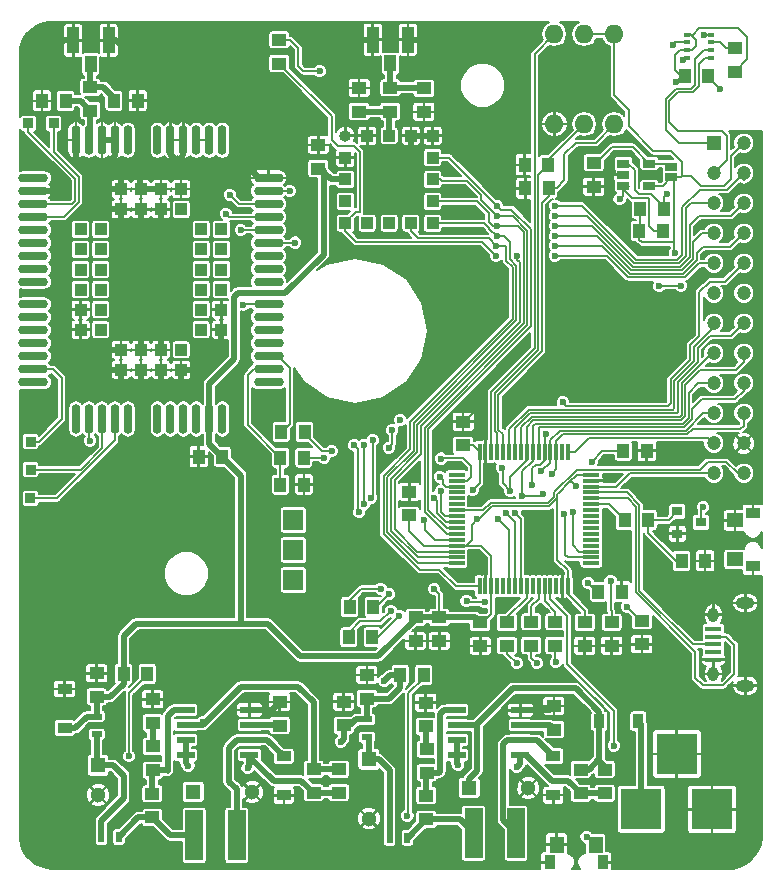
<source format=gbr>
G04 #@! TF.FileFunction,Copper,L1,Top,Signal*
%FSLAX46Y46*%
G04 Gerber Fmt 4.6, Leading zero omitted, Abs format (unit mm)*
G04 Created by KiCad (PCBNEW 4.0.5+dfsg1-4) date Wed Oct 24 16:08:21 2018*
%MOMM*%
%LPD*%
G01*
G04 APERTURE LIST*
%ADD10C,0.100000*%
%ADD11R,1.400000X0.300000*%
%ADD12R,0.300000X1.400000*%
%ADD13R,1.250000X1.000000*%
%ADD14R,1.000000X1.250000*%
%ADD15R,0.900000X1.200000*%
%ADD16R,0.850000X0.850000*%
%ADD17R,3.500000X3.500000*%
%ADD18R,1.000000X1.000000*%
%ADD19O,0.750000X2.500000*%
%ADD20O,2.500000X0.750000*%
%ADD21O,1.000000X1.000000*%
%ADD22R,0.500000X0.350000*%
%ADD23R,1.700000X1.700000*%
%ADD24R,1.000000X0.700000*%
%ADD25R,1.060000X0.650000*%
%ADD26R,1.550000X0.600000*%
%ADD27R,1.300000X1.300000*%
%ADD28C,1.300000*%
%ADD29R,1.350000X0.400000*%
%ADD30O,0.950000X1.250000*%
%ADD31O,1.550000X1.000000*%
%ADD32R,0.500000X0.900000*%
%ADD33R,0.900000X0.500000*%
%ADD34R,1.200000X0.900000*%
%ADD35R,0.900000X0.800000*%
%ADD36R,1.500000X4.200000*%
%ADD37O,1.600000X1.600000*%
%ADD38R,1.000000X2.200000*%
%ADD39R,1.000000X1.400000*%
%ADD40R,1.400000X1.200000*%
%ADD41R,1.200000X1.400000*%
%ADD42R,1.200000X1.200000*%
%ADD43C,1.200000*%
%ADD44C,0.600000*%
%ADD45C,0.150000*%
%ADD46C,0.500000*%
%ADD47C,0.200000*%
G04 APERTURE END LIST*
D10*
D11*
X169433000Y-92452500D03*
X169433000Y-92952500D03*
X169433000Y-93452500D03*
X169433000Y-93952500D03*
X169433000Y-94452500D03*
X169433000Y-94952500D03*
X169433000Y-95452500D03*
X169433000Y-95952500D03*
X169433000Y-96452500D03*
X169433000Y-96952500D03*
X169433000Y-97452500D03*
X169433000Y-97952500D03*
X169433000Y-98452500D03*
X169433000Y-98952500D03*
X169433000Y-99452500D03*
X169433000Y-99952500D03*
D12*
X171383000Y-101902500D03*
X171883000Y-101902500D03*
X172383000Y-101902500D03*
X172883000Y-101902500D03*
X173383000Y-101902500D03*
X173883000Y-101902500D03*
X174383000Y-101902500D03*
X174883000Y-101902500D03*
X175383000Y-101902500D03*
X175883000Y-101902500D03*
X176383000Y-101902500D03*
X176883000Y-101902500D03*
X177383000Y-101902500D03*
X177883000Y-101902500D03*
X178383000Y-101902500D03*
X178883000Y-101902500D03*
D11*
X180833000Y-99952500D03*
X180833000Y-99452500D03*
X180833000Y-98952500D03*
X180833000Y-98452500D03*
X180833000Y-97952500D03*
X180833000Y-97452500D03*
X180833000Y-96952500D03*
X180833000Y-96452500D03*
X180833000Y-95952500D03*
X180833000Y-95452500D03*
X180833000Y-94952500D03*
X180833000Y-94452500D03*
X180833000Y-93952500D03*
X180833000Y-93452500D03*
X180833000Y-92952500D03*
X180833000Y-92452500D03*
D12*
X178883000Y-90502500D03*
X178383000Y-90502500D03*
X177883000Y-90502500D03*
X177383000Y-90502500D03*
X176883000Y-90502500D03*
X176383000Y-90502500D03*
X175883000Y-90502500D03*
X175383000Y-90502500D03*
X174883000Y-90502500D03*
X174383000Y-90502500D03*
X173883000Y-90502500D03*
X173383000Y-90502500D03*
X172883000Y-90502500D03*
X172383000Y-90502500D03*
X171883000Y-90502500D03*
X171383000Y-90502500D03*
D13*
X169989500Y-87963500D03*
X169989500Y-89963500D03*
X171439840Y-104948480D03*
X171439840Y-106948480D03*
D14*
X149590000Y-90932000D03*
X147590000Y-90932000D03*
X185531000Y-90424000D03*
X183531000Y-90424000D03*
X134331200Y-60807600D03*
X136331200Y-60807600D03*
X142427200Y-60782200D03*
X140427200Y-60782200D03*
D13*
X163830000Y-59706000D03*
X163830000Y-61706000D03*
X157734000Y-66532000D03*
X157734000Y-64532000D03*
D14*
X188738000Y-58674000D03*
X190738000Y-58674000D03*
D13*
X138963400Y-111261400D03*
X138963400Y-109261400D03*
X161848800Y-111413800D03*
X161848800Y-109413800D03*
D15*
X181509400Y-113309400D03*
X184809400Y-113309400D03*
D16*
X133172200Y-62687200D03*
X135331200Y-62687200D03*
X133375400Y-92024200D03*
X133350000Y-94437200D03*
D17*
X185077100Y-120789700D03*
X191077100Y-120789700D03*
X188077100Y-116089700D03*
D13*
X166674800Y-59731400D03*
X166674800Y-61731400D03*
X154432000Y-57642000D03*
X154432000Y-55642000D03*
X181038500Y-66056000D03*
X181038500Y-68056000D03*
D14*
X164658800Y-109423200D03*
X166658800Y-109423200D03*
X186902600Y-71831200D03*
X184902600Y-71831200D03*
X187004200Y-69926200D03*
X185004200Y-69926200D03*
D13*
X192976500Y-56340500D03*
X192976500Y-58340500D03*
D14*
X175250600Y-68199000D03*
X177250600Y-68199000D03*
X156575000Y-88836500D03*
X154575000Y-88836500D03*
X156511500Y-90995500D03*
X154511500Y-90995500D03*
X156511500Y-93281500D03*
X154511500Y-93281500D03*
X175199800Y-66217800D03*
X177199800Y-66217800D03*
D18*
X142714000Y-83577000D03*
X141014000Y-83577000D03*
X141014000Y-81877000D03*
X142714000Y-81877000D03*
X142714000Y-68277000D03*
X142714000Y-69977000D03*
X141014000Y-68277000D03*
X141014000Y-69977000D03*
X137614000Y-80177000D03*
X139314000Y-80177000D03*
X137614000Y-78477000D03*
X139314000Y-78477000D03*
X137614000Y-76777000D03*
X139314000Y-76777000D03*
X137614000Y-75077000D03*
X139314000Y-75077000D03*
X137614000Y-73377000D03*
X139314000Y-73377000D03*
X137614000Y-71677000D03*
D19*
X149614000Y-87727000D03*
X148514000Y-87727000D03*
X147414000Y-87727000D03*
X146314000Y-87727000D03*
X145214000Y-87727000D03*
X144114000Y-87727000D03*
X141614000Y-87727000D03*
X140514000Y-87727000D03*
X139414000Y-87727000D03*
X138314000Y-87727000D03*
X137214000Y-87727000D03*
D20*
X153514000Y-84627000D03*
X153514000Y-83527000D03*
X153514000Y-82427000D03*
X153514000Y-81327000D03*
X153514000Y-80227000D03*
X153514000Y-79127000D03*
X153514000Y-78027000D03*
X153514000Y-76127000D03*
X153514000Y-75027000D03*
X153514000Y-73927000D03*
X153514000Y-72827000D03*
X153514000Y-71727000D03*
X153514000Y-70627000D03*
X153514000Y-69527000D03*
X153514000Y-68427000D03*
X153514000Y-67327000D03*
D19*
X137214000Y-64127000D03*
X138314000Y-64127000D03*
X139414000Y-64127000D03*
X140514000Y-64127000D03*
X141614000Y-64127000D03*
X144114000Y-64127000D03*
X145214000Y-64127000D03*
X146314000Y-64127000D03*
X147414000Y-64127000D03*
X148514000Y-64127000D03*
X149614000Y-64127000D03*
D20*
X133614000Y-67327000D03*
X133614000Y-68427000D03*
X133614000Y-69527000D03*
X133614000Y-70627000D03*
X133614000Y-71727000D03*
X133614000Y-72827000D03*
X133614000Y-73927000D03*
X133614000Y-75027000D03*
X133614000Y-76127000D03*
X133614000Y-78027000D03*
X133614000Y-79127000D03*
X133614000Y-80227000D03*
X133614000Y-81327000D03*
X133614000Y-82427000D03*
X133614000Y-83527000D03*
X133614000Y-84627000D03*
D18*
X147814000Y-71677000D03*
X149514000Y-71677000D03*
X147814000Y-73377000D03*
X149514000Y-73377000D03*
X147814000Y-75077000D03*
X149514000Y-75077000D03*
X147814000Y-76777000D03*
X149514000Y-76777000D03*
X147814000Y-78477000D03*
X149514000Y-78477000D03*
X147814000Y-80177000D03*
X149514000Y-80177000D03*
X146114000Y-69977000D03*
X146114000Y-68277000D03*
X144414000Y-69977000D03*
X144414000Y-68277000D03*
X144414000Y-81877000D03*
X146114000Y-81877000D03*
X146114000Y-83577000D03*
X144414000Y-83577000D03*
X139314000Y-71677000D03*
D21*
X160020000Y-63754000D03*
D18*
X161870000Y-63754000D03*
X163720000Y-63754000D03*
X167420000Y-63754000D03*
X165570000Y-63754000D03*
X167420000Y-65604000D03*
X167420000Y-67454000D03*
X167420000Y-69304000D03*
X167420000Y-71154000D03*
X165570000Y-71154000D03*
X163720000Y-71154000D03*
X161870000Y-71154000D03*
X160020000Y-71154000D03*
X160020000Y-69304000D03*
X160020000Y-67454000D03*
X160020000Y-65604000D03*
D22*
X191004000Y-55181500D03*
X191004000Y-55831500D03*
X191004000Y-56481500D03*
X191004000Y-57131500D03*
X188954000Y-57131500D03*
X188954000Y-56481500D03*
X188954000Y-55831500D03*
X188954000Y-55181500D03*
D23*
X155625800Y-98831400D03*
X155625800Y-96291400D03*
X155625800Y-101371400D03*
D16*
X133375400Y-89662000D03*
D13*
X161188400Y-61706000D03*
X161188400Y-59706000D03*
D24*
X187629800Y-66377400D03*
X187629800Y-67277400D03*
D13*
X165430200Y-95894400D03*
X165430200Y-93894400D03*
X180289200Y-104943400D03*
X180289200Y-106943400D03*
X177673000Y-114030000D03*
X177673000Y-112030000D03*
X179933600Y-119414800D03*
X179933600Y-117414800D03*
X181965600Y-119414800D03*
X181965600Y-117414800D03*
X166878000Y-121624600D03*
X166878000Y-119624600D03*
X166903400Y-117687600D03*
X166903400Y-115687600D03*
D25*
X183558000Y-66106000D03*
X183558000Y-67056000D03*
X183558000Y-68006000D03*
X185758000Y-68006000D03*
X185758000Y-66106000D03*
D14*
X183658000Y-96291400D03*
X185658000Y-96291400D03*
X188484000Y-99745800D03*
X190484000Y-99745800D03*
D13*
X138430000Y-59629800D03*
X138430000Y-61629800D03*
X154457400Y-113699800D03*
X154457400Y-111699800D03*
X159461200Y-119389400D03*
X159461200Y-117389400D03*
X157327600Y-119389400D03*
X157327600Y-117389400D03*
X166827200Y-113750600D03*
X166827200Y-111750600D03*
X143687800Y-121472200D03*
X143687800Y-119472200D03*
X143713200Y-117459000D03*
X143713200Y-115459000D03*
X143713200Y-113471200D03*
X143713200Y-111471200D03*
D14*
X141240000Y-109321600D03*
X143240000Y-109321600D03*
D26*
X151899600Y-116179600D03*
X151899600Y-114909600D03*
X151899600Y-113639600D03*
X151899600Y-112369600D03*
X146499600Y-112369600D03*
X146499600Y-113639600D03*
X146499600Y-114909600D03*
X146499600Y-116179600D03*
D27*
X162001200Y-116560600D03*
D28*
X162001200Y-121560600D03*
X139090400Y-119568600D03*
D27*
X139090400Y-117068600D03*
X170510200Y-118973600D03*
D28*
X175510200Y-118973600D03*
D13*
X173710600Y-104943400D03*
X173710600Y-106943400D03*
X175768000Y-104918000D03*
X175768000Y-106918000D03*
X177800000Y-104918000D03*
X177800000Y-106918000D03*
D29*
X191182000Y-108107000D03*
X191182000Y-107457000D03*
X191182000Y-106807000D03*
X191182000Y-106157000D03*
X191182000Y-105507000D03*
D30*
X191182000Y-109307000D03*
X191182000Y-104307000D03*
D31*
X193882000Y-110307000D03*
X193882000Y-103307000D03*
D27*
X147142200Y-119329200D03*
D28*
X152142200Y-119329200D03*
D32*
X163765800Y-123190000D03*
X165265800Y-123190000D03*
X139356400Y-123113800D03*
X140856400Y-123113800D03*
D33*
X161848800Y-113169000D03*
X161848800Y-114669000D03*
D13*
X159867600Y-113674400D03*
X159867600Y-111674400D03*
D34*
X177622200Y-116282200D03*
X177622200Y-119582200D03*
X154813000Y-116307600D03*
X154813000Y-119607600D03*
X136245600Y-113892600D03*
X136245600Y-110592600D03*
D33*
X138963400Y-112940400D03*
X138963400Y-114440400D03*
D35*
X188128400Y-95544600D03*
X188128400Y-97444600D03*
X190128400Y-96494600D03*
D26*
X174835800Y-116205000D03*
X174835800Y-114935000D03*
X174835800Y-113665000D03*
X174835800Y-112395000D03*
X169435800Y-112395000D03*
X169435800Y-113665000D03*
X169435800Y-114935000D03*
X169435800Y-116205000D03*
D36*
X174469200Y-122809000D03*
X170869200Y-122809000D03*
X150821800Y-122986800D03*
X147221800Y-122986800D03*
D37*
X182803800Y-55143400D03*
X180263800Y-55143400D03*
X177723800Y-55143400D03*
X177723800Y-62763400D03*
X180263800Y-62763400D03*
X182803800Y-62763400D03*
D13*
X185130440Y-104808780D03*
X185130440Y-106808780D03*
X165963600Y-104537000D03*
X165963600Y-106537000D03*
X167970200Y-104537000D03*
X167970200Y-106537000D03*
D14*
X160315400Y-106222800D03*
X162315400Y-106222800D03*
X160391600Y-103657400D03*
X162391600Y-103657400D03*
X181420260Y-102344220D03*
X183420260Y-102344220D03*
D38*
X136980800Y-55676800D03*
D39*
X138480800Y-57676800D03*
D38*
X139980800Y-55676800D03*
X162330000Y-55626000D03*
D39*
X163830000Y-57626000D03*
D38*
X165330000Y-55626000D03*
D34*
X194522600Y-95718600D03*
X194522600Y-100218600D03*
D40*
X193022600Y-96318600D03*
X193022600Y-99618600D03*
D15*
X181814500Y-125269500D03*
X177314500Y-125269500D03*
D41*
X181214500Y-123769500D03*
X177914500Y-123769500D03*
D13*
X182570720Y-104930160D03*
X182570720Y-106930160D03*
D42*
X191206120Y-64399160D03*
D43*
X193746120Y-64399160D03*
X191206120Y-66939160D03*
X193746120Y-66939160D03*
X191206120Y-69479160D03*
X193746120Y-69479160D03*
X191206120Y-72019160D03*
X193746120Y-72019160D03*
X191206120Y-74559160D03*
X193746120Y-74559160D03*
X191206120Y-77099160D03*
X193746120Y-77099160D03*
X191206120Y-79639160D03*
X193746120Y-79639160D03*
X191206120Y-82179160D03*
X193746120Y-82179160D03*
X191206120Y-84719160D03*
X193746120Y-84719160D03*
X191206120Y-87259160D03*
X193746120Y-87259160D03*
X191206120Y-89799160D03*
X193746120Y-89799160D03*
X191206120Y-92339160D03*
X193746120Y-92339160D03*
D44*
X163697920Y-90154760D03*
X164663120Y-87843360D03*
X164002720Y-88681560D03*
X167609520Y-101305360D03*
X162834320Y-99933760D03*
X170835320Y-86776560D03*
X166776400Y-55524400D03*
X166141400Y-57556400D03*
X164922200Y-58089800D03*
X162407600Y-58064400D03*
X161493200Y-57429400D03*
X161137600Y-55524400D03*
X141452600Y-56515000D03*
X141478000Y-58318400D03*
X139877800Y-58267600D03*
X136931400Y-58318400D03*
X135229600Y-58191400D03*
X135280400Y-56565800D03*
X170688000Y-100482400D03*
X165557200Y-93894400D03*
X151790400Y-66446400D03*
X144373600Y-71577200D03*
X142722600Y-71678800D03*
X140893800Y-71653400D03*
X139496800Y-70129400D03*
X139649200Y-68300600D03*
X142671800Y-67157600D03*
X140766800Y-67157600D03*
X142951200Y-80264000D03*
X144424400Y-80264000D03*
X149326600Y-81280000D03*
X147650200Y-83642200D03*
X146075400Y-85013800D03*
X144424400Y-84963000D03*
X142773400Y-85064600D03*
X141020800Y-85064600D03*
X139268200Y-83769200D03*
X139471400Y-81991200D03*
X165709600Y-65049400D03*
X160020000Y-65604000D03*
X162026600Y-63779400D03*
X145770600Y-65963800D03*
X140004800Y-65938400D03*
X137261600Y-65989200D03*
X135585200Y-68453000D03*
X182651400Y-66827400D03*
X172161200Y-91871800D03*
X182473600Y-92710000D03*
X188569600Y-57327800D03*
X191719200Y-59766200D03*
X190398400Y-55245000D03*
X187731400Y-56057800D03*
X188437520Y-76464160D03*
X186583320Y-76489560D03*
X163322000Y-109905800D03*
X159639000Y-115062000D03*
X177754280Y-71394320D03*
X172864780Y-71401940D03*
X177787300Y-70558660D03*
X172874940Y-70578980D03*
X157835600Y-58293000D03*
X165277800Y-121310400D03*
X173273720Y-91856560D03*
X173990000Y-93827600D03*
X176728120Y-94091760D03*
X174955200Y-94234000D03*
X193022600Y-99618600D03*
X174576740Y-73908920D03*
X177759360Y-73908920D03*
X172770800Y-73908920D03*
X183235600Y-69138800D03*
X179273200Y-95605600D03*
X187248800Y-68707000D03*
X178536600Y-95758000D03*
X158851600Y-90449400D03*
X176606200Y-92125800D03*
X177495200Y-92379800D03*
X158242000Y-91033600D03*
X177777140Y-73070720D03*
X172808900Y-73068180D03*
X177774600Y-72268080D03*
X172839380Y-72257920D03*
X177012600Y-89027000D03*
X178429920Y-86319360D03*
X175844200Y-93319600D03*
X177779680Y-69687440D03*
X172882560Y-69700140D03*
X187932060Y-73654920D03*
X170789600Y-93751400D03*
X171196000Y-96240600D03*
X167538400Y-102133400D03*
X188010800Y-59207400D03*
X180873400Y-91338400D03*
X179552600Y-93395800D03*
X155778200Y-72796400D03*
X151155400Y-71729600D03*
X149885400Y-70358000D03*
X150241000Y-68757800D03*
X155295600Y-68427600D03*
X167563800Y-94386400D03*
X168122600Y-93853000D03*
X166649400Y-96266000D03*
X174523400Y-117221000D03*
X169570400Y-117043200D03*
X169435800Y-113665000D03*
X148005800Y-113411000D03*
X141706600Y-116281200D03*
X151739600Y-117297200D03*
X146735800Y-117119400D03*
X174520860Y-108424980D03*
X176225200Y-108399580D03*
X180441600Y-123113800D03*
X182753000Y-115392200D03*
X177843180Y-108325920D03*
X168148000Y-91084400D03*
X151358600Y-78054200D03*
X168021000Y-92633800D03*
X138404600Y-89560400D03*
X190322200Y-95224600D03*
X183870720Y-103630160D03*
X163880800Y-103962200D03*
X164592000Y-104394000D03*
X163017200Y-102108000D03*
X163728400Y-102565200D03*
X180594000Y-101605080D03*
X171800520Y-103235760D03*
X170276520Y-103108760D03*
X161564320Y-89926160D03*
X161615120Y-94955360D03*
X172923200Y-96164400D03*
X160776920Y-89951560D03*
X161183320Y-95641160D03*
X173583600Y-95681800D03*
X162326320Y-89519760D03*
X162224720Y-94396560D03*
X174396400Y-95707200D03*
X182470720Y-101430160D03*
D45*
X164002720Y-89849960D02*
X164002720Y-88681560D01*
X164002720Y-89849960D02*
X163697920Y-90154760D01*
X169989500Y-87963500D02*
X170080180Y-87963500D01*
X170080180Y-87963500D02*
X170835320Y-87208360D01*
X170835320Y-87208360D02*
X170835320Y-86776560D01*
D46*
X162330000Y-55626000D02*
X161239200Y-55626000D01*
X166674800Y-55626000D02*
X165330000Y-55626000D01*
X166776400Y-55524400D02*
X166674800Y-55626000D01*
X166014400Y-57556400D02*
X166141400Y-57556400D01*
X165481000Y-58089800D02*
X166014400Y-57556400D01*
X164922200Y-58089800D02*
X165481000Y-58089800D01*
X162128200Y-58064400D02*
X162407600Y-58064400D01*
X161493200Y-57429400D02*
X162128200Y-58064400D01*
X161239200Y-55626000D02*
X161137600Y-55524400D01*
X136980800Y-55676800D02*
X136169400Y-55676800D01*
X140614400Y-55676800D02*
X139980800Y-55676800D01*
X141452600Y-56515000D02*
X140614400Y-55676800D01*
X139928600Y-58318400D02*
X141478000Y-58318400D01*
X139877800Y-58267600D02*
X139928600Y-58318400D01*
X135356600Y-58318400D02*
X136931400Y-58318400D01*
X135229600Y-58191400D02*
X135356600Y-58318400D01*
X136169400Y-55676800D02*
X135280400Y-56565800D01*
D45*
X171883000Y-101902500D02*
X171883000Y-100483600D01*
X171881800Y-100482400D02*
X170688000Y-100482400D01*
X171883000Y-100483600D02*
X171881800Y-100482400D01*
D46*
X145821400Y-65862200D02*
X146608800Y-65862200D01*
X151917400Y-66573400D02*
X151790400Y-66446400D01*
X152671000Y-67327000D02*
X151917400Y-66573400D01*
X151917400Y-66421000D02*
X151917400Y-66573400D01*
X147167600Y-66421000D02*
X151917400Y-66421000D01*
X146608800Y-65862200D02*
X147167600Y-66421000D01*
X153514000Y-67327000D02*
X152671000Y-67327000D01*
X144414000Y-69977000D02*
X144414000Y-71536800D01*
X144414000Y-71536800D02*
X144373600Y-71577200D01*
X141014000Y-69977000D02*
X141014000Y-71533200D01*
X142714000Y-71670200D02*
X142714000Y-69977000D01*
X142722600Y-71678800D02*
X142714000Y-71670200D01*
X141014000Y-71533200D02*
X140893800Y-71653400D01*
X141014000Y-68277000D02*
X139672800Y-68277000D01*
X139649200Y-69977000D02*
X141014000Y-69977000D01*
X139496800Y-70129400D02*
X139649200Y-69977000D01*
X139672800Y-68277000D02*
X139649200Y-68300600D01*
X144414000Y-68277000D02*
X142714000Y-68277000D01*
X142714000Y-68277000D02*
X142671800Y-68234800D01*
X142671800Y-68234800D02*
X142671800Y-67157600D01*
X140766800Y-67157600D02*
X141014000Y-67404800D01*
X141014000Y-67404800D02*
X141014000Y-68277000D01*
X144414000Y-81877000D02*
X144414000Y-80274400D01*
X142714000Y-80501200D02*
X142714000Y-81877000D01*
X142951200Y-80264000D02*
X142714000Y-80501200D01*
X144414000Y-80274400D02*
X144424400Y-80264000D01*
X146114000Y-83577000D02*
X147585000Y-83577000D01*
X149514000Y-81092600D02*
X149514000Y-80177000D01*
X149326600Y-81280000D02*
X149514000Y-81092600D01*
X147585000Y-83577000D02*
X147650200Y-83642200D01*
X144414000Y-83577000D02*
X144414000Y-84952600D01*
X146114000Y-84975200D02*
X146114000Y-83577000D01*
X146075400Y-85013800D02*
X146114000Y-84975200D01*
X144414000Y-84952600D02*
X144424400Y-84963000D01*
X141014000Y-83577000D02*
X141014000Y-85057800D01*
X142714000Y-85005200D02*
X142714000Y-83577000D01*
X142773400Y-85064600D02*
X142714000Y-85005200D01*
X141014000Y-85057800D02*
X141020800Y-85064600D01*
X141014000Y-81877000D02*
X139585600Y-81877000D01*
X139460400Y-83577000D02*
X141014000Y-83577000D01*
X139268200Y-83769200D02*
X139460400Y-83577000D01*
X139585600Y-81877000D02*
X139471400Y-81991200D01*
X165570000Y-63754000D02*
X167420000Y-63754000D01*
X165570000Y-64909800D02*
X165570000Y-63754000D01*
X165709600Y-65049400D02*
X165570000Y-64909800D01*
X162001200Y-63754000D02*
X162026600Y-63779400D01*
X162001200Y-63754000D02*
X161870000Y-63754000D01*
X145214000Y-64127000D02*
X145214000Y-65254800D01*
X145214000Y-65254800D02*
X145821400Y-65862200D01*
X145821400Y-65862200D02*
X145872200Y-65913000D01*
X145872200Y-65913000D02*
X145872200Y-65862200D01*
X146314000Y-65420400D02*
X146314000Y-64127000D01*
X145770600Y-65963800D02*
X145872200Y-65862200D01*
X145872200Y-65862200D02*
X146314000Y-65420400D01*
X139414000Y-64127000D02*
X140514000Y-64127000D01*
X140514000Y-65429200D02*
X140514000Y-64127000D01*
X140004800Y-65938400D02*
X140514000Y-65429200D01*
X133614000Y-68427000D02*
X135559200Y-68427000D01*
X137214000Y-65941600D02*
X137214000Y-64127000D01*
X137261600Y-65989200D02*
X137214000Y-65941600D01*
X135559200Y-68427000D02*
X135585200Y-68453000D01*
X151899600Y-112369600D02*
X153787600Y-112369600D01*
X153787600Y-112369600D02*
X154457400Y-111699800D01*
X174835800Y-112395000D02*
X177308000Y-112395000D01*
X177308000Y-112395000D02*
X177673000Y-112030000D01*
D45*
X177308000Y-112395000D02*
X177673000Y-112030000D01*
X182880000Y-67056000D02*
X182651400Y-66827400D01*
X183558000Y-67056000D02*
X182880000Y-67056000D01*
X144299200Y-68277000D02*
X144414000Y-68277000D01*
X141014000Y-68277000D02*
X141014000Y-67850200D01*
X171883000Y-90502500D02*
X171883000Y-91593600D01*
X171883000Y-91593600D02*
X172161200Y-91871800D01*
X180833000Y-92952500D02*
X182231100Y-92952500D01*
X182231100Y-92952500D02*
X182473600Y-92710000D01*
X188954000Y-57131500D02*
X188765900Y-57131500D01*
X188765900Y-57131500D02*
X188569600Y-57327800D01*
X191719200Y-59766200D02*
X190738000Y-58785000D01*
X190738000Y-58785000D02*
X190738000Y-58674000D01*
X190461900Y-55181500D02*
X191004000Y-55181500D01*
X190398400Y-55245000D02*
X190461900Y-55181500D01*
X187957700Y-55831500D02*
X188954000Y-55831500D01*
X187731400Y-56057800D02*
X187957700Y-55831500D01*
X161340800Y-109280200D02*
X161480500Y-109140500D01*
X147414000Y-64127000D02*
X148514000Y-64127000D01*
D46*
X138430000Y-61629800D02*
X138430000Y-64011000D01*
X138430000Y-64011000D02*
X138314000Y-64127000D01*
X136331200Y-60807600D02*
X137607800Y-60807600D01*
X137607800Y-60807600D02*
X138430000Y-61629800D01*
D45*
X186608720Y-76464160D02*
X188437520Y-76464160D01*
X186583320Y-76489560D02*
X186608720Y-76464160D01*
D46*
X164658800Y-109423200D02*
X163804600Y-109423200D01*
X163804600Y-109423200D02*
X163322000Y-109905800D01*
X159867600Y-113674400D02*
X160442400Y-113674400D01*
X160442400Y-113674400D02*
X160947800Y-113169000D01*
X160947800Y-113169000D02*
X161848800Y-113169000D01*
X159639000Y-115062000D02*
X159867600Y-114833400D01*
X159867600Y-114833400D02*
X159867600Y-113674400D01*
X161848800Y-111413800D02*
X163744400Y-111413800D01*
X164658800Y-110499400D02*
X164658800Y-109423200D01*
X163744400Y-111413800D02*
X164658800Y-110499400D01*
X161848800Y-113169000D02*
X161848800Y-111413800D01*
D45*
X164185600Y-97071180D02*
X166066920Y-98952500D01*
X166066920Y-98952500D02*
X169433000Y-98952500D01*
X164185600Y-92908120D02*
X164185600Y-97071180D01*
X166410640Y-90683080D02*
X164185600Y-92908120D01*
X166410640Y-88343740D02*
X166410640Y-90683080D01*
X175112680Y-79641700D02*
X166410640Y-88343740D01*
X175112680Y-71899780D02*
X175112680Y-79641700D01*
X174614840Y-71401940D02*
X175112680Y-71899780D01*
X172864780Y-71401940D02*
X174614840Y-71401940D01*
X189958980Y-70528180D02*
X192679320Y-70528180D01*
X192679320Y-70528180D02*
X193738500Y-69469000D01*
X189171580Y-71315580D02*
X189958980Y-70528180D01*
X189171580Y-74040958D02*
X189171580Y-71315580D01*
X188373400Y-74839138D02*
X189171580Y-74040958D01*
X180913844Y-71394320D02*
X184358665Y-74839139D01*
X184358665Y-74839139D02*
X188373400Y-74839138D01*
X177754280Y-71394320D02*
X180913844Y-71394320D01*
X172156120Y-71066660D02*
X172491400Y-71401940D01*
X172491400Y-71401940D02*
X172864780Y-71401940D01*
X172156120Y-70284438D02*
X172156120Y-71066660D01*
X171226191Y-69354509D02*
X172156120Y-70284438D01*
X167420000Y-69304000D02*
X171175682Y-69304000D01*
X171175682Y-69304000D02*
X171226191Y-69354509D01*
X167420000Y-69304000D02*
X167906800Y-69304000D01*
X169413500Y-98933000D02*
X169433000Y-98952500D01*
X175430180Y-71790560D02*
X174218600Y-70578980D01*
X174218600Y-70578980D02*
X172874940Y-70578980D01*
X175430180Y-79761080D02*
X175430180Y-71790560D01*
X166730680Y-88460580D02*
X175430180Y-79761080D01*
X166730680Y-95567500D02*
X166730680Y-88460580D01*
X168615680Y-97452500D02*
X166730680Y-95567500D01*
X169433000Y-97452500D02*
X168615680Y-97452500D01*
X188879480Y-69862798D02*
X189273278Y-69469000D01*
X189273278Y-69469000D02*
X191198500Y-69469000D01*
X184482932Y-74539130D02*
X188249131Y-74539129D01*
X188249131Y-74539129D02*
X188851830Y-73936430D01*
X188851830Y-73936430D02*
X188851830Y-69920830D01*
X188851830Y-69920830D02*
X188879480Y-69893180D01*
X188879480Y-69893180D02*
X188879480Y-69862798D01*
X180502462Y-70558660D02*
X184482932Y-74539130D01*
X177787300Y-70558660D02*
X180502462Y-70558660D01*
X171526200Y-68768058D02*
X171526200Y-69230240D01*
X171526200Y-69230240D02*
X172874940Y-70578980D01*
X170332302Y-67574160D02*
X171526200Y-68768058D01*
X167420000Y-67454000D02*
X168070000Y-67454000D01*
X168070000Y-67454000D02*
X168190160Y-67574160D01*
X168190160Y-67574160D02*
X170332302Y-67574160D01*
X191198500Y-69712754D02*
X191198500Y-69469000D01*
X154432000Y-55642000D02*
X155337000Y-55642000D01*
X156464000Y-58293000D02*
X157835600Y-58293000D01*
X156032200Y-57861200D02*
X156464000Y-58293000D01*
X156032200Y-56337200D02*
X156032200Y-57861200D01*
X155337000Y-55642000D02*
X156032200Y-56337200D01*
D46*
X185077100Y-120789700D02*
X185077100Y-113577100D01*
X185077100Y-113577100D02*
X184809400Y-113309400D01*
D45*
X166658800Y-109423200D02*
X166658800Y-109667800D01*
X166658800Y-109667800D02*
X165354000Y-110972600D01*
X165354000Y-110972600D02*
X165354000Y-121234200D01*
X165354000Y-121234200D02*
X165277800Y-121310400D01*
X133172200Y-62687200D02*
X133172200Y-63416266D01*
X136855534Y-69527000D02*
X133614000Y-69527000D01*
X137139398Y-69243136D02*
X136855534Y-69527000D01*
X137139398Y-67383464D02*
X137139398Y-69243136D01*
X133172200Y-63416266D02*
X137139398Y-67383464D01*
X133614000Y-70627000D02*
X136179800Y-70627000D01*
X135331200Y-65151000D02*
X135331200Y-62687200D01*
X137439400Y-67259200D02*
X135331200Y-65151000D01*
X137439400Y-69367400D02*
X137439400Y-67259200D01*
X136179800Y-70627000D02*
X137439400Y-69367400D01*
X134833600Y-70627000D02*
X133614000Y-70627000D01*
X133375400Y-92024200D02*
X137617200Y-92024200D01*
X139414000Y-90227400D02*
X139414000Y-87727000D01*
X137617200Y-92024200D02*
X139414000Y-90227400D01*
X133350000Y-94437200D02*
X135628466Y-94437200D01*
X140514000Y-89551666D02*
X140514000Y-87727000D01*
X135628466Y-94437200D02*
X140514000Y-89551666D01*
X176383000Y-90502500D02*
X176383000Y-88502594D01*
X176453800Y-88431794D02*
X177673000Y-88431794D01*
X176383000Y-88502594D02*
X176453800Y-88431794D01*
X193738500Y-84709000D02*
X193738500Y-85331300D01*
X188702072Y-88431794D02*
X177673000Y-88431794D01*
X189382400Y-87751466D02*
X188702072Y-88431794D01*
X189382400Y-86868000D02*
X189382400Y-87751466D01*
X190195200Y-86055200D02*
X189382400Y-86868000D01*
X193014600Y-86055200D02*
X190195200Y-86055200D01*
X193738500Y-85331300D02*
X193014600Y-86055200D01*
X173273720Y-91856560D02*
X173324520Y-91907360D01*
X173324520Y-91907360D02*
X173324520Y-93151960D01*
X173324520Y-93151960D02*
X173984920Y-93812360D01*
X173984920Y-93812360D02*
X173990000Y-93827600D01*
X175383000Y-90502500D02*
X175383000Y-91240800D01*
X173990000Y-92633800D02*
X173990000Y-93827600D01*
X175383000Y-91240800D02*
X173990000Y-92633800D01*
X175383000Y-90502500D02*
X175383000Y-88373398D01*
X175924608Y-87831790D02*
X177368200Y-87831790D01*
X175383000Y-88373398D02*
X175924608Y-87831790D01*
X193738500Y-82169000D02*
X193738500Y-82918300D01*
X188453544Y-87831790D02*
X177368200Y-87831790D01*
X188782396Y-87502938D02*
X188453544Y-87831790D01*
X188782396Y-84851804D02*
X188782396Y-87502938D01*
X190042800Y-83591400D02*
X188782396Y-84851804D01*
X193065400Y-83591400D02*
X190042800Y-83591400D01*
X193738500Y-82918300D02*
X193065400Y-83591400D01*
X174883000Y-90502500D02*
X174883000Y-88449132D01*
X175800344Y-87531788D02*
X177241200Y-87531788D01*
X174883000Y-88449132D02*
X175800344Y-87531788D01*
X188482394Y-84727540D02*
X191040934Y-82169000D01*
X188482394Y-87378674D02*
X188482394Y-84727540D01*
X188329280Y-87531788D02*
X188482394Y-87378674D01*
X177241200Y-87531788D02*
X188329280Y-87531788D01*
X191040934Y-82169000D02*
X191198500Y-82169000D01*
X174950120Y-94269560D02*
X174955200Y-94234000D01*
X176550320Y-94269560D02*
X174950120Y-94269560D01*
X176728120Y-94091760D02*
X176550320Y-94269560D01*
X175883000Y-90502500D02*
X175883000Y-91248800D01*
X174955200Y-92176600D02*
X174955200Y-94234000D01*
X175883000Y-91248800D02*
X174955200Y-92176600D01*
X175883000Y-90502500D02*
X175883000Y-88297664D01*
X176048872Y-88131792D02*
X177571400Y-88131792D01*
X175883000Y-88297664D02*
X176048872Y-88131792D01*
X191198500Y-84709000D02*
X189890400Y-84709000D01*
X189890400Y-84709000D02*
X189082398Y-85517002D01*
X189082398Y-85517002D02*
X189082398Y-87627202D01*
X189082398Y-87627202D02*
X188577808Y-88131792D01*
X188577808Y-88131792D02*
X177571400Y-88131792D01*
X178883000Y-90502500D02*
X179448700Y-90502500D01*
X190741300Y-89331800D02*
X191198500Y-89789000D01*
X180619400Y-89331800D02*
X190741300Y-89331800D01*
X179448700Y-90502500D02*
X180619400Y-89331800D01*
X180833000Y-93452500D02*
X182963000Y-93452500D01*
X190471496Y-92329000D02*
X191516000Y-92329000D01*
X190453998Y-92311502D02*
X190471496Y-92329000D01*
X184103998Y-92311502D02*
X190453998Y-92311502D01*
X182963000Y-93452500D02*
X184103998Y-92311502D01*
X172313600Y-94818200D02*
X177172534Y-94818200D01*
X177647600Y-94005400D02*
X177723800Y-93929200D01*
X177647600Y-94343134D02*
X177647600Y-94005400D01*
X177172534Y-94818200D02*
X177647600Y-94343134D01*
X171323000Y-95452500D02*
X171679300Y-95452500D01*
X171679300Y-95452500D02*
X172313600Y-94818200D01*
X169433000Y-95452500D02*
X171323000Y-95452500D01*
X193230500Y-92329000D02*
X194056000Y-92329000D01*
X192278000Y-91376500D02*
X193230500Y-92329000D01*
X190690500Y-91376500D02*
X192278000Y-91376500D01*
X190055500Y-92011500D02*
X190690500Y-91376500D01*
X179641500Y-92011500D02*
X190055500Y-92011500D01*
X177723800Y-93929200D02*
X179641500Y-92011500D01*
X193976500Y-92408500D02*
X194056000Y-92329000D01*
X163875720Y-97190560D02*
X166137660Y-99452500D01*
X166137660Y-99452500D02*
X169433000Y-99452500D01*
X163875720Y-92791280D02*
X163875720Y-97190560D01*
X166103300Y-90563700D02*
X163875720Y-92791280D01*
X166103300Y-88206580D02*
X166103300Y-90563700D01*
X174805340Y-79504540D02*
X166103300Y-88206580D01*
X174805340Y-74472800D02*
X174805340Y-79504540D01*
X174576740Y-74244200D02*
X174805340Y-74472800D01*
X174576740Y-73908920D02*
X174576740Y-74244200D01*
X177759360Y-73908920D02*
X182138124Y-73908920D01*
X182138124Y-73908920D02*
X183972585Y-75743379D01*
X183972585Y-75743379D02*
X188741994Y-75743378D01*
X188741994Y-75743378D02*
X189936372Y-74549000D01*
X189936372Y-74549000D02*
X191198500Y-74549000D01*
X160961890Y-72745890D02*
X171607770Y-72745890D01*
X171607770Y-72745890D02*
X172770800Y-73908920D01*
X160020000Y-71154000D02*
X160020000Y-71804000D01*
X160020000Y-71804000D02*
X160961890Y-72745890D01*
X190970330Y-74549000D02*
X191198500Y-74549000D01*
X160020000Y-71154000D02*
X160020000Y-71374000D01*
X190970330Y-74549000D02*
X191198500Y-74549000D01*
X161264600Y-70167500D02*
X161264600Y-70134480D01*
X161264600Y-70134480D02*
X161264600Y-65100200D01*
X158877000Y-62087000D02*
X154432000Y-57642000D01*
X158877000Y-64109600D02*
X158877000Y-62087000D01*
X159359600Y-64592200D02*
X158877000Y-64109600D01*
X160756600Y-64592200D02*
X159359600Y-64592200D01*
X161264600Y-65100200D02*
X160756600Y-64592200D01*
X160909000Y-70167500D02*
X160020000Y-71056500D01*
X161264600Y-70167500D02*
X160909000Y-70167500D01*
X160020000Y-71056500D02*
X160020000Y-71154000D01*
X185758000Y-66106000D02*
X187358400Y-66106000D01*
X187358400Y-66106000D02*
X187629800Y-66377400D01*
X181038500Y-66056000D02*
X181263800Y-66056000D01*
X181263800Y-66056000D02*
X182626000Y-64693800D01*
X184345800Y-64693800D02*
X185758000Y-66106000D01*
X182626000Y-64693800D02*
X184345800Y-64693800D01*
X185758000Y-66378000D02*
X185758000Y-66106000D01*
X185758000Y-66106000D02*
X185735000Y-66106000D01*
X183558000Y-68006000D02*
X183558000Y-68816400D01*
X183558000Y-68816400D02*
X183235600Y-69138800D01*
X180833000Y-98952500D02*
X179826100Y-98952500D01*
X179826100Y-98952500D02*
X179273200Y-98399600D01*
X179273200Y-98399600D02*
X179273200Y-95605600D01*
X183558000Y-68006000D02*
X183558000Y-68267400D01*
X183558000Y-68267400D02*
X184277000Y-68986400D01*
X186182000Y-71831200D02*
X186902600Y-71831200D01*
X185750200Y-71399400D02*
X186182000Y-71831200D01*
X185750200Y-69011800D02*
X185750200Y-71399400D01*
X185724800Y-68986400D02*
X185750200Y-69011800D01*
X184277000Y-68986400D02*
X185724800Y-68986400D01*
X191198500Y-64389000D02*
X188264800Y-64389000D01*
X188264800Y-64389000D02*
X187151998Y-63276198D01*
X187151998Y-63276198D02*
X187151998Y-60657936D01*
X187151998Y-60657936D02*
X188038936Y-59770998D01*
X188038936Y-59770998D02*
X189308936Y-59770998D01*
X189308936Y-59770998D02*
X189641198Y-59438736D01*
X189641198Y-59438736D02*
X189641198Y-57221402D01*
X189641198Y-57221402D02*
X190381100Y-56481500D01*
X190381100Y-56481500D02*
X191004000Y-56481500D01*
X183558000Y-68006000D02*
X183987400Y-68006000D01*
X183558000Y-68006000D02*
X184038200Y-68006000D01*
X187004200Y-69926200D02*
X187004200Y-68951600D01*
X187004200Y-68951600D02*
X187248800Y-68707000D01*
X178827500Y-99452500D02*
X180833000Y-99452500D01*
X178612800Y-99237800D02*
X178827500Y-99452500D01*
X178612800Y-95834200D02*
X178612800Y-99237800D01*
X178536600Y-95758000D02*
X178612800Y-95834200D01*
X183558000Y-66106000D02*
X183962000Y-66106000D01*
X183962000Y-66106000D02*
X184531000Y-66675000D01*
X185907398Y-68686398D02*
X187004200Y-69783200D01*
X184865998Y-68686398D02*
X185907398Y-68686398D01*
X184531000Y-68351400D02*
X184865998Y-68686398D01*
X184531000Y-66675000D02*
X184531000Y-68351400D01*
X187004200Y-69783200D02*
X187004200Y-69926200D01*
X191004000Y-57131500D02*
X190467700Y-57131500D01*
X190467700Y-57131500D02*
X189941200Y-57658000D01*
X189941200Y-57658000D02*
X189941200Y-59563000D01*
X189941200Y-59563000D02*
X189433200Y-60071000D01*
X189433200Y-60071000D02*
X188163200Y-60071000D01*
X188163200Y-60071000D02*
X187452000Y-60782200D01*
X187452000Y-60782200D02*
X187452000Y-62585600D01*
X187452000Y-62585600D02*
X188214000Y-63347600D01*
X188214000Y-63347600D02*
X191922400Y-63347600D01*
X191922400Y-63347600D02*
X192333598Y-63758798D01*
X192333598Y-63758798D02*
X192333598Y-65793902D01*
X192333598Y-65793902D02*
X191198500Y-66929000D01*
X183558000Y-66106000D02*
X183558000Y-65946200D01*
X192976500Y-56340500D02*
X192230500Y-56340500D01*
X191721500Y-55831500D02*
X191004000Y-55831500D01*
X192230500Y-56340500D02*
X191721500Y-55831500D01*
X156575000Y-88836500D02*
X156575000Y-88985600D01*
X156575000Y-88985600D02*
X158038800Y-90449400D01*
X158038800Y-90449400D02*
X158851600Y-90449400D01*
X176606200Y-92125800D02*
X176987200Y-91744800D01*
X176987200Y-91744800D02*
X177114200Y-91744800D01*
X177114200Y-91744800D02*
X177383000Y-91476000D01*
X177383000Y-91476000D02*
X177383000Y-90502500D01*
X177383000Y-90502500D02*
X177383000Y-89520200D01*
X190309132Y-87249000D02*
X191198500Y-87249000D01*
X188826336Y-88731796D02*
X190309132Y-87249000D01*
X178171404Y-88731796D02*
X188826336Y-88731796D01*
X177383000Y-89520200D02*
X178171404Y-88731796D01*
X177883000Y-90502500D02*
X177883000Y-91992000D01*
X177883000Y-91992000D02*
X177495200Y-92379800D01*
X158203900Y-90995500D02*
X156511500Y-90995500D01*
X158242000Y-91033600D02*
X158203900Y-90995500D01*
X193738500Y-87249000D02*
X193738500Y-88303100D01*
X177883000Y-89604400D02*
X177883000Y-90502500D01*
X178455602Y-89031798D02*
X177883000Y-89604400D01*
X188950600Y-89031798D02*
X178455602Y-89031798D01*
X189412598Y-88569800D02*
X188950600Y-89031798D01*
X193471800Y-88569800D02*
X189412598Y-88569800D01*
X193738500Y-88303100D02*
X193471800Y-88569800D01*
X167987980Y-100500180D02*
X169390300Y-101902500D01*
X169390300Y-101902500D02*
X171383000Y-101902500D01*
X166321740Y-100500180D02*
X167987980Y-100500180D01*
X163250880Y-97429320D02*
X166321740Y-100500180D01*
X163250880Y-92544900D02*
X163250880Y-97429320D01*
X165491160Y-90304620D02*
X163250880Y-92544900D01*
X165491160Y-87952580D02*
X165491160Y-90304620D01*
X174180500Y-79263240D02*
X165491160Y-87952580D01*
X174180500Y-74856340D02*
X174180500Y-79263240D01*
X173657260Y-74333100D02*
X174180500Y-74856340D01*
X173657260Y-73212960D02*
X173657260Y-74333100D01*
X173512480Y-73068180D02*
X173657260Y-73212960D01*
X172808900Y-73068180D02*
X173512480Y-73068180D01*
X177777140Y-73070720D02*
X181724202Y-73070720D01*
X181724202Y-73070720D02*
X184096852Y-75443370D01*
X184096852Y-75443370D02*
X188617725Y-75443369D01*
X189771600Y-73672120D02*
X190299340Y-73144380D01*
X188617725Y-75443369D02*
X189771600Y-74289494D01*
X189771600Y-74289494D02*
X189771600Y-73672120D01*
X192603120Y-73144380D02*
X193738500Y-72009000D01*
X190299340Y-73144380D02*
X192603120Y-73144380D01*
X166211880Y-72445880D02*
X172186600Y-72445880D01*
X172186600Y-72445880D02*
X172808900Y-73068180D01*
X165570000Y-71154000D02*
X165570000Y-71804000D01*
X165570000Y-71804000D02*
X166211880Y-72445880D01*
X165570000Y-71154000D02*
X165570000Y-71310600D01*
X173962060Y-72788780D02*
X173431200Y-72257920D01*
X173431200Y-72257920D02*
X172839380Y-72257920D01*
X173962060Y-74208640D02*
X173962060Y-72788780D01*
X174500540Y-74747120D02*
X173962060Y-74208640D01*
X174500540Y-79380080D02*
X174500540Y-74747120D01*
X165801040Y-88079580D02*
X174500540Y-79380080D01*
X165801040Y-90424000D02*
X165801040Y-88079580D01*
X163563300Y-92661740D02*
X165801040Y-90424000D01*
X163563300Y-97315020D02*
X163563300Y-92661740D01*
X166200780Y-99952500D02*
X163563300Y-97315020D01*
X169433000Y-99952500D02*
X166200780Y-99952500D01*
X177774600Y-72268080D02*
X180505100Y-72268080D01*
X180505100Y-72268080D02*
X180507640Y-72270620D01*
X180507640Y-72270620D02*
X181348380Y-72270620D01*
X181348380Y-72270620D02*
X184221120Y-75143360D01*
X184221120Y-75143360D02*
X188493456Y-75143360D01*
X188493456Y-75143360D02*
X189471590Y-74165226D01*
X189471590Y-74165226D02*
X189471590Y-72735150D01*
X189471590Y-72735150D02*
X190197740Y-72009000D01*
X190197740Y-72009000D02*
X191198500Y-72009000D01*
X172222160Y-71579740D02*
X172222160Y-71640700D01*
X172222160Y-71640700D02*
X172839380Y-72257920D01*
X171796420Y-71154000D02*
X172222160Y-71579740D01*
X167420000Y-71154000D02*
X171796420Y-71154000D01*
X193738500Y-74891900D02*
X193738500Y-74549000D01*
X187582388Y-86410800D02*
X187582388Y-84354748D01*
X187582388Y-84354748D02*
X189239596Y-82697540D01*
X189239596Y-82697540D02*
X189239596Y-81488672D01*
X189239596Y-81488672D02*
X189992000Y-80736268D01*
X189992000Y-80736268D02*
X189992000Y-77276960D01*
X176883000Y-90502500D02*
X176883000Y-89156600D01*
X189992000Y-76982320D02*
X190870840Y-76103480D01*
X190870840Y-76103480D02*
X192184020Y-76103480D01*
X192184020Y-76103480D02*
X193738500Y-74549000D01*
X189992000Y-77276960D02*
X189992000Y-76982320D01*
X187361406Y-86631782D02*
X187582388Y-86410800D01*
X178861720Y-86631782D02*
X187361406Y-86631782D01*
X176883000Y-89156600D02*
X177012600Y-89027000D01*
X178429920Y-86319360D02*
X178742342Y-86631782D01*
X178742342Y-86631782D02*
X178861720Y-86631782D01*
X176883000Y-91239400D02*
X176530000Y-91592400D01*
X176883000Y-90502500D02*
X176883000Y-91239400D01*
X175844200Y-91922600D02*
X175844200Y-93319600D01*
X176174400Y-91592400D02*
X175844200Y-91922600D01*
X176530000Y-91592400D02*
X176174400Y-91592400D01*
X133375400Y-89662000D02*
X134086600Y-89662000D01*
X135241400Y-83527000D02*
X133614000Y-83527000D01*
X136017000Y-84302600D02*
X135241400Y-83527000D01*
X136017000Y-87731600D02*
X136017000Y-84302600D01*
X134086600Y-89662000D02*
X136017000Y-87731600D01*
X133614000Y-83527000D02*
X134758800Y-83527000D01*
X175747390Y-79875670D02*
X167038799Y-88584261D01*
X167038799Y-88584261D02*
X167038799Y-95408299D01*
X167038799Y-95408299D02*
X168583000Y-96952500D01*
X168583000Y-96952500D02*
X169433000Y-96952500D01*
X175747390Y-71663270D02*
X175747390Y-79875670D01*
X172882560Y-69700140D02*
X173182559Y-70000139D01*
X173182559Y-70000139D02*
X174084259Y-70000139D01*
X174084259Y-70000139D02*
X175747390Y-71663270D01*
X190012320Y-68305680D02*
X192361820Y-68305680D01*
X192361820Y-68305680D02*
X193738500Y-66929000D01*
X188551820Y-69766180D02*
X190012320Y-68305680D01*
X188551820Y-73812162D02*
X188551820Y-69766180D01*
X184607200Y-74239120D02*
X188124862Y-74239120D01*
X188124862Y-74239120D02*
X188551820Y-73812162D01*
X180055520Y-69687440D02*
X184607200Y-74239120D01*
X177779680Y-69687440D02*
X180055520Y-69687440D01*
X167420000Y-65604000D02*
X168786420Y-65604000D01*
X168786420Y-65604000D02*
X172882560Y-69700140D01*
X193738500Y-67434460D02*
X193738500Y-66929000D01*
X193738500Y-67520820D02*
X193738500Y-66929000D01*
D46*
X138430000Y-59629800D02*
X138430000Y-57727600D01*
X138430000Y-57727600D02*
X138480800Y-57676800D01*
X138430000Y-59629800D02*
X139512800Y-59629800D01*
X139512800Y-59629800D02*
X140427200Y-60544200D01*
X140427200Y-60544200D02*
X140427200Y-60782200D01*
D45*
X153514000Y-82427000D02*
X154309000Y-82427000D01*
X154309000Y-82427000D02*
X155295600Y-83413600D01*
X155295600Y-83413600D02*
X155295600Y-88115900D01*
X155295600Y-88115900D02*
X154575000Y-88836500D01*
X153514000Y-83527000D02*
X152261200Y-83527000D01*
X151765000Y-88249000D02*
X154511500Y-90995500D01*
X151765000Y-84023200D02*
X151765000Y-88249000D01*
X152261200Y-83527000D02*
X151765000Y-84023200D01*
X154511500Y-93281500D02*
X154511500Y-90995500D01*
X171439840Y-104948480D02*
X171688000Y-104948480D01*
X171688000Y-104948480D02*
X172383000Y-104253480D01*
X172383000Y-104253480D02*
X172383000Y-101902500D01*
X187909200Y-73530460D02*
X187858400Y-73530460D01*
X187909200Y-73632060D02*
X187909200Y-73530460D01*
X187932060Y-73654920D02*
X187909200Y-73632060D01*
D46*
X167970200Y-104537000D02*
X171028360Y-104537000D01*
X171028360Y-104537000D02*
X171439840Y-104948480D01*
X165963600Y-104537000D02*
X167970200Y-104537000D01*
X152603200Y-105054400D02*
X153441400Y-105054400D01*
X153441400Y-105054400D02*
X156210000Y-107823000D01*
X162788600Y-107823000D02*
X165963600Y-104648000D01*
X156210000Y-107823000D02*
X162788600Y-107823000D01*
X165963600Y-104648000D02*
X165963600Y-104537000D01*
D45*
X185004200Y-69926200D02*
X185004200Y-71729600D01*
X185004200Y-71729600D02*
X184902600Y-71831200D01*
X165430200Y-95894400D02*
X165430200Y-97213334D01*
X166669366Y-98452500D02*
X169433000Y-98452500D01*
X165430200Y-97213334D02*
X166669366Y-98452500D01*
X170357800Y-98452500D02*
X171502900Y-98452500D01*
X172383000Y-99332600D02*
X172383000Y-101902500D01*
X171502900Y-98452500D02*
X172383000Y-99332600D01*
X171028360Y-104537000D02*
X171439840Y-104948480D01*
X152095200Y-105054400D02*
X152603200Y-105054400D01*
X162687000Y-107873800D02*
X165963600Y-104597200D01*
X156260800Y-107873800D02*
X162687000Y-107873800D01*
X153441400Y-105054400D02*
X156260800Y-107873800D01*
X165963600Y-104597200D02*
X165963600Y-104537000D01*
X177977800Y-94310200D02*
X177977800Y-99644200D01*
X178883000Y-100549400D02*
X178883000Y-101902500D01*
X177977800Y-99644200D02*
X178883000Y-100549400D01*
X176657000Y-95123000D02*
X177292000Y-95123000D01*
X177977800Y-94099466D02*
X178088333Y-93988933D01*
X177977800Y-94437200D02*
X177977800Y-94310200D01*
X177977800Y-94310200D02*
X177977800Y-94099466D01*
X177292000Y-95123000D02*
X177977800Y-94437200D01*
X171399200Y-92024200D02*
X171383000Y-92024200D01*
X171399200Y-93141800D02*
X171399200Y-92024200D01*
X170789600Y-93751400D02*
X171399200Y-93141800D01*
X171196000Y-96240600D02*
X171315466Y-96240600D01*
X172433066Y-95123000D02*
X176657000Y-95123000D01*
X171315466Y-96240600D02*
X172433066Y-95123000D01*
X170748960Y-97053400D02*
X170748960Y-96687640D01*
X170748960Y-96687640D02*
X171196000Y-96240600D01*
X167970200Y-104537000D02*
X167970200Y-102565200D01*
X167970200Y-102565200D02*
X167538400Y-102133400D01*
X178883000Y-101902500D02*
X178883000Y-102581400D01*
X178883000Y-102581400D02*
X180289200Y-103987600D01*
X180289200Y-103987600D02*
X180289200Y-104943400D01*
X169433000Y-98452500D02*
X170357800Y-98452500D01*
X169433000Y-98452500D02*
X170259180Y-98452500D01*
X170259180Y-98452500D02*
X170748960Y-97962720D01*
X170748960Y-97962720D02*
X170748960Y-97053400D01*
X165557200Y-95894400D02*
X165642800Y-95894400D01*
X184902600Y-71831200D02*
X184902600Y-72558400D01*
X187833000Y-72771000D02*
X187858400Y-72771000D01*
X185115200Y-72771000D02*
X187833000Y-72771000D01*
X184902600Y-72558400D02*
X185115200Y-72771000D01*
X187629800Y-67277400D02*
X187629800Y-67360800D01*
X187629800Y-67360800D02*
X187858400Y-67589400D01*
X187858400Y-67589400D02*
X187858400Y-72771000D01*
X187858400Y-72771000D02*
X187858400Y-73530460D01*
D46*
X141240000Y-109321600D02*
X141240000Y-106105200D01*
X141240000Y-106105200D02*
X142290800Y-105054400D01*
D45*
X180711600Y-104902000D02*
X180711600Y-104816400D01*
X178883000Y-101902500D02*
X178883000Y-102159000D01*
D46*
X138963400Y-111261400D02*
X140122400Y-111261400D01*
X141240000Y-110143800D02*
X141240000Y-109321600D01*
X140122400Y-111261400D02*
X141240000Y-110143800D01*
X136245600Y-113892600D02*
X137161000Y-113892600D01*
X138113200Y-112940400D02*
X138963400Y-112940400D01*
X137161000Y-113892600D02*
X138113200Y-112940400D01*
X138963400Y-112940400D02*
X138963400Y-111261400D01*
D45*
X188518800Y-67132200D02*
X189306200Y-67132200D01*
X192633600Y-65493900D02*
X193738500Y-64389000D01*
X192633600Y-67437000D02*
X192633600Y-65493900D01*
X192100200Y-67970400D02*
X192633600Y-67437000D01*
X190144400Y-67970400D02*
X192100200Y-67970400D01*
X189306200Y-67132200D02*
X190144400Y-67970400D01*
X188518800Y-65938400D02*
X188518800Y-67132200D01*
X188518800Y-67132200D02*
X188518800Y-67157600D01*
X188399000Y-67277400D02*
X187629800Y-67277400D01*
X188518800Y-67157600D02*
X188399000Y-67277400D01*
X184023000Y-61544200D02*
X184023000Y-62966600D01*
X187629800Y-65049400D02*
X188518800Y-65938400D01*
X186105800Y-65049400D02*
X187629800Y-65049400D01*
X184023000Y-62966600D02*
X186105800Y-65049400D01*
X188544200Y-58674000D02*
X188010800Y-59207400D01*
D46*
X157734000Y-66532000D02*
X157895800Y-66532000D01*
X157895800Y-66532000D02*
X158817800Y-67454000D01*
X158817800Y-67454000D02*
X160020000Y-67454000D01*
X157734000Y-66532000D02*
X157972000Y-66532000D01*
X157972000Y-66532000D02*
X158191200Y-66751200D01*
X158191200Y-66751200D02*
X158191200Y-73812400D01*
X158191200Y-73812400D02*
X154940000Y-77063600D01*
X154940000Y-77063600D02*
X150926800Y-77063600D01*
X150926800Y-77063600D02*
X150622000Y-77368400D01*
X150622000Y-77368400D02*
X150622000Y-82651600D01*
X150622000Y-82651600D02*
X148514000Y-84759600D01*
X148514000Y-84759600D02*
X148514000Y-87727000D01*
X148514000Y-87727000D02*
X148514000Y-89856000D01*
X148514000Y-89856000D02*
X149590000Y-90932000D01*
X151180800Y-92522800D02*
X149590000Y-90932000D01*
D45*
X151028400Y-92370400D02*
X149590000Y-90932000D01*
X182803800Y-60325000D02*
X182803800Y-55143400D01*
X184023000Y-61544200D02*
X182803800Y-60325000D01*
X180263800Y-55143400D02*
X182803800Y-55143400D01*
X185758000Y-68006000D02*
X186901200Y-68006000D01*
X186901200Y-68006000D02*
X187629800Y-67277400D01*
X178993800Y-93083466D02*
X179240266Y-93083466D01*
X181787800Y-90424000D02*
X183531000Y-90424000D01*
X180873400Y-91338400D02*
X181787800Y-90424000D01*
X179240266Y-93083466D02*
X179552600Y-93395800D01*
X180833000Y-92452500D02*
X179624766Y-92452500D01*
X179624766Y-92452500D02*
X178993800Y-93083466D01*
X178993800Y-93083466D02*
X178088333Y-93988933D01*
X148514000Y-89856000D02*
X149590000Y-90932000D01*
X171383000Y-90502500D02*
X171383000Y-92024200D01*
X157734000Y-66532000D02*
X157946600Y-66532000D01*
X157946600Y-66532000D02*
X158868600Y-67454000D01*
X158868600Y-67454000D02*
X160020000Y-67454000D01*
X188738000Y-58674000D02*
X188544200Y-58674000D01*
X188738000Y-58674000D02*
X188468000Y-58674000D01*
X188468000Y-58674000D02*
X187960000Y-58166000D01*
X187960000Y-58166000D02*
X187960000Y-56896000D01*
X187960000Y-56896000D02*
X188374500Y-56481500D01*
X188374500Y-56481500D02*
X188954000Y-56481500D01*
X188954000Y-56481500D02*
X189390500Y-56481500D01*
X189230000Y-55118000D02*
X189230000Y-55181500D01*
X189738000Y-55626000D02*
X189230000Y-55118000D01*
X189738000Y-56134000D02*
X189738000Y-55626000D01*
X189390500Y-56481500D02*
X189738000Y-56134000D01*
X188954000Y-55181500D02*
X189230000Y-55181500D01*
X189230000Y-55181500D02*
X189420500Y-55181500D01*
X194056000Y-57261000D02*
X192976500Y-58340500D01*
X194056000Y-55372000D02*
X194056000Y-57261000D01*
X193294000Y-54610000D02*
X194056000Y-55372000D01*
X189992000Y-54610000D02*
X193294000Y-54610000D01*
X189420500Y-55181500D02*
X189992000Y-54610000D01*
X169405500Y-98425000D02*
X169433000Y-98452500D01*
X169989500Y-89963500D02*
X170844000Y-89963500D01*
X170844000Y-89963500D02*
X171383000Y-90502500D01*
D46*
X151180800Y-104394000D02*
X151180800Y-105003600D01*
X151231600Y-105054400D02*
X152095200Y-105054400D01*
X152095200Y-105054400D02*
X151968200Y-105054400D01*
X151180800Y-105003600D02*
X151231600Y-105054400D01*
X142290800Y-105054400D02*
X151968200Y-105054400D01*
X151180800Y-105054400D02*
X151180800Y-104394000D01*
X151180800Y-104394000D02*
X151180800Y-92522800D01*
D45*
X150952200Y-105029000D02*
X151028400Y-104952800D01*
X151028400Y-104952800D02*
X151028400Y-92370400D01*
D46*
X151968200Y-105054400D02*
X152628600Y-105054400D01*
X152628600Y-105054400D02*
X152755600Y-105054400D01*
X151180800Y-105054400D02*
X152755600Y-105054400D01*
D45*
X155747600Y-72827000D02*
X153514000Y-72827000D01*
X155778200Y-72796400D02*
X155747600Y-72827000D01*
X151158000Y-71727000D02*
X153514000Y-71727000D01*
X151155400Y-71729600D02*
X151158000Y-71727000D01*
X150154400Y-70627000D02*
X153514000Y-70627000D01*
X149885400Y-70358000D02*
X150154400Y-70627000D01*
X151010200Y-69527000D02*
X153514000Y-69527000D01*
X150241000Y-68757800D02*
X151010200Y-69527000D01*
X155295000Y-68427000D02*
X153514000Y-68427000D01*
X155295600Y-68427600D02*
X155295000Y-68427000D01*
X169433000Y-96452500D02*
X168519834Y-96452500D01*
X167797198Y-94619798D02*
X167563800Y-94386400D01*
X167797198Y-95729864D02*
X167797198Y-94619798D01*
X168519834Y-96452500D02*
X167797198Y-95729864D01*
X168097200Y-94564200D02*
X168097200Y-93878400D01*
X168097200Y-93878400D02*
X168122600Y-93853000D01*
X168444100Y-95952500D02*
X169433000Y-95952500D01*
X168097200Y-95605600D02*
X168444100Y-95952500D01*
X168097200Y-94564200D02*
X168097200Y-95605600D01*
X167624700Y-97952500D02*
X169433000Y-97952500D01*
X166776400Y-97104200D02*
X167624700Y-97952500D01*
X166776400Y-96393000D02*
X166776400Y-97104200D01*
X166649400Y-96266000D02*
X166776400Y-96393000D01*
D46*
X163830000Y-59706000D02*
X163830000Y-57626000D01*
X163830000Y-59706000D02*
X166649400Y-59706000D01*
X166649400Y-59706000D02*
X166674800Y-59731400D01*
X163720000Y-63754000D02*
X163720000Y-61816000D01*
X163720000Y-61816000D02*
X163830000Y-61706000D01*
X161188400Y-61706000D02*
X163830000Y-61706000D01*
D45*
X189636400Y-109118400D02*
X189636400Y-109626400D01*
X192811400Y-106730800D02*
X192811400Y-106756200D01*
X192963800Y-106883200D02*
X192811400Y-106730800D01*
X192963800Y-109321600D02*
X192963800Y-106883200D01*
X191998600Y-110286800D02*
X192963800Y-109321600D01*
X190296800Y-110286800D02*
X191998600Y-110286800D01*
X189636400Y-109626400D02*
X190296800Y-110286800D01*
X180833000Y-94452500D02*
X183918834Y-94452500D01*
X192212200Y-106157000D02*
X191182000Y-106157000D01*
X192811400Y-106756200D02*
X192212200Y-106157000D01*
X192786000Y-106730800D02*
X192811400Y-106756200D01*
X189636400Y-107434466D02*
X189636400Y-109118400D01*
X189636400Y-109118400D02*
X189636400Y-109194600D01*
X184611998Y-102410064D02*
X189636400Y-107434466D01*
X184611998Y-95145664D02*
X184611998Y-102410064D01*
X183918834Y-94452500D02*
X184611998Y-95145664D01*
X172883000Y-90502500D02*
X172883000Y-88947598D01*
X176347402Y-67070198D02*
X177199800Y-66217800D01*
X176347402Y-81886864D02*
X176347402Y-67070198D01*
X172683002Y-85551264D02*
X176347402Y-81886864D01*
X172683002Y-88747600D02*
X172683002Y-85551264D01*
X172883000Y-88947598D02*
X172683002Y-88747600D01*
X177199800Y-66217800D02*
X177199800Y-65827400D01*
X177199800Y-65827400D02*
X180263800Y-62763400D01*
X177250600Y-68199000D02*
X177250600Y-68824600D01*
X173383000Y-89023332D02*
X173383000Y-90502500D01*
X172983004Y-88623336D02*
X173383000Y-89023332D01*
X172983004Y-85675528D02*
X172983004Y-88623336D01*
X176657000Y-82001532D02*
X172983004Y-85675528D01*
X176657000Y-69418200D02*
X176657000Y-82001532D01*
X177250600Y-68824600D02*
X176657000Y-69418200D01*
X177250600Y-68199000D02*
X177901600Y-68199000D01*
X181203600Y-64363600D02*
X182803800Y-62763400D01*
X179527200Y-64363600D02*
X181203600Y-64363600D01*
X178562000Y-65328800D02*
X179527200Y-64363600D01*
X178562000Y-67538600D02*
X178562000Y-65328800D01*
X177901600Y-68199000D02*
X178562000Y-67538600D01*
D46*
X174835800Y-113665000D02*
X177308000Y-113665000D01*
X177308000Y-113665000D02*
X177673000Y-114030000D01*
D45*
X177308000Y-113665000D02*
X177673000Y-114030000D01*
D46*
X174835800Y-114935000D02*
X173736000Y-114935000D01*
X173380400Y-121720200D02*
X174469200Y-122809000D01*
X173380400Y-115290600D02*
X173380400Y-121720200D01*
X173736000Y-114935000D02*
X173380400Y-115290600D01*
X174835800Y-114935000D02*
X176275000Y-114935000D01*
X176275000Y-114935000D02*
X177622200Y-116282200D01*
X165265800Y-123190000D02*
X165312600Y-123190000D01*
X165312600Y-123190000D02*
X166878000Y-121624600D01*
X166878000Y-121624600D02*
X169684800Y-121624600D01*
X169684800Y-121624600D02*
X170869200Y-122809000D01*
X169435800Y-116205000D02*
X169435800Y-116908600D01*
X174835800Y-116908600D02*
X174835800Y-116205000D01*
X174523400Y-117221000D02*
X174835800Y-116908600D01*
X169435800Y-116908600D02*
X169570400Y-117043200D01*
X169435800Y-114935000D02*
X169435800Y-116205000D01*
X174835800Y-116205000D02*
X175336200Y-116205000D01*
X175336200Y-116205000D02*
X177495200Y-118364000D01*
X178882800Y-118364000D02*
X179933600Y-119414800D01*
X177495200Y-118364000D02*
X178882800Y-118364000D01*
X179933600Y-119414800D02*
X181965600Y-119414800D01*
D45*
X174835800Y-116205000D02*
X175539400Y-116205000D01*
D46*
X169435800Y-112395000D02*
X168351200Y-112395000D01*
X167935400Y-117687600D02*
X166903400Y-117687600D01*
X168071800Y-117551200D02*
X167935400Y-117687600D01*
X168071800Y-112674400D02*
X168071800Y-117551200D01*
X168351200Y-112395000D02*
X168071800Y-112674400D01*
X166878000Y-119624600D02*
X166878000Y-117713000D01*
X166878000Y-117713000D02*
X166903400Y-117687600D01*
D45*
X188484000Y-99745800D02*
X188010800Y-99745800D01*
X188010800Y-99745800D02*
X185658000Y-97393000D01*
X185658000Y-97393000D02*
X185658000Y-96291400D01*
X185658000Y-96291400D02*
X187381600Y-96291400D01*
X187381600Y-96291400D02*
X188128400Y-95544600D01*
X180833000Y-94952500D02*
X182319100Y-94952500D01*
X182319100Y-94952500D02*
X183658000Y-96291400D01*
D46*
X151899600Y-113639600D02*
X154397200Y-113639600D01*
X154397200Y-113639600D02*
X154457400Y-113699800D01*
X138963400Y-114440400D02*
X138963400Y-116941600D01*
X138963400Y-116941600D02*
X139090400Y-117068600D01*
X139356400Y-123113800D02*
X139356400Y-121755600D01*
X140385800Y-117068600D02*
X139090400Y-117068600D01*
X141274800Y-117957600D02*
X140385800Y-117068600D01*
X141274800Y-119837200D02*
X141274800Y-117957600D01*
X139356400Y-121755600D02*
X141274800Y-119837200D01*
X171170600Y-113665000D02*
X169435800Y-113665000D01*
X147777200Y-113639600D02*
X146499600Y-113639600D01*
X148005800Y-113411000D02*
X147777200Y-113639600D01*
X157327600Y-117389400D02*
X157327600Y-111734600D01*
X157327600Y-111734600D02*
X156006800Y-110413800D01*
X156006800Y-110413800D02*
X151180800Y-110413800D01*
X151180800Y-110413800D02*
X147955000Y-113639600D01*
X147955000Y-113639600D02*
X146499600Y-113639600D01*
X157327600Y-117389400D02*
X159461200Y-117389400D01*
X170510200Y-118973600D02*
X170510200Y-118186200D01*
X171170600Y-113512600D02*
X171170600Y-113665000D01*
X171170600Y-117525800D02*
X171170600Y-113512600D01*
X170510200Y-118186200D02*
X171170600Y-117525800D01*
X181509400Y-113309400D02*
X181509400Y-112523000D01*
X171069000Y-113665000D02*
X171170600Y-113665000D01*
X174193200Y-110540800D02*
X171069000Y-113665000D01*
X179527200Y-110540800D02*
X174193200Y-110540800D01*
X181509400Y-112523000D02*
X179527200Y-110540800D01*
X181965600Y-117414800D02*
X181965600Y-117195600D01*
X181965600Y-117195600D02*
X181406800Y-116636800D01*
X181406800Y-116636800D02*
X181509400Y-116636800D01*
X181509400Y-113309400D02*
X181509400Y-116636800D01*
X181509400Y-116636800D02*
X181509400Y-116534200D01*
X180628800Y-117414800D02*
X179933600Y-117414800D01*
X181509400Y-116534200D02*
X180628800Y-117414800D01*
X151899600Y-114909600D02*
X153415000Y-114909600D01*
X153415000Y-114909600D02*
X154813000Y-116307600D01*
X150821800Y-122986800D02*
X150821800Y-119097200D01*
X150850600Y-114909600D02*
X151899600Y-114909600D01*
X150164800Y-115595400D02*
X150850600Y-114909600D01*
X150164800Y-118440200D02*
X150164800Y-115595400D01*
X150821800Y-119097200D02*
X150164800Y-118440200D01*
D45*
X143240000Y-109321600D02*
X143240000Y-109413800D01*
X143240000Y-109413800D02*
X141706600Y-110947200D01*
X141706600Y-110947200D02*
X141706600Y-116281200D01*
D46*
X147221800Y-122986800D02*
X145202400Y-122986800D01*
X145202400Y-122986800D02*
X143687800Y-121472200D01*
X143687800Y-121472200D02*
X142498000Y-121472200D01*
X142498000Y-121472200D02*
X140856400Y-123113800D01*
X166827200Y-113750600D02*
X166827200Y-115611400D01*
X166827200Y-115611400D02*
X166903400Y-115687600D01*
X146499600Y-114909600D02*
X146499600Y-116179600D01*
X146499600Y-116179600D02*
X146499600Y-116883200D01*
X151899600Y-117137200D02*
X151899600Y-116179600D01*
X151739600Y-117297200D02*
X151899600Y-117137200D01*
X146499600Y-116883200D02*
X146735800Y-117119400D01*
X151899600Y-116179600D02*
X151899600Y-116314200D01*
X151899600Y-116314200D02*
X153949400Y-118364000D01*
X153949400Y-118364000D02*
X156302200Y-118364000D01*
X156302200Y-118364000D02*
X157327600Y-119389400D01*
X157327600Y-119389400D02*
X159461200Y-119389400D01*
X146499600Y-112369600D02*
X145516600Y-112369600D01*
X144941800Y-117459000D02*
X143713200Y-117459000D01*
X144983200Y-117500400D02*
X144941800Y-117459000D01*
X144983200Y-112903000D02*
X144983200Y-117500400D01*
X145516600Y-112369600D02*
X144983200Y-112903000D01*
X143687800Y-119472200D02*
X143687800Y-117484400D01*
X143687800Y-117484400D02*
X143713200Y-117459000D01*
X143713200Y-113471200D02*
X143713200Y-115459000D01*
D45*
X173710600Y-106943400D02*
X173710600Y-107614720D01*
X173710600Y-107614720D02*
X174520860Y-108424980D01*
X175768000Y-106918000D02*
X175768000Y-107942380D01*
X175768000Y-107942380D02*
X176225200Y-108399580D01*
X175598666Y-106918000D02*
X175768000Y-106918000D01*
X175768000Y-107340400D02*
X175768000Y-106918000D01*
X176047400Y-69164200D02*
X176047400Y-81762600D01*
X176047400Y-81762600D02*
X175488600Y-82321400D01*
X172383000Y-90502500D02*
X172383000Y-85427000D01*
X172383000Y-85427000D02*
X175488600Y-82321400D01*
X176047400Y-56819800D02*
X177723800Y-55143400D01*
X176047400Y-69164200D02*
X176047400Y-56819800D01*
X178816000Y-104394000D02*
X178816000Y-108508800D01*
X177383000Y-102961000D02*
X178816000Y-104394000D01*
X180441600Y-123113800D02*
X181097300Y-123769500D01*
X177383000Y-101902500D02*
X177383000Y-102961000D01*
X178816000Y-108508800D02*
X182753000Y-112445800D01*
X182753000Y-112445800D02*
X182753000Y-115392200D01*
X181097300Y-123769500D02*
X181214500Y-123769500D01*
X177800000Y-106918000D02*
X177800000Y-108282740D01*
X177800000Y-108282740D02*
X177843180Y-108325920D01*
X173710600Y-104943400D02*
X173710600Y-104521000D01*
X173710600Y-104521000D02*
X175383000Y-102848600D01*
X175383000Y-102848600D02*
X175383000Y-101902500D01*
X175768000Y-104918000D02*
X175768000Y-103581200D01*
X176383000Y-102966200D02*
X176383000Y-101902500D01*
X175768000Y-103581200D02*
X176383000Y-102966200D01*
X176883000Y-101902500D02*
X176883000Y-103146800D01*
X177800000Y-104063800D02*
X177800000Y-104918000D01*
X176883000Y-103146800D02*
X177800000Y-104063800D01*
X174383000Y-90502500D02*
X174383000Y-88524866D01*
X175676080Y-87231786D02*
X176834800Y-87231786D01*
X174383000Y-88524866D02*
X175676080Y-87231786D01*
X192671700Y-80695800D02*
X193738500Y-79629000D01*
X190881000Y-80695800D02*
X192671700Y-80695800D01*
X189839600Y-81737200D02*
X190881000Y-80695800D01*
X189839600Y-82946068D02*
X189839600Y-81737200D01*
X188182392Y-84603276D02*
X189839600Y-82946068D01*
X188182392Y-87172800D02*
X188182392Y-84603276D01*
X188123406Y-87231786D02*
X188182392Y-87172800D01*
X176834800Y-87231786D02*
X188123406Y-87231786D01*
X173883000Y-90502500D02*
X173883000Y-88600600D01*
X175551816Y-86931784D02*
X177190400Y-86931784D01*
X173883000Y-88600600D02*
X175551816Y-86931784D01*
X189539598Y-81612936D02*
X191198500Y-79954034D01*
X189539598Y-82821804D02*
X189539598Y-81612936D01*
X187882390Y-84479012D02*
X189539598Y-82821804D01*
X187882390Y-86817200D02*
X187882390Y-84479012D01*
X187767806Y-86931784D02*
X187882390Y-86817200D01*
X177190400Y-86931784D02*
X187767806Y-86931784D01*
X191198500Y-79954034D02*
X191198500Y-79629000D01*
X173883000Y-90502500D02*
X173883000Y-89806670D01*
X168198800Y-91033600D02*
X169976800Y-91033600D01*
X170343900Y-92952500D02*
X169433000Y-92952500D01*
X170662600Y-92633800D02*
X170343900Y-92952500D01*
X170662600Y-91719400D02*
X170662600Y-92633800D01*
X169976800Y-91033600D02*
X170662600Y-91719400D01*
X168148000Y-91084400D02*
X168198800Y-91033600D01*
X151385800Y-78027000D02*
X153514000Y-78027000D01*
X151358600Y-78054200D02*
X151385800Y-78027000D01*
X168534900Y-93452500D02*
X169433000Y-93452500D01*
X168325800Y-93243400D02*
X168534900Y-93452500D01*
X168325800Y-92938600D02*
X168325800Y-93243400D01*
X168021000Y-92633800D02*
X168325800Y-92938600D01*
X138314000Y-89469800D02*
X138314000Y-87727000D01*
X138404600Y-89560400D02*
X138314000Y-89469800D01*
X180833000Y-93952500D02*
X183843100Y-93952500D01*
X189433200Y-106807000D02*
X191182000Y-106807000D01*
X184912000Y-102285800D02*
X189433200Y-106807000D01*
X184912000Y-95021400D02*
X184912000Y-102285800D01*
X183843100Y-93952500D02*
X184912000Y-95021400D01*
D46*
X162001200Y-116560600D02*
X162001200Y-114821400D01*
X162001200Y-114821400D02*
X161848800Y-114669000D01*
X163765800Y-123190000D02*
X163765800Y-117487000D01*
X162839400Y-116560600D02*
X162001200Y-116560600D01*
X163765800Y-117487000D02*
X162839400Y-116560600D01*
D45*
X190322200Y-95224600D02*
X190128400Y-95418400D01*
X190128400Y-95418400D02*
X190128400Y-96494600D01*
X183870720Y-103630160D02*
X185049340Y-104808780D01*
X185049340Y-104808780D02*
X185130440Y-104808780D01*
X185130440Y-104808780D02*
X185032140Y-104808780D01*
X160315400Y-106222800D02*
X160315400Y-105851200D01*
X160315400Y-105851200D02*
X161290000Y-104876600D01*
X161290000Y-104876600D02*
X162966400Y-104876600D01*
X162966400Y-104876600D02*
X163880800Y-103962200D01*
X162315400Y-106222800D02*
X162763200Y-106222800D01*
X162763200Y-106222800D02*
X164592000Y-104394000D01*
X160391600Y-103657400D02*
X160391600Y-103082600D01*
X160391600Y-103082600D02*
X161366200Y-102108000D01*
X161366200Y-102108000D02*
X163017200Y-102108000D01*
X162391600Y-103657400D02*
X162636200Y-103657400D01*
X162636200Y-103657400D02*
X163728400Y-102565200D01*
X181420260Y-102344220D02*
X181333140Y-102344220D01*
X181333140Y-102344220D02*
X180594000Y-101605080D01*
X170403520Y-103235760D02*
X171800520Y-103235760D01*
X170276520Y-103108760D02*
X170403520Y-103235760D01*
X161564320Y-89926160D02*
X161615120Y-89976960D01*
X161615120Y-89976960D02*
X161615120Y-94955360D01*
X173883000Y-101902500D02*
X173883000Y-97124200D01*
X173883000Y-97124200D02*
X172923200Y-96164400D01*
X161081720Y-90256360D02*
X160776920Y-89951560D01*
X161081720Y-95539560D02*
X161081720Y-90256360D01*
X161183320Y-95641160D02*
X161081720Y-95539560D01*
X174383000Y-101902500D02*
X174383000Y-96481200D01*
X174383000Y-96481200D02*
X173583600Y-95681800D01*
X162326320Y-94294960D02*
X162326320Y-89519760D01*
X162224720Y-94396560D02*
X162326320Y-94294960D01*
X174883000Y-101902500D02*
X174883000Y-96193800D01*
X174883000Y-96193800D02*
X174396400Y-95707200D01*
X182570720Y-104930160D02*
X182570720Y-104030160D01*
X182470720Y-103930160D02*
X182470720Y-101430160D01*
X182570720Y-104030160D02*
X182470720Y-103930160D01*
D47*
G36*
X176945983Y-54344033D02*
X176707533Y-54700898D01*
X176623800Y-55121850D01*
X176623800Y-55164950D01*
X176707533Y-55585902D01*
X176724931Y-55611939D01*
X175782235Y-56554635D01*
X175700945Y-56676293D01*
X175682769Y-56767673D01*
X175672400Y-56819800D01*
X175672400Y-65242800D01*
X175312300Y-65242800D01*
X175224800Y-65330300D01*
X175224800Y-66192800D01*
X175244800Y-66192800D01*
X175244800Y-66242800D01*
X175224800Y-66242800D01*
X175224800Y-67105300D01*
X175312300Y-67192800D01*
X175672400Y-67192800D01*
X175672400Y-67224000D01*
X175363100Y-67224000D01*
X175275600Y-67311500D01*
X175275600Y-68174000D01*
X175295600Y-68174000D01*
X175295600Y-68224000D01*
X175275600Y-68224000D01*
X175275600Y-69086500D01*
X175363100Y-69174000D01*
X175672400Y-69174000D01*
X175672400Y-71057950D01*
X174349424Y-69734974D01*
X174227766Y-69653684D01*
X174084259Y-69625139D01*
X173482626Y-69625139D01*
X173482664Y-69581316D01*
X173391512Y-69360711D01*
X173222877Y-69191781D01*
X173002431Y-69100244D01*
X172812829Y-69100079D01*
X172024250Y-68311500D01*
X174400600Y-68311500D01*
X174400600Y-68893620D01*
X174453885Y-69022259D01*
X174552341Y-69120716D01*
X174680981Y-69174000D01*
X175138100Y-69174000D01*
X175225600Y-69086500D01*
X175225600Y-68224000D01*
X174488100Y-68224000D01*
X174400600Y-68311500D01*
X172024250Y-68311500D01*
X171217130Y-67504380D01*
X174400600Y-67504380D01*
X174400600Y-68086500D01*
X174488100Y-68174000D01*
X175225600Y-68174000D01*
X175225600Y-67311500D01*
X175138100Y-67224000D01*
X174680981Y-67224000D01*
X174552341Y-67277284D01*
X174453885Y-67375741D01*
X174400600Y-67504380D01*
X171217130Y-67504380D01*
X170043050Y-66330300D01*
X174349800Y-66330300D01*
X174349800Y-66912420D01*
X174403085Y-67041059D01*
X174501541Y-67139516D01*
X174630181Y-67192800D01*
X175087300Y-67192800D01*
X175174800Y-67105300D01*
X175174800Y-66242800D01*
X174437300Y-66242800D01*
X174349800Y-66330300D01*
X170043050Y-66330300D01*
X169235930Y-65523180D01*
X174349800Y-65523180D01*
X174349800Y-66105300D01*
X174437300Y-66192800D01*
X175174800Y-66192800D01*
X175174800Y-65330300D01*
X175087300Y-65242800D01*
X174630181Y-65242800D01*
X174501541Y-65296084D01*
X174403085Y-65394541D01*
X174349800Y-65523180D01*
X169235930Y-65523180D01*
X169051585Y-65338835D01*
X168929927Y-65257545D01*
X168786420Y-65229000D01*
X168225877Y-65229000D01*
X168225877Y-65104000D01*
X168204958Y-64992827D01*
X168139255Y-64890721D01*
X168039003Y-64822222D01*
X167920000Y-64798123D01*
X166920000Y-64798123D01*
X166808827Y-64819042D01*
X166706721Y-64884745D01*
X166638222Y-64984997D01*
X166614123Y-65104000D01*
X166614123Y-66104000D01*
X166635042Y-66215173D01*
X166700745Y-66317279D01*
X166800997Y-66385778D01*
X166920000Y-66409877D01*
X167920000Y-66409877D01*
X168031173Y-66388958D01*
X168133279Y-66323255D01*
X168201778Y-66223003D01*
X168225877Y-66104000D01*
X168225877Y-65979000D01*
X168631090Y-65979000D01*
X169851250Y-67199160D01*
X168345490Y-67199160D01*
X168335165Y-67188835D01*
X168225877Y-67115810D01*
X168225877Y-66954000D01*
X168204958Y-66842827D01*
X168139255Y-66740721D01*
X168039003Y-66672222D01*
X167920000Y-66648123D01*
X166920000Y-66648123D01*
X166808827Y-66669042D01*
X166706721Y-66734745D01*
X166638222Y-66834997D01*
X166614123Y-66954000D01*
X166614123Y-67954000D01*
X166635042Y-68065173D01*
X166700745Y-68167279D01*
X166800997Y-68235778D01*
X166920000Y-68259877D01*
X167920000Y-68259877D01*
X168031173Y-68238958D01*
X168133279Y-68173255D01*
X168201778Y-68073003D01*
X168225877Y-67954000D01*
X168225877Y-67949160D01*
X170176972Y-67949160D01*
X171151200Y-68923388D01*
X171151200Y-68929000D01*
X168225877Y-68929000D01*
X168225877Y-68804000D01*
X168204958Y-68692827D01*
X168139255Y-68590721D01*
X168039003Y-68522222D01*
X167920000Y-68498123D01*
X166920000Y-68498123D01*
X166808827Y-68519042D01*
X166706721Y-68584745D01*
X166638222Y-68684997D01*
X166614123Y-68804000D01*
X166614123Y-69804000D01*
X166635042Y-69915173D01*
X166700745Y-70017279D01*
X166800997Y-70085778D01*
X166920000Y-70109877D01*
X167920000Y-70109877D01*
X168031173Y-70088958D01*
X168133279Y-70023255D01*
X168201778Y-69923003D01*
X168225877Y-69804000D01*
X168225877Y-69679000D01*
X171020352Y-69679000D01*
X171781120Y-70439768D01*
X171781120Y-70779000D01*
X168225877Y-70779000D01*
X168225877Y-70654000D01*
X168204958Y-70542827D01*
X168139255Y-70440721D01*
X168039003Y-70372222D01*
X167920000Y-70348123D01*
X166920000Y-70348123D01*
X166808827Y-70369042D01*
X166706721Y-70434745D01*
X166638222Y-70534997D01*
X166614123Y-70654000D01*
X166614123Y-71654000D01*
X166635042Y-71765173D01*
X166700745Y-71867279D01*
X166800997Y-71935778D01*
X166920000Y-71959877D01*
X167920000Y-71959877D01*
X168031173Y-71938958D01*
X168133279Y-71873255D01*
X168201778Y-71773003D01*
X168225877Y-71654000D01*
X168225877Y-71529000D01*
X171641090Y-71529000D01*
X171870592Y-71758502D01*
X171875705Y-71784207D01*
X171956995Y-71905865D01*
X172122010Y-72070880D01*
X166367210Y-72070880D01*
X166214100Y-71917770D01*
X166283279Y-71873255D01*
X166351778Y-71773003D01*
X166375877Y-71654000D01*
X166375877Y-70654000D01*
X166354958Y-70542827D01*
X166289255Y-70440721D01*
X166189003Y-70372222D01*
X166070000Y-70348123D01*
X165070000Y-70348123D01*
X164958827Y-70369042D01*
X164856721Y-70434745D01*
X164788222Y-70534997D01*
X164764123Y-70654000D01*
X164764123Y-71654000D01*
X164785042Y-71765173D01*
X164850745Y-71867279D01*
X164950997Y-71935778D01*
X165070000Y-71959877D01*
X165231810Y-71959877D01*
X165304835Y-72069165D01*
X165606560Y-72370890D01*
X161117220Y-72370890D01*
X160664100Y-71917770D01*
X160733279Y-71873255D01*
X160801778Y-71773003D01*
X160825877Y-71654000D01*
X160825877Y-70780953D01*
X161064330Y-70542500D01*
X161086703Y-70542500D01*
X161064123Y-70654000D01*
X161064123Y-71654000D01*
X161085042Y-71765173D01*
X161150745Y-71867279D01*
X161250997Y-71935778D01*
X161370000Y-71959877D01*
X162370000Y-71959877D01*
X162481173Y-71938958D01*
X162583279Y-71873255D01*
X162651778Y-71773003D01*
X162675877Y-71654000D01*
X162675877Y-70654000D01*
X162914123Y-70654000D01*
X162914123Y-71654000D01*
X162935042Y-71765173D01*
X163000745Y-71867279D01*
X163100997Y-71935778D01*
X163220000Y-71959877D01*
X164220000Y-71959877D01*
X164331173Y-71938958D01*
X164433279Y-71873255D01*
X164501778Y-71773003D01*
X164525877Y-71654000D01*
X164525877Y-70654000D01*
X164504958Y-70542827D01*
X164439255Y-70440721D01*
X164339003Y-70372222D01*
X164220000Y-70348123D01*
X163220000Y-70348123D01*
X163108827Y-70369042D01*
X163006721Y-70434745D01*
X162938222Y-70534997D01*
X162914123Y-70654000D01*
X162675877Y-70654000D01*
X162654958Y-70542827D01*
X162589255Y-70440721D01*
X162489003Y-70372222D01*
X162370000Y-70348123D01*
X161586254Y-70348123D01*
X161611055Y-70311006D01*
X161639600Y-70167500D01*
X161639600Y-65100200D01*
X161611055Y-64956694D01*
X161529765Y-64835035D01*
X161297563Y-64602833D01*
X161300381Y-64604000D01*
X161757500Y-64604000D01*
X161845000Y-64516500D01*
X161845000Y-63779000D01*
X161895000Y-63779000D01*
X161895000Y-64516500D01*
X161982500Y-64604000D01*
X162439619Y-64604000D01*
X162568259Y-64550716D01*
X162666715Y-64452259D01*
X162720000Y-64323620D01*
X162720000Y-63866500D01*
X162632500Y-63779000D01*
X161895000Y-63779000D01*
X161845000Y-63779000D01*
X161107500Y-63779000D01*
X161020000Y-63866500D01*
X161020000Y-64323620D01*
X161021280Y-64326711D01*
X160900107Y-64245745D01*
X160756600Y-64217200D01*
X160728869Y-64217200D01*
X160851997Y-63928034D01*
X160855261Y-63911604D01*
X160782090Y-63779000D01*
X160045000Y-63779000D01*
X160045000Y-63799000D01*
X159995000Y-63799000D01*
X159995000Y-63779000D01*
X159975000Y-63779000D01*
X159975000Y-63729000D01*
X159995000Y-63729000D01*
X159995000Y-62991864D01*
X160045000Y-62991864D01*
X160045000Y-63729000D01*
X160782090Y-63729000D01*
X160855261Y-63596396D01*
X160851997Y-63579966D01*
X160722065Y-63274822D01*
X160629823Y-63184380D01*
X161020000Y-63184380D01*
X161020000Y-63641500D01*
X161107500Y-63729000D01*
X161845000Y-63729000D01*
X161845000Y-62991500D01*
X161895000Y-62991500D01*
X161895000Y-63729000D01*
X162632500Y-63729000D01*
X162720000Y-63641500D01*
X162720000Y-63184380D01*
X162666715Y-63055741D01*
X162568259Y-62957284D01*
X162439619Y-62904000D01*
X161982500Y-62904000D01*
X161895000Y-62991500D01*
X161845000Y-62991500D01*
X161757500Y-62904000D01*
X161300381Y-62904000D01*
X161171741Y-62957284D01*
X161073285Y-63055741D01*
X161020000Y-63184380D01*
X160629823Y-63184380D01*
X160485250Y-63042629D01*
X160177605Y-62918735D01*
X160045000Y-62991864D01*
X159995000Y-62991864D01*
X159862395Y-62918735D01*
X159554750Y-63042629D01*
X159317935Y-63274822D01*
X159252000Y-63429670D01*
X159252000Y-62087000D01*
X159234629Y-61999669D01*
X159223455Y-61943493D01*
X159142165Y-61821835D01*
X158526330Y-61206000D01*
X160257523Y-61206000D01*
X160257523Y-62206000D01*
X160278442Y-62317173D01*
X160344145Y-62419279D01*
X160444397Y-62487778D01*
X160563400Y-62511877D01*
X161813400Y-62511877D01*
X161924573Y-62490958D01*
X162026679Y-62425255D01*
X162095178Y-62325003D01*
X162109152Y-62256000D01*
X162908531Y-62256000D01*
X162920042Y-62317173D01*
X162985745Y-62419279D01*
X163085997Y-62487778D01*
X163170000Y-62504789D01*
X163170000Y-62957531D01*
X163108827Y-62969042D01*
X163006721Y-63034745D01*
X162938222Y-63134997D01*
X162914123Y-63254000D01*
X162914123Y-64254000D01*
X162935042Y-64365173D01*
X163000745Y-64467279D01*
X163100997Y-64535778D01*
X163220000Y-64559877D01*
X164220000Y-64559877D01*
X164331173Y-64538958D01*
X164433279Y-64473255D01*
X164501778Y-64373003D01*
X164525877Y-64254000D01*
X164525877Y-63866500D01*
X164720000Y-63866500D01*
X164720000Y-64323620D01*
X164773285Y-64452259D01*
X164871741Y-64550716D01*
X165000381Y-64604000D01*
X165457500Y-64604000D01*
X165545000Y-64516500D01*
X165545000Y-63779000D01*
X165595000Y-63779000D01*
X165595000Y-64516500D01*
X165682500Y-64604000D01*
X166139619Y-64604000D01*
X166268259Y-64550716D01*
X166366715Y-64452259D01*
X166420000Y-64323620D01*
X166420000Y-63866500D01*
X166570000Y-63866500D01*
X166570000Y-64323620D01*
X166623285Y-64452259D01*
X166721741Y-64550716D01*
X166850381Y-64604000D01*
X167307500Y-64604000D01*
X167395000Y-64516500D01*
X167395000Y-63779000D01*
X167445000Y-63779000D01*
X167445000Y-64516500D01*
X167532500Y-64604000D01*
X167989619Y-64604000D01*
X168118259Y-64550716D01*
X168216715Y-64452259D01*
X168270000Y-64323620D01*
X168270000Y-63866500D01*
X168182500Y-63779000D01*
X167445000Y-63779000D01*
X167395000Y-63779000D01*
X166657500Y-63779000D01*
X166570000Y-63866500D01*
X166420000Y-63866500D01*
X166332500Y-63779000D01*
X165595000Y-63779000D01*
X165545000Y-63779000D01*
X164807500Y-63779000D01*
X164720000Y-63866500D01*
X164525877Y-63866500D01*
X164525877Y-63254000D01*
X164512777Y-63184380D01*
X164720000Y-63184380D01*
X164720000Y-63641500D01*
X164807500Y-63729000D01*
X165545000Y-63729000D01*
X165545000Y-62991500D01*
X165595000Y-62991500D01*
X165595000Y-63729000D01*
X166332500Y-63729000D01*
X166420000Y-63641500D01*
X166420000Y-63184380D01*
X166570000Y-63184380D01*
X166570000Y-63641500D01*
X166657500Y-63729000D01*
X167395000Y-63729000D01*
X167395000Y-62991500D01*
X167445000Y-62991500D01*
X167445000Y-63729000D01*
X168182500Y-63729000D01*
X168270000Y-63641500D01*
X168270000Y-63184380D01*
X168216715Y-63055741D01*
X168118259Y-62957284D01*
X167989619Y-62904000D01*
X167532500Y-62904000D01*
X167445000Y-62991500D01*
X167395000Y-62991500D01*
X167307500Y-62904000D01*
X166850381Y-62904000D01*
X166721741Y-62957284D01*
X166623285Y-63055741D01*
X166570000Y-63184380D01*
X166420000Y-63184380D01*
X166366715Y-63055741D01*
X166268259Y-62957284D01*
X166139619Y-62904000D01*
X165682500Y-62904000D01*
X165595000Y-62991500D01*
X165545000Y-62991500D01*
X165457500Y-62904000D01*
X165000381Y-62904000D01*
X164871741Y-62957284D01*
X164773285Y-63055741D01*
X164720000Y-63184380D01*
X164512777Y-63184380D01*
X164504958Y-63142827D01*
X164439255Y-63040721D01*
X164339003Y-62972222D01*
X164270000Y-62958248D01*
X164270000Y-62511877D01*
X164455000Y-62511877D01*
X164566173Y-62490958D01*
X164668279Y-62425255D01*
X164736778Y-62325003D01*
X164760877Y-62206000D01*
X164760877Y-61843900D01*
X165699800Y-61843900D01*
X165699800Y-62301019D01*
X165753084Y-62429659D01*
X165851541Y-62528115D01*
X165980180Y-62581400D01*
X166562300Y-62581400D01*
X166649800Y-62493900D01*
X166649800Y-61756400D01*
X166699800Y-61756400D01*
X166699800Y-62493900D01*
X166787300Y-62581400D01*
X167369420Y-62581400D01*
X167498059Y-62528115D01*
X167596516Y-62429659D01*
X167649800Y-62301019D01*
X167649800Y-61843900D01*
X167562300Y-61756400D01*
X166699800Y-61756400D01*
X166649800Y-61756400D01*
X165787300Y-61756400D01*
X165699800Y-61843900D01*
X164760877Y-61843900D01*
X164760877Y-61206000D01*
X164752557Y-61161781D01*
X165699800Y-61161781D01*
X165699800Y-61618900D01*
X165787300Y-61706400D01*
X166649800Y-61706400D01*
X166649800Y-60968900D01*
X166699800Y-60968900D01*
X166699800Y-61706400D01*
X167562300Y-61706400D01*
X167649800Y-61618900D01*
X167649800Y-61161781D01*
X167596516Y-61033141D01*
X167498059Y-60934685D01*
X167369420Y-60881400D01*
X166787300Y-60881400D01*
X166699800Y-60968900D01*
X166649800Y-60968900D01*
X166562300Y-60881400D01*
X165980180Y-60881400D01*
X165851541Y-60934685D01*
X165753084Y-61033141D01*
X165699800Y-61161781D01*
X164752557Y-61161781D01*
X164739958Y-61094827D01*
X164674255Y-60992721D01*
X164574003Y-60924222D01*
X164455000Y-60900123D01*
X163205000Y-60900123D01*
X163093827Y-60921042D01*
X162991721Y-60986745D01*
X162923222Y-61086997D01*
X162909248Y-61156000D01*
X162109869Y-61156000D01*
X162098358Y-61094827D01*
X162032655Y-60992721D01*
X161932403Y-60924222D01*
X161813400Y-60900123D01*
X160563400Y-60900123D01*
X160452227Y-60921042D01*
X160350121Y-60986745D01*
X160281622Y-61086997D01*
X160257523Y-61206000D01*
X158526330Y-61206000D01*
X157138830Y-59818500D01*
X160213400Y-59818500D01*
X160213400Y-60275619D01*
X160266684Y-60404259D01*
X160365141Y-60502715D01*
X160493780Y-60556000D01*
X161075900Y-60556000D01*
X161163400Y-60468500D01*
X161163400Y-59731000D01*
X161213400Y-59731000D01*
X161213400Y-60468500D01*
X161300900Y-60556000D01*
X161883020Y-60556000D01*
X162011659Y-60502715D01*
X162110116Y-60404259D01*
X162163400Y-60275619D01*
X162163400Y-59818500D01*
X162075900Y-59731000D01*
X161213400Y-59731000D01*
X161163400Y-59731000D01*
X160300900Y-59731000D01*
X160213400Y-59818500D01*
X157138830Y-59818500D01*
X156456711Y-59136381D01*
X160213400Y-59136381D01*
X160213400Y-59593500D01*
X160300900Y-59681000D01*
X161163400Y-59681000D01*
X161163400Y-58943500D01*
X161213400Y-58943500D01*
X161213400Y-59681000D01*
X162075900Y-59681000D01*
X162163400Y-59593500D01*
X162163400Y-59136381D01*
X162110116Y-59007741D01*
X162011659Y-58909285D01*
X161883020Y-58856000D01*
X161300900Y-58856000D01*
X161213400Y-58943500D01*
X161163400Y-58943500D01*
X161075900Y-58856000D01*
X160493780Y-58856000D01*
X160365141Y-58909285D01*
X160266684Y-59007741D01*
X160213400Y-59136381D01*
X156456711Y-59136381D01*
X155362877Y-58042547D01*
X155362877Y-57142000D01*
X155341958Y-57030827D01*
X155276255Y-56928721D01*
X155176003Y-56860222D01*
X155057000Y-56836123D01*
X153807000Y-56836123D01*
X153695827Y-56857042D01*
X153593721Y-56922745D01*
X153525222Y-57022997D01*
X153501123Y-57142000D01*
X153501123Y-58142000D01*
X153522042Y-58253173D01*
X153587745Y-58355279D01*
X153687997Y-58423778D01*
X153807000Y-58447877D01*
X154707547Y-58447877D01*
X158502000Y-62242330D01*
X158502000Y-63712396D01*
X158428620Y-63682000D01*
X157846500Y-63682000D01*
X157759000Y-63769500D01*
X157759000Y-64507000D01*
X158621500Y-64507000D01*
X158682785Y-64445715D01*
X159094435Y-64857365D01*
X159211048Y-64935283D01*
X159170000Y-65034380D01*
X159170000Y-65491500D01*
X159257500Y-65579000D01*
X159995000Y-65579000D01*
X159995000Y-65559000D01*
X160045000Y-65559000D01*
X160045000Y-65579000D01*
X160782500Y-65579000D01*
X160870000Y-65491500D01*
X160870000Y-65235930D01*
X160889600Y-65255530D01*
X160889600Y-69796359D01*
X160824815Y-69809245D01*
X160825877Y-69804000D01*
X160825877Y-68804000D01*
X160804958Y-68692827D01*
X160739255Y-68590721D01*
X160639003Y-68522222D01*
X160520000Y-68498123D01*
X159520000Y-68498123D01*
X159408827Y-68519042D01*
X159306721Y-68584745D01*
X159238222Y-68684997D01*
X159214123Y-68804000D01*
X159214123Y-69804000D01*
X159235042Y-69915173D01*
X159300745Y-70017279D01*
X159400997Y-70085778D01*
X159520000Y-70109877D01*
X160436293Y-70109877D01*
X160198047Y-70348123D01*
X159520000Y-70348123D01*
X159408827Y-70369042D01*
X159306721Y-70434745D01*
X159238222Y-70534997D01*
X159214123Y-70654000D01*
X159214123Y-71654000D01*
X159235042Y-71765173D01*
X159300745Y-71867279D01*
X159400997Y-71935778D01*
X159520000Y-71959877D01*
X159681810Y-71959877D01*
X159754835Y-72069165D01*
X160696725Y-73011055D01*
X160818384Y-73092345D01*
X160961890Y-73120890D01*
X171452440Y-73120890D01*
X172170860Y-73839310D01*
X172170696Y-74027744D01*
X172261848Y-74248349D01*
X172430483Y-74417279D01*
X172650929Y-74508816D01*
X172889624Y-74509024D01*
X173110229Y-74417872D01*
X173279159Y-74249237D01*
X173282260Y-74241769D01*
X173282260Y-74333100D01*
X173310805Y-74476607D01*
X173392095Y-74598265D01*
X173805500Y-75011670D01*
X173805500Y-79107910D01*
X165241485Y-87671925D01*
X165172072Y-87503931D01*
X165003437Y-87335001D01*
X164782991Y-87243464D01*
X164544296Y-87243256D01*
X164323691Y-87334408D01*
X164154761Y-87503043D01*
X164063224Y-87723489D01*
X164063016Y-87962184D01*
X164112380Y-88081655D01*
X163883896Y-88081456D01*
X163663291Y-88172608D01*
X163494361Y-88341243D01*
X163402824Y-88561689D01*
X163402616Y-88800384D01*
X163493768Y-89020989D01*
X163627720Y-89155175D01*
X163627720Y-89554698D01*
X163579096Y-89554656D01*
X163358491Y-89645808D01*
X163189561Y-89814443D01*
X163098024Y-90034889D01*
X163097816Y-90273584D01*
X163188968Y-90494189D01*
X163357603Y-90663119D01*
X163578049Y-90754656D01*
X163816744Y-90754864D01*
X164037349Y-90663712D01*
X164206279Y-90495077D01*
X164297816Y-90274631D01*
X164297994Y-90070064D01*
X164349175Y-89993467D01*
X164377720Y-89849960D01*
X164377720Y-89155003D01*
X164511079Y-89021877D01*
X164602616Y-88801431D01*
X164602824Y-88562736D01*
X164553460Y-88443265D01*
X164781944Y-88443464D01*
X165002549Y-88352312D01*
X165116160Y-88238899D01*
X165116160Y-90149290D01*
X162985715Y-92279735D01*
X162904425Y-92401393D01*
X162893431Y-92456664D01*
X162875880Y-92544900D01*
X162875880Y-97429320D01*
X162904425Y-97572827D01*
X162985715Y-97694485D01*
X166056575Y-100765345D01*
X166178233Y-100846635D01*
X166321740Y-100875180D01*
X167832650Y-100875180D01*
X169125135Y-102167665D01*
X169246793Y-102248955D01*
X169390300Y-102277500D01*
X170927123Y-102277500D01*
X170927123Y-102602500D01*
X170948042Y-102713673D01*
X171013745Y-102815779D01*
X171079577Y-102860760D01*
X170823250Y-102860760D01*
X170785472Y-102769331D01*
X170616837Y-102600401D01*
X170396391Y-102508864D01*
X170157696Y-102508656D01*
X169937091Y-102599808D01*
X169768161Y-102768443D01*
X169676624Y-102988889D01*
X169676416Y-103227584D01*
X169767568Y-103448189D01*
X169936203Y-103617119D01*
X170156649Y-103708656D01*
X170395344Y-103708864D01*
X170615949Y-103617712D01*
X170622913Y-103610760D01*
X171327077Y-103610760D01*
X171460203Y-103744119D01*
X171680649Y-103835656D01*
X171919344Y-103835864D01*
X172008000Y-103799232D01*
X172008000Y-104098150D01*
X171963547Y-104142603D01*
X171409056Y-104142603D01*
X171238836Y-104028866D01*
X171028360Y-103987000D01*
X168891669Y-103987000D01*
X168880158Y-103925827D01*
X168814455Y-103823721D01*
X168714203Y-103755222D01*
X168595200Y-103731123D01*
X168345200Y-103731123D01*
X168345200Y-102565200D01*
X168316655Y-102421694D01*
X168235365Y-102300035D01*
X168138340Y-102203010D01*
X168138504Y-102014576D01*
X168047352Y-101793971D01*
X167878717Y-101625041D01*
X167658271Y-101533504D01*
X167419576Y-101533296D01*
X167198971Y-101624448D01*
X167030041Y-101793083D01*
X166938504Y-102013529D01*
X166938296Y-102252224D01*
X167029448Y-102472829D01*
X167198083Y-102641759D01*
X167418529Y-102733296D01*
X167595200Y-102733450D01*
X167595200Y-103731123D01*
X167345200Y-103731123D01*
X167234027Y-103752042D01*
X167131921Y-103817745D01*
X167063422Y-103917997D01*
X167049448Y-103987000D01*
X166885069Y-103987000D01*
X166873558Y-103925827D01*
X166807855Y-103823721D01*
X166707603Y-103755222D01*
X166588600Y-103731123D01*
X165338600Y-103731123D01*
X165227427Y-103752042D01*
X165125321Y-103817745D01*
X165056822Y-103917997D01*
X165041272Y-103994786D01*
X164932317Y-103885641D01*
X164711871Y-103794104D01*
X164473176Y-103793896D01*
X164462314Y-103798384D01*
X164389752Y-103622771D01*
X164221117Y-103453841D01*
X164000671Y-103362304D01*
X163761976Y-103362096D01*
X163541371Y-103453248D01*
X163372441Y-103621883D01*
X163280904Y-103842329D01*
X163280739Y-104031931D01*
X163197477Y-104115193D01*
X163197477Y-103626453D01*
X163658790Y-103165140D01*
X163847224Y-103165304D01*
X164067829Y-103074152D01*
X164236759Y-102905517D01*
X164328296Y-102685071D01*
X164328504Y-102446376D01*
X164237352Y-102225771D01*
X164068717Y-102056841D01*
X163848271Y-101965304D01*
X163609576Y-101965096D01*
X163607678Y-101965880D01*
X163526152Y-101768571D01*
X163357517Y-101599641D01*
X163137071Y-101508104D01*
X162898376Y-101507896D01*
X162677771Y-101599048D01*
X162543585Y-101733000D01*
X161366200Y-101733000D01*
X161222694Y-101761545D01*
X161101035Y-101842835D01*
X160217347Y-102726523D01*
X159891600Y-102726523D01*
X159780427Y-102747442D01*
X159678321Y-102813145D01*
X159609822Y-102913397D01*
X159585723Y-103032400D01*
X159585723Y-104282400D01*
X159606642Y-104393573D01*
X159672345Y-104495679D01*
X159772597Y-104564178D01*
X159891600Y-104588277D01*
X160891600Y-104588277D01*
X161002773Y-104567358D01*
X161104879Y-104501655D01*
X161173378Y-104401403D01*
X161197477Y-104282400D01*
X161197477Y-103032400D01*
X161176558Y-102921227D01*
X161140045Y-102864485D01*
X161521530Y-102483000D01*
X162543757Y-102483000D01*
X162676883Y-102616359D01*
X162897329Y-102707896D01*
X163055236Y-102708034D01*
X163011818Y-102751452D01*
X163010603Y-102750622D01*
X162891600Y-102726523D01*
X161891600Y-102726523D01*
X161780427Y-102747442D01*
X161678321Y-102813145D01*
X161609822Y-102913397D01*
X161585723Y-103032400D01*
X161585723Y-104282400D01*
X161606642Y-104393573D01*
X161672345Y-104495679D01*
X161681011Y-104501600D01*
X161290000Y-104501600D01*
X161146494Y-104530145D01*
X161024835Y-104611435D01*
X160344347Y-105291923D01*
X159815400Y-105291923D01*
X159704227Y-105312842D01*
X159602121Y-105378545D01*
X159533622Y-105478797D01*
X159509523Y-105597800D01*
X159509523Y-106847800D01*
X159530442Y-106958973D01*
X159596145Y-107061079D01*
X159696397Y-107129578D01*
X159815400Y-107153677D01*
X160815400Y-107153677D01*
X160926573Y-107132758D01*
X161028679Y-107067055D01*
X161097178Y-106966803D01*
X161121277Y-106847800D01*
X161121277Y-105597800D01*
X161117770Y-105579160D01*
X161445330Y-105251600D01*
X162966400Y-105251600D01*
X163109907Y-105223055D01*
X163231565Y-105141765D01*
X163811190Y-104562140D01*
X163893459Y-104562211D01*
X163048944Y-105406726D01*
X163034655Y-105384521D01*
X162934403Y-105316022D01*
X162815400Y-105291923D01*
X161815400Y-105291923D01*
X161704227Y-105312842D01*
X161602121Y-105378545D01*
X161533622Y-105478797D01*
X161509523Y-105597800D01*
X161509523Y-106847800D01*
X161530442Y-106958973D01*
X161596145Y-107061079D01*
X161696397Y-107129578D01*
X161815400Y-107153677D01*
X162680105Y-107153677D01*
X162560782Y-107273000D01*
X156437817Y-107273000D01*
X153830309Y-104665491D01*
X153651876Y-104546266D01*
X153441400Y-104504400D01*
X151730800Y-104504400D01*
X151730800Y-100521400D01*
X154469923Y-100521400D01*
X154469923Y-102221400D01*
X154490842Y-102332573D01*
X154556545Y-102434679D01*
X154656797Y-102503178D01*
X154775800Y-102527277D01*
X156475800Y-102527277D01*
X156586973Y-102506358D01*
X156689079Y-102440655D01*
X156757578Y-102340403D01*
X156781677Y-102221400D01*
X156781677Y-100521400D01*
X156760758Y-100410227D01*
X156695055Y-100308121D01*
X156594803Y-100239622D01*
X156475800Y-100215523D01*
X154775800Y-100215523D01*
X154664627Y-100236442D01*
X154562521Y-100302145D01*
X154494022Y-100402397D01*
X154469923Y-100521400D01*
X151730800Y-100521400D01*
X151730800Y-97981400D01*
X154469923Y-97981400D01*
X154469923Y-99681400D01*
X154490842Y-99792573D01*
X154556545Y-99894679D01*
X154656797Y-99963178D01*
X154775800Y-99987277D01*
X156475800Y-99987277D01*
X156586973Y-99966358D01*
X156689079Y-99900655D01*
X156757578Y-99800403D01*
X156781677Y-99681400D01*
X156781677Y-97981400D01*
X156760758Y-97870227D01*
X156695055Y-97768121D01*
X156594803Y-97699622D01*
X156475800Y-97675523D01*
X154775800Y-97675523D01*
X154664627Y-97696442D01*
X154562521Y-97762145D01*
X154494022Y-97862397D01*
X154469923Y-97981400D01*
X151730800Y-97981400D01*
X151730800Y-95441400D01*
X154469923Y-95441400D01*
X154469923Y-97141400D01*
X154490842Y-97252573D01*
X154556545Y-97354679D01*
X154656797Y-97423178D01*
X154775800Y-97447277D01*
X156475800Y-97447277D01*
X156586973Y-97426358D01*
X156689079Y-97360655D01*
X156757578Y-97260403D01*
X156781677Y-97141400D01*
X156781677Y-95441400D01*
X156760758Y-95330227D01*
X156695055Y-95228121D01*
X156594803Y-95159622D01*
X156475800Y-95135523D01*
X154775800Y-95135523D01*
X154664627Y-95156442D01*
X154562521Y-95222145D01*
X154494022Y-95322397D01*
X154469923Y-95441400D01*
X151730800Y-95441400D01*
X151730800Y-92522800D01*
X151688934Y-92312324D01*
X151569709Y-92133891D01*
X150395877Y-90960059D01*
X150395877Y-90307000D01*
X150374958Y-90195827D01*
X150309255Y-90093721D01*
X150209003Y-90025222D01*
X150090000Y-90001123D01*
X149436941Y-90001123D01*
X149064000Y-89628182D01*
X149064000Y-89000855D01*
X149136703Y-89109663D01*
X149355689Y-89255985D01*
X149614000Y-89307366D01*
X149872311Y-89255985D01*
X150091297Y-89109663D01*
X150237619Y-88890677D01*
X150289000Y-88632366D01*
X150289000Y-86821634D01*
X150237619Y-86563323D01*
X150091297Y-86344337D01*
X149872311Y-86198015D01*
X149614000Y-86146634D01*
X149355689Y-86198015D01*
X149136703Y-86344337D01*
X149064000Y-86453145D01*
X149064000Y-84987418D01*
X151010909Y-83040509D01*
X151130134Y-82862076D01*
X151172000Y-82651600D01*
X151172000Y-78626388D01*
X151238729Y-78654096D01*
X151477424Y-78654304D01*
X151698029Y-78563152D01*
X151859463Y-78402000D01*
X152062984Y-78402000D01*
X152131337Y-78504297D01*
X152240145Y-78577000D01*
X152131337Y-78649703D01*
X151985015Y-78868689D01*
X151933634Y-79127000D01*
X151985015Y-79385311D01*
X152131337Y-79604297D01*
X152240145Y-79677000D01*
X152131337Y-79749703D01*
X151985015Y-79968689D01*
X151933634Y-80227000D01*
X151985015Y-80485311D01*
X152131337Y-80704297D01*
X152240145Y-80777000D01*
X152131337Y-80849703D01*
X151985015Y-81068689D01*
X151933634Y-81327000D01*
X151985015Y-81585311D01*
X152131337Y-81804297D01*
X152240145Y-81877000D01*
X152131337Y-81949703D01*
X151985015Y-82168689D01*
X151933634Y-82427000D01*
X151985015Y-82685311D01*
X152131337Y-82904297D01*
X152240145Y-82977000D01*
X152131337Y-83049703D01*
X151985015Y-83268689D01*
X151983981Y-83273889D01*
X151499835Y-83758035D01*
X151418545Y-83879693D01*
X151403420Y-83955732D01*
X151390000Y-84023200D01*
X151390000Y-88249000D01*
X151418545Y-88392507D01*
X151499835Y-88514165D01*
X153705623Y-90719953D01*
X153705623Y-91620500D01*
X153726542Y-91731673D01*
X153792245Y-91833779D01*
X153892497Y-91902278D01*
X154011500Y-91926377D01*
X154136500Y-91926377D01*
X154136500Y-92350623D01*
X154011500Y-92350623D01*
X153900327Y-92371542D01*
X153798221Y-92437245D01*
X153729722Y-92537497D01*
X153705623Y-92656500D01*
X153705623Y-93906500D01*
X153726542Y-94017673D01*
X153792245Y-94119779D01*
X153892497Y-94188278D01*
X154011500Y-94212377D01*
X155011500Y-94212377D01*
X155122673Y-94191458D01*
X155224779Y-94125755D01*
X155293278Y-94025503D01*
X155317377Y-93906500D01*
X155317377Y-93394000D01*
X155661500Y-93394000D01*
X155661500Y-93976120D01*
X155714785Y-94104759D01*
X155813241Y-94203216D01*
X155941881Y-94256500D01*
X156399000Y-94256500D01*
X156486500Y-94169000D01*
X156486500Y-93306500D01*
X156536500Y-93306500D01*
X156536500Y-94169000D01*
X156624000Y-94256500D01*
X157081119Y-94256500D01*
X157209759Y-94203216D01*
X157308215Y-94104759D01*
X157361500Y-93976120D01*
X157361500Y-93394000D01*
X157274000Y-93306500D01*
X156536500Y-93306500D01*
X156486500Y-93306500D01*
X155749000Y-93306500D01*
X155661500Y-93394000D01*
X155317377Y-93394000D01*
X155317377Y-92656500D01*
X155304277Y-92586880D01*
X155661500Y-92586880D01*
X155661500Y-93169000D01*
X155749000Y-93256500D01*
X156486500Y-93256500D01*
X156486500Y-92394000D01*
X156536500Y-92394000D01*
X156536500Y-93256500D01*
X157274000Y-93256500D01*
X157361500Y-93169000D01*
X157361500Y-92586880D01*
X157308215Y-92458241D01*
X157209759Y-92359784D01*
X157081119Y-92306500D01*
X156624000Y-92306500D01*
X156536500Y-92394000D01*
X156486500Y-92394000D01*
X156399000Y-92306500D01*
X155941881Y-92306500D01*
X155813241Y-92359784D01*
X155714785Y-92458241D01*
X155661500Y-92586880D01*
X155304277Y-92586880D01*
X155296458Y-92545327D01*
X155230755Y-92443221D01*
X155130503Y-92374722D01*
X155011500Y-92350623D01*
X154886500Y-92350623D01*
X154886500Y-91926377D01*
X155011500Y-91926377D01*
X155122673Y-91905458D01*
X155224779Y-91839755D01*
X155293278Y-91739503D01*
X155317377Y-91620500D01*
X155317377Y-90370500D01*
X155705623Y-90370500D01*
X155705623Y-91620500D01*
X155726542Y-91731673D01*
X155792245Y-91833779D01*
X155892497Y-91902278D01*
X156011500Y-91926377D01*
X157011500Y-91926377D01*
X157122673Y-91905458D01*
X157224779Y-91839755D01*
X157293278Y-91739503D01*
X157317377Y-91620500D01*
X157317377Y-91370500D01*
X157732003Y-91370500D01*
X157733048Y-91373029D01*
X157901683Y-91541959D01*
X158122129Y-91633496D01*
X158360824Y-91633704D01*
X158581429Y-91542552D01*
X158750359Y-91373917D01*
X158841896Y-91153471D01*
X158841987Y-91049392D01*
X158970424Y-91049504D01*
X159191029Y-90958352D01*
X159359959Y-90789717D01*
X159451496Y-90569271D01*
X159451704Y-90330576D01*
X159360552Y-90109971D01*
X159321035Y-90070384D01*
X160176816Y-90070384D01*
X160267968Y-90290989D01*
X160436603Y-90459919D01*
X160657049Y-90551456D01*
X160706720Y-90551499D01*
X160706720Y-95269139D01*
X160674961Y-95300843D01*
X160583424Y-95521289D01*
X160583216Y-95759984D01*
X160674368Y-95980589D01*
X160843003Y-96149519D01*
X161063449Y-96241056D01*
X161302144Y-96241264D01*
X161522749Y-96150112D01*
X161691679Y-95981477D01*
X161783216Y-95761031D01*
X161783413Y-95535024D01*
X161954549Y-95464312D01*
X162123479Y-95295677D01*
X162215016Y-95075231D01*
X162215085Y-94996552D01*
X162343544Y-94996664D01*
X162564149Y-94905512D01*
X162733079Y-94736877D01*
X162824616Y-94516431D01*
X162824824Y-94277736D01*
X162733672Y-94057131D01*
X162701320Y-94024722D01*
X162701320Y-89993203D01*
X162834679Y-89860077D01*
X162926216Y-89639631D01*
X162926424Y-89400936D01*
X162835272Y-89180331D01*
X162666637Y-89011401D01*
X162446191Y-88919864D01*
X162207496Y-88919656D01*
X161986891Y-89010808D01*
X161817961Y-89179443D01*
X161746289Y-89352049D01*
X161684191Y-89326264D01*
X161445496Y-89326056D01*
X161224891Y-89417208D01*
X161157973Y-89484009D01*
X161117237Y-89443201D01*
X160896791Y-89351664D01*
X160658096Y-89351456D01*
X160437491Y-89442608D01*
X160268561Y-89611243D01*
X160177024Y-89831689D01*
X160176816Y-90070384D01*
X159321035Y-90070384D01*
X159191917Y-89941041D01*
X158971471Y-89849504D01*
X158732776Y-89849296D01*
X158512171Y-89940448D01*
X158377985Y-90074400D01*
X158194130Y-90074400D01*
X157380877Y-89261147D01*
X157380877Y-88211500D01*
X157359958Y-88100327D01*
X157294255Y-87998221D01*
X157194003Y-87929722D01*
X157075000Y-87905623D01*
X156075000Y-87905623D01*
X155963827Y-87926542D01*
X155861721Y-87992245D01*
X155793222Y-88092497D01*
X155769123Y-88211500D01*
X155769123Y-89461500D01*
X155790042Y-89572673D01*
X155855745Y-89674779D01*
X155955997Y-89743278D01*
X156075000Y-89767377D01*
X156826447Y-89767377D01*
X157185089Y-90126019D01*
X157130503Y-90088722D01*
X157011500Y-90064623D01*
X156011500Y-90064623D01*
X155900327Y-90085542D01*
X155798221Y-90151245D01*
X155729722Y-90251497D01*
X155705623Y-90370500D01*
X155317377Y-90370500D01*
X155296458Y-90259327D01*
X155230755Y-90157221D01*
X155130503Y-90088722D01*
X155011500Y-90064623D01*
X154110953Y-90064623D01*
X152140000Y-88093670D01*
X152140000Y-85110085D01*
X152350323Y-85250619D01*
X152608634Y-85302000D01*
X154419366Y-85302000D01*
X154677677Y-85250619D01*
X154896663Y-85104297D01*
X154920600Y-85068473D01*
X154920600Y-87905623D01*
X154075000Y-87905623D01*
X153963827Y-87926542D01*
X153861721Y-87992245D01*
X153793222Y-88092497D01*
X153769123Y-88211500D01*
X153769123Y-89461500D01*
X153790042Y-89572673D01*
X153855745Y-89674779D01*
X153955997Y-89743278D01*
X154075000Y-89767377D01*
X155075000Y-89767377D01*
X155186173Y-89746458D01*
X155288279Y-89680755D01*
X155356778Y-89580503D01*
X155380877Y-89461500D01*
X155380877Y-88560953D01*
X155560765Y-88381065D01*
X155642055Y-88259407D01*
X155670600Y-88115900D01*
X155670600Y-83413600D01*
X155664727Y-83384075D01*
X156490127Y-84619373D01*
X158488389Y-85954569D01*
X160845500Y-86423428D01*
X163202611Y-85954569D01*
X165200873Y-84619373D01*
X166536069Y-82621111D01*
X167004928Y-80264000D01*
X166536069Y-77906889D01*
X165200873Y-75908627D01*
X163202611Y-74573431D01*
X160845500Y-74104572D01*
X158488389Y-74573431D01*
X157643350Y-75138068D01*
X158580109Y-74201309D01*
X158699334Y-74022876D01*
X158741200Y-73812400D01*
X158741200Y-67988763D01*
X158817800Y-68004000D01*
X159223531Y-68004000D01*
X159235042Y-68065173D01*
X159300745Y-68167279D01*
X159400997Y-68235778D01*
X159520000Y-68259877D01*
X160520000Y-68259877D01*
X160631173Y-68238958D01*
X160733279Y-68173255D01*
X160801778Y-68073003D01*
X160825877Y-67954000D01*
X160825877Y-66954000D01*
X160804958Y-66842827D01*
X160739255Y-66740721D01*
X160639003Y-66672222D01*
X160520000Y-66648123D01*
X159520000Y-66648123D01*
X159408827Y-66669042D01*
X159306721Y-66734745D01*
X159238222Y-66834997D01*
X159224248Y-66904000D01*
X159045618Y-66904000D01*
X158703553Y-66561935D01*
X158699334Y-66540724D01*
X158686093Y-66520907D01*
X158664877Y-66489155D01*
X158664877Y-66032000D01*
X158643958Y-65920827D01*
X158578255Y-65818721D01*
X158478003Y-65750222D01*
X158359000Y-65726123D01*
X157109000Y-65726123D01*
X156997827Y-65747042D01*
X156895721Y-65812745D01*
X156827222Y-65912997D01*
X156803123Y-66032000D01*
X156803123Y-67032000D01*
X156824042Y-67143173D01*
X156889745Y-67245279D01*
X156989997Y-67313778D01*
X157109000Y-67337877D01*
X157641200Y-67337877D01*
X157641200Y-73584582D01*
X155093270Y-76132512D01*
X155094366Y-76127000D01*
X155042985Y-75868689D01*
X154896663Y-75649703D01*
X154787855Y-75577000D01*
X154896663Y-75504297D01*
X155042985Y-75285311D01*
X155094366Y-75027000D01*
X155042985Y-74768689D01*
X154896663Y-74549703D01*
X154787855Y-74477000D01*
X154896663Y-74404297D01*
X155042985Y-74185311D01*
X155094366Y-73927000D01*
X155042985Y-73668689D01*
X154896663Y-73449703D01*
X154787855Y-73377000D01*
X154896663Y-73304297D01*
X154965016Y-73202000D01*
X155335303Y-73202000D01*
X155437883Y-73304759D01*
X155658329Y-73396296D01*
X155897024Y-73396504D01*
X156117629Y-73305352D01*
X156286559Y-73136717D01*
X156378096Y-72916271D01*
X156378304Y-72677576D01*
X156287152Y-72456971D01*
X156118517Y-72288041D01*
X155898071Y-72196504D01*
X155659376Y-72196296D01*
X155438771Y-72287448D01*
X155273931Y-72452000D01*
X154965016Y-72452000D01*
X154896663Y-72349703D01*
X154787855Y-72277000D01*
X154896663Y-72204297D01*
X155042985Y-71985311D01*
X155094366Y-71727000D01*
X155042985Y-71468689D01*
X154896663Y-71249703D01*
X154787855Y-71177000D01*
X154896663Y-71104297D01*
X155042985Y-70885311D01*
X155094366Y-70627000D01*
X155042985Y-70368689D01*
X154896663Y-70149703D01*
X154787855Y-70077000D01*
X154896663Y-70004297D01*
X155042985Y-69785311D01*
X155094366Y-69527000D01*
X155042985Y-69268689D01*
X154896663Y-69049703D01*
X154787855Y-68977000D01*
X154896663Y-68904297D01*
X154907494Y-68888087D01*
X154955283Y-68935959D01*
X155175729Y-69027496D01*
X155414424Y-69027704D01*
X155635029Y-68936552D01*
X155803959Y-68767917D01*
X155895496Y-68547471D01*
X155895704Y-68308776D01*
X155804552Y-68088171D01*
X155635917Y-67919241D01*
X155415471Y-67827704D01*
X155176776Y-67827496D01*
X154956171Y-67918648D01*
X154908026Y-67966709D01*
X154896663Y-67949703D01*
X154816351Y-67896040D01*
X154919330Y-67821975D01*
X155068380Y-67581349D01*
X155100737Y-67465040D01*
X155026010Y-67352000D01*
X153539000Y-67352000D01*
X153539000Y-67372000D01*
X153489000Y-67372000D01*
X153489000Y-67352000D01*
X152001990Y-67352000D01*
X151927263Y-67465040D01*
X151959620Y-67581349D01*
X152108670Y-67821975D01*
X152211649Y-67896040D01*
X152131337Y-67949703D01*
X151985015Y-68168689D01*
X151933634Y-68427000D01*
X151985015Y-68685311D01*
X152131337Y-68904297D01*
X152240145Y-68977000D01*
X152131337Y-69049703D01*
X152062984Y-69152000D01*
X151165530Y-69152000D01*
X150840940Y-68827410D01*
X150841104Y-68638976D01*
X150749952Y-68418371D01*
X150581317Y-68249441D01*
X150360871Y-68157904D01*
X150122176Y-68157696D01*
X149901571Y-68248848D01*
X149732641Y-68417483D01*
X149641104Y-68637929D01*
X149640896Y-68876624D01*
X149732048Y-69097229D01*
X149900683Y-69266159D01*
X150121129Y-69357696D01*
X150310731Y-69357861D01*
X150745035Y-69792165D01*
X150866693Y-69873455D01*
X151010200Y-69902000D01*
X152062984Y-69902000D01*
X152131337Y-70004297D01*
X152240145Y-70077000D01*
X152131337Y-70149703D01*
X152062984Y-70252000D01*
X150485493Y-70252000D01*
X150485504Y-70239176D01*
X150394352Y-70018571D01*
X150225717Y-69849641D01*
X150005271Y-69758104D01*
X149766576Y-69757896D01*
X149545971Y-69849048D01*
X149377041Y-70017683D01*
X149285504Y-70238129D01*
X149285296Y-70476824D01*
X149376448Y-70697429D01*
X149545083Y-70866359D01*
X149556556Y-70871123D01*
X149014000Y-70871123D01*
X148902827Y-70892042D01*
X148800721Y-70957745D01*
X148732222Y-71057997D01*
X148708123Y-71177000D01*
X148708123Y-72177000D01*
X148729042Y-72288173D01*
X148794745Y-72390279D01*
X148894997Y-72458778D01*
X149014000Y-72482877D01*
X150014000Y-72482877D01*
X150125173Y-72461958D01*
X150227279Y-72396255D01*
X150295778Y-72296003D01*
X150319877Y-72177000D01*
X150319877Y-71177000D01*
X150298958Y-71065827D01*
X150257887Y-71002000D01*
X152062984Y-71002000D01*
X152131337Y-71104297D01*
X152240145Y-71177000D01*
X152131337Y-71249703D01*
X152062984Y-71352000D01*
X151626248Y-71352000D01*
X151495717Y-71221241D01*
X151275271Y-71129704D01*
X151036576Y-71129496D01*
X150815971Y-71220648D01*
X150647041Y-71389283D01*
X150555504Y-71609729D01*
X150555296Y-71848424D01*
X150646448Y-72069029D01*
X150815083Y-72237959D01*
X151035529Y-72329496D01*
X151274224Y-72329704D01*
X151494829Y-72238552D01*
X151631620Y-72102000D01*
X152062984Y-72102000D01*
X152131337Y-72204297D01*
X152240145Y-72277000D01*
X152131337Y-72349703D01*
X151985015Y-72568689D01*
X151933634Y-72827000D01*
X151985015Y-73085311D01*
X152131337Y-73304297D01*
X152240145Y-73377000D01*
X152131337Y-73449703D01*
X151985015Y-73668689D01*
X151933634Y-73927000D01*
X151985015Y-74185311D01*
X152131337Y-74404297D01*
X152240145Y-74477000D01*
X152131337Y-74549703D01*
X151985015Y-74768689D01*
X151933634Y-75027000D01*
X151985015Y-75285311D01*
X152131337Y-75504297D01*
X152240145Y-75577000D01*
X152131337Y-75649703D01*
X151985015Y-75868689D01*
X151933634Y-76127000D01*
X151985015Y-76385311D01*
X152070735Y-76513600D01*
X150926800Y-76513600D01*
X150716324Y-76555466D01*
X150537891Y-76674691D01*
X150319877Y-76892705D01*
X150319877Y-76277000D01*
X150298958Y-76165827D01*
X150233255Y-76063721D01*
X150133003Y-75995222D01*
X150014000Y-75971123D01*
X149014000Y-75971123D01*
X148902827Y-75992042D01*
X148800721Y-76057745D01*
X148732222Y-76157997D01*
X148708123Y-76277000D01*
X148708123Y-77277000D01*
X148729042Y-77388173D01*
X148794745Y-77490279D01*
X148894997Y-77558778D01*
X149014000Y-77582877D01*
X150014000Y-77582877D01*
X150072000Y-77571963D01*
X150072000Y-77627000D01*
X149626500Y-77627000D01*
X149539000Y-77714500D01*
X149539000Y-78452000D01*
X149559000Y-78452000D01*
X149559000Y-78502000D01*
X149539000Y-78502000D01*
X149539000Y-79239500D01*
X149626500Y-79327000D01*
X149539000Y-79414500D01*
X149539000Y-80152000D01*
X149559000Y-80152000D01*
X149559000Y-80202000D01*
X149539000Y-80202000D01*
X149539000Y-80939500D01*
X149626500Y-81027000D01*
X150072000Y-81027000D01*
X150072000Y-82423782D01*
X148125091Y-84370691D01*
X148005866Y-84549124D01*
X147964000Y-84759600D01*
X147964000Y-86453145D01*
X147891297Y-86344337D01*
X147672311Y-86198015D01*
X147414000Y-86146634D01*
X147155689Y-86198015D01*
X146936703Y-86344337D01*
X146864000Y-86453145D01*
X146791297Y-86344337D01*
X146572311Y-86198015D01*
X146314000Y-86146634D01*
X146055689Y-86198015D01*
X145836703Y-86344337D01*
X145764000Y-86453145D01*
X145691297Y-86344337D01*
X145472311Y-86198015D01*
X145214000Y-86146634D01*
X144955689Y-86198015D01*
X144736703Y-86344337D01*
X144664000Y-86453145D01*
X144591297Y-86344337D01*
X144372311Y-86198015D01*
X144114000Y-86146634D01*
X143855689Y-86198015D01*
X143636703Y-86344337D01*
X143490381Y-86563323D01*
X143439000Y-86821634D01*
X143439000Y-88632366D01*
X143490381Y-88890677D01*
X143636703Y-89109663D01*
X143855689Y-89255985D01*
X144114000Y-89307366D01*
X144372311Y-89255985D01*
X144591297Y-89109663D01*
X144664000Y-89000855D01*
X144736703Y-89109663D01*
X144955689Y-89255985D01*
X145214000Y-89307366D01*
X145472311Y-89255985D01*
X145691297Y-89109663D01*
X145764000Y-89000855D01*
X145836703Y-89109663D01*
X146055689Y-89255985D01*
X146314000Y-89307366D01*
X146572311Y-89255985D01*
X146791297Y-89109663D01*
X146864000Y-89000855D01*
X146936703Y-89109663D01*
X147155689Y-89255985D01*
X147414000Y-89307366D01*
X147672311Y-89255985D01*
X147891297Y-89109663D01*
X147964000Y-89000855D01*
X147964000Y-89856000D01*
X147984090Y-89957000D01*
X147702500Y-89957000D01*
X147615000Y-90044500D01*
X147615000Y-90907000D01*
X148352500Y-90907000D01*
X148440000Y-90819500D01*
X148440000Y-90559818D01*
X148784123Y-90903941D01*
X148784123Y-91557000D01*
X148805042Y-91668173D01*
X148870745Y-91770279D01*
X148970997Y-91838778D01*
X149090000Y-91862877D01*
X149743059Y-91862877D01*
X150630800Y-92750618D01*
X150630800Y-104504400D01*
X142290805Y-104504400D01*
X142290800Y-104504399D01*
X142080324Y-104546266D01*
X141901891Y-104665491D01*
X141901889Y-104665494D01*
X140851091Y-105716291D01*
X140731866Y-105894724D01*
X140690000Y-106105200D01*
X140690000Y-108400131D01*
X140628827Y-108411642D01*
X140526721Y-108477345D01*
X140458222Y-108577597D01*
X140434123Y-108696600D01*
X140434123Y-109946600D01*
X140455042Y-110057773D01*
X140491520Y-110114462D01*
X139894582Y-110711400D01*
X139884869Y-110711400D01*
X139873358Y-110650227D01*
X139807655Y-110548121D01*
X139707403Y-110479622D01*
X139588400Y-110455523D01*
X138338400Y-110455523D01*
X138227227Y-110476442D01*
X138125121Y-110542145D01*
X138056622Y-110642397D01*
X138032523Y-110761400D01*
X138032523Y-111761400D01*
X138053442Y-111872573D01*
X138119145Y-111974679D01*
X138219397Y-112043178D01*
X138338400Y-112067277D01*
X138413400Y-112067277D01*
X138413400Y-112390400D01*
X138113200Y-112390400D01*
X137902724Y-112432266D01*
X137724291Y-112551491D01*
X137053927Y-113221855D01*
X136964603Y-113160822D01*
X136845600Y-113136723D01*
X135645600Y-113136723D01*
X135534427Y-113157642D01*
X135432321Y-113223345D01*
X135363822Y-113323597D01*
X135339723Y-113442600D01*
X135339723Y-114342600D01*
X135360642Y-114453773D01*
X135426345Y-114555879D01*
X135526597Y-114624378D01*
X135645600Y-114648477D01*
X136845600Y-114648477D01*
X136956773Y-114627558D01*
X137058879Y-114561855D01*
X137127378Y-114461603D01*
X137131226Y-114442600D01*
X137161000Y-114442600D01*
X137371476Y-114400734D01*
X137549909Y-114281509D01*
X138341018Y-113490400D01*
X138484379Y-113490400D01*
X138513400Y-113496277D01*
X139413400Y-113496277D01*
X139524573Y-113475358D01*
X139626679Y-113409655D01*
X139695178Y-113309403D01*
X139719277Y-113190400D01*
X139719277Y-112690400D01*
X139698358Y-112579227D01*
X139632655Y-112477121D01*
X139532403Y-112408622D01*
X139513400Y-112404774D01*
X139513400Y-112067277D01*
X139588400Y-112067277D01*
X139699573Y-112046358D01*
X139801679Y-111980655D01*
X139870178Y-111880403D01*
X139884152Y-111811400D01*
X140122400Y-111811400D01*
X140332876Y-111769534D01*
X140511309Y-111650309D01*
X141364615Y-110797003D01*
X141360145Y-110803693D01*
X141350974Y-110849800D01*
X141331600Y-110947200D01*
X141331600Y-115807757D01*
X141198241Y-115940883D01*
X141106704Y-116161329D01*
X141106496Y-116400024D01*
X141197648Y-116620629D01*
X141366283Y-116789559D01*
X141586729Y-116881096D01*
X141825424Y-116881304D01*
X142046029Y-116790152D01*
X142214959Y-116621517D01*
X142306496Y-116401071D01*
X142306704Y-116162376D01*
X142215552Y-115941771D01*
X142081600Y-115807585D01*
X142081600Y-111583700D01*
X142738200Y-111583700D01*
X142738200Y-112040819D01*
X142791484Y-112169459D01*
X142889941Y-112267915D01*
X143018580Y-112321200D01*
X143600700Y-112321200D01*
X143688200Y-112233700D01*
X143688200Y-111496200D01*
X143738200Y-111496200D01*
X143738200Y-112233700D01*
X143825700Y-112321200D01*
X144407820Y-112321200D01*
X144536459Y-112267915D01*
X144634916Y-112169459D01*
X144688200Y-112040819D01*
X144688200Y-111583700D01*
X144600700Y-111496200D01*
X143738200Y-111496200D01*
X143688200Y-111496200D01*
X142825700Y-111496200D01*
X142738200Y-111583700D01*
X142081600Y-111583700D01*
X142081600Y-111102530D01*
X142282549Y-110901581D01*
X142738200Y-110901581D01*
X142738200Y-111358700D01*
X142825700Y-111446200D01*
X143688200Y-111446200D01*
X143688200Y-110708700D01*
X143738200Y-110708700D01*
X143738200Y-111446200D01*
X144600700Y-111446200D01*
X144688200Y-111358700D01*
X144688200Y-110901581D01*
X144634916Y-110772941D01*
X144536459Y-110674485D01*
X144407820Y-110621200D01*
X143825700Y-110621200D01*
X143738200Y-110708700D01*
X143688200Y-110708700D01*
X143600700Y-110621200D01*
X143018580Y-110621200D01*
X142889941Y-110674485D01*
X142791484Y-110772941D01*
X142738200Y-110901581D01*
X142282549Y-110901581D01*
X142931653Y-110252477D01*
X143740000Y-110252477D01*
X143851173Y-110231558D01*
X143953279Y-110165855D01*
X144021778Y-110065603D01*
X144045877Y-109946600D01*
X144045877Y-109526300D01*
X160873800Y-109526300D01*
X160873800Y-109983419D01*
X160927084Y-110112059D01*
X161025541Y-110210515D01*
X161154180Y-110263800D01*
X161736300Y-110263800D01*
X161823800Y-110176300D01*
X161823800Y-109438800D01*
X160961300Y-109438800D01*
X160873800Y-109526300D01*
X144045877Y-109526300D01*
X144045877Y-108844181D01*
X160873800Y-108844181D01*
X160873800Y-109301300D01*
X160961300Y-109388800D01*
X161823800Y-109388800D01*
X161823800Y-108651300D01*
X161873800Y-108651300D01*
X161873800Y-109388800D01*
X162736300Y-109388800D01*
X162823800Y-109301300D01*
X162823800Y-108844181D01*
X162770516Y-108715541D01*
X162672059Y-108617085D01*
X162543420Y-108563800D01*
X161961300Y-108563800D01*
X161873800Y-108651300D01*
X161823800Y-108651300D01*
X161736300Y-108563800D01*
X161154180Y-108563800D01*
X161025541Y-108617085D01*
X160927084Y-108715541D01*
X160873800Y-108844181D01*
X144045877Y-108844181D01*
X144045877Y-108696600D01*
X144024958Y-108585427D01*
X143959255Y-108483321D01*
X143859003Y-108414822D01*
X143740000Y-108390723D01*
X142740000Y-108390723D01*
X142628827Y-108411642D01*
X142526721Y-108477345D01*
X142458222Y-108577597D01*
X142434123Y-108696600D01*
X142434123Y-109689347D01*
X141705726Y-110417744D01*
X141748134Y-110354276D01*
X141769487Y-110246929D01*
X141851173Y-110231558D01*
X141953279Y-110165855D01*
X142021778Y-110065603D01*
X142045877Y-109946600D01*
X142045877Y-108696600D01*
X142024958Y-108585427D01*
X141959255Y-108483321D01*
X141859003Y-108414822D01*
X141790000Y-108400848D01*
X141790000Y-106333018D01*
X142518617Y-105604400D01*
X153213582Y-105604400D01*
X155821089Y-108211906D01*
X155821091Y-108211909D01*
X155936219Y-108288835D01*
X155999524Y-108331134D01*
X156210000Y-108373001D01*
X156210005Y-108373000D01*
X162788600Y-108373000D01*
X162999076Y-108331134D01*
X163177509Y-108211909D01*
X164739918Y-106649500D01*
X164988600Y-106649500D01*
X164988600Y-107106619D01*
X165041884Y-107235259D01*
X165140341Y-107333715D01*
X165268980Y-107387000D01*
X165851100Y-107387000D01*
X165938600Y-107299500D01*
X165938600Y-106562000D01*
X165988600Y-106562000D01*
X165988600Y-107299500D01*
X166076100Y-107387000D01*
X166658220Y-107387000D01*
X166786859Y-107333715D01*
X166885316Y-107235259D01*
X166938600Y-107106619D01*
X166938600Y-106649500D01*
X166995200Y-106649500D01*
X166995200Y-107106619D01*
X167048484Y-107235259D01*
X167146941Y-107333715D01*
X167275580Y-107387000D01*
X167857700Y-107387000D01*
X167945200Y-107299500D01*
X167945200Y-106562000D01*
X167995200Y-106562000D01*
X167995200Y-107299500D01*
X168082700Y-107387000D01*
X168664820Y-107387000D01*
X168793459Y-107333715D01*
X168891916Y-107235259D01*
X168945200Y-107106619D01*
X168945200Y-107060980D01*
X170464840Y-107060980D01*
X170464840Y-107518099D01*
X170518124Y-107646739D01*
X170616581Y-107745195D01*
X170745220Y-107798480D01*
X171327340Y-107798480D01*
X171414840Y-107710980D01*
X171414840Y-106973480D01*
X171464840Y-106973480D01*
X171464840Y-107710980D01*
X171552340Y-107798480D01*
X172134460Y-107798480D01*
X172263099Y-107745195D01*
X172361556Y-107646739D01*
X172414840Y-107518099D01*
X172414840Y-107060980D01*
X172327340Y-106973480D01*
X171464840Y-106973480D01*
X171414840Y-106973480D01*
X170552340Y-106973480D01*
X170464840Y-107060980D01*
X168945200Y-107060980D01*
X168945200Y-106649500D01*
X168857700Y-106562000D01*
X167995200Y-106562000D01*
X167945200Y-106562000D01*
X167082700Y-106562000D01*
X166995200Y-106649500D01*
X166938600Y-106649500D01*
X166851100Y-106562000D01*
X165988600Y-106562000D01*
X165938600Y-106562000D01*
X165076100Y-106562000D01*
X164988600Y-106649500D01*
X164739918Y-106649500D01*
X164988600Y-106400818D01*
X164988600Y-106424500D01*
X165076100Y-106512000D01*
X165938600Y-106512000D01*
X165938600Y-105774500D01*
X165988600Y-105774500D01*
X165988600Y-106512000D01*
X166851100Y-106512000D01*
X166938600Y-106424500D01*
X166938600Y-105967381D01*
X166995200Y-105967381D01*
X166995200Y-106424500D01*
X167082700Y-106512000D01*
X167945200Y-106512000D01*
X167945200Y-105774500D01*
X167995200Y-105774500D01*
X167995200Y-106512000D01*
X168857700Y-106512000D01*
X168945200Y-106424500D01*
X168945200Y-106378861D01*
X170464840Y-106378861D01*
X170464840Y-106835980D01*
X170552340Y-106923480D01*
X171414840Y-106923480D01*
X171414840Y-106185980D01*
X171464840Y-106185980D01*
X171464840Y-106923480D01*
X172327340Y-106923480D01*
X172414840Y-106835980D01*
X172414840Y-106443400D01*
X172779723Y-106443400D01*
X172779723Y-107443400D01*
X172800642Y-107554573D01*
X172866345Y-107656679D01*
X172966597Y-107725178D01*
X173085600Y-107749277D01*
X173362365Y-107749277D01*
X173364145Y-107758227D01*
X173445435Y-107879885D01*
X173920920Y-108355370D01*
X173920756Y-108543804D01*
X174011908Y-108764409D01*
X174180543Y-108933339D01*
X174400989Y-109024876D01*
X174639684Y-109025084D01*
X174860289Y-108933932D01*
X175029219Y-108765297D01*
X175120756Y-108544851D01*
X175120964Y-108306156D01*
X175029812Y-108085551D01*
X174861177Y-107916621D01*
X174640731Y-107825084D01*
X174451129Y-107824919D01*
X174369170Y-107742960D01*
X174446773Y-107728358D01*
X174548879Y-107662655D01*
X174617378Y-107562403D01*
X174641477Y-107443400D01*
X174641477Y-106443400D01*
X174636698Y-106418000D01*
X174837123Y-106418000D01*
X174837123Y-107418000D01*
X174858042Y-107529173D01*
X174923745Y-107631279D01*
X175023997Y-107699778D01*
X175143000Y-107723877D01*
X175393000Y-107723877D01*
X175393000Y-107942380D01*
X175421545Y-108085887D01*
X175502835Y-108207545D01*
X175625260Y-108329970D01*
X175625096Y-108518404D01*
X175716248Y-108739009D01*
X175884883Y-108907939D01*
X176105329Y-108999476D01*
X176344024Y-108999684D01*
X176564629Y-108908532D01*
X176733559Y-108739897D01*
X176825096Y-108519451D01*
X176825304Y-108280756D01*
X176734152Y-108060151D01*
X176565517Y-107891221D01*
X176345071Y-107799684D01*
X176155469Y-107799519D01*
X176143000Y-107787050D01*
X176143000Y-107723877D01*
X176393000Y-107723877D01*
X176504173Y-107702958D01*
X176606279Y-107637255D01*
X176674778Y-107537003D01*
X176698877Y-107418000D01*
X176698877Y-106418000D01*
X176677958Y-106306827D01*
X176612255Y-106204721D01*
X176512003Y-106136222D01*
X176393000Y-106112123D01*
X175143000Y-106112123D01*
X175031827Y-106133042D01*
X174929721Y-106198745D01*
X174861222Y-106298997D01*
X174837123Y-106418000D01*
X174636698Y-106418000D01*
X174620558Y-106332227D01*
X174554855Y-106230121D01*
X174454603Y-106161622D01*
X174335600Y-106137523D01*
X173085600Y-106137523D01*
X172974427Y-106158442D01*
X172872321Y-106224145D01*
X172803822Y-106324397D01*
X172779723Y-106443400D01*
X172414840Y-106443400D01*
X172414840Y-106378861D01*
X172361556Y-106250221D01*
X172263099Y-106151765D01*
X172134460Y-106098480D01*
X171552340Y-106098480D01*
X171464840Y-106185980D01*
X171414840Y-106185980D01*
X171327340Y-106098480D01*
X170745220Y-106098480D01*
X170616581Y-106151765D01*
X170518124Y-106250221D01*
X170464840Y-106378861D01*
X168945200Y-106378861D01*
X168945200Y-105967381D01*
X168891916Y-105838741D01*
X168793459Y-105740285D01*
X168664820Y-105687000D01*
X168082700Y-105687000D01*
X167995200Y-105774500D01*
X167945200Y-105774500D01*
X167857700Y-105687000D01*
X167275580Y-105687000D01*
X167146941Y-105740285D01*
X167048484Y-105838741D01*
X166995200Y-105967381D01*
X166938600Y-105967381D01*
X166885316Y-105838741D01*
X166786859Y-105740285D01*
X166658220Y-105687000D01*
X166076100Y-105687000D01*
X165988600Y-105774500D01*
X165938600Y-105774500D01*
X165851100Y-105687000D01*
X165702418Y-105687000D01*
X166046541Y-105342877D01*
X166588600Y-105342877D01*
X166699773Y-105321958D01*
X166801879Y-105256255D01*
X166870378Y-105156003D01*
X166884352Y-105087000D01*
X167048731Y-105087000D01*
X167060242Y-105148173D01*
X167125945Y-105250279D01*
X167226197Y-105318778D01*
X167345200Y-105342877D01*
X168595200Y-105342877D01*
X168706373Y-105321958D01*
X168808479Y-105256255D01*
X168876978Y-105156003D01*
X168890952Y-105087000D01*
X170508963Y-105087000D01*
X170508963Y-105448480D01*
X170529882Y-105559653D01*
X170595585Y-105661759D01*
X170695837Y-105730258D01*
X170814840Y-105754357D01*
X172064840Y-105754357D01*
X172176013Y-105733438D01*
X172278119Y-105667735D01*
X172346618Y-105567483D01*
X172370717Y-105448480D01*
X172370717Y-104796093D01*
X172648165Y-104518645D01*
X172685797Y-104462325D01*
X172729455Y-104396986D01*
X172758000Y-104253480D01*
X172758000Y-102908377D01*
X173033000Y-102908377D01*
X173136671Y-102888870D01*
X173233000Y-102908377D01*
X173533000Y-102908377D01*
X173636671Y-102888870D01*
X173733000Y-102908377D01*
X174033000Y-102908377D01*
X174136671Y-102888870D01*
X174233000Y-102908377D01*
X174533000Y-102908377D01*
X174636671Y-102888870D01*
X174733000Y-102908377D01*
X174792893Y-102908377D01*
X173563747Y-104137523D01*
X173085600Y-104137523D01*
X172974427Y-104158442D01*
X172872321Y-104224145D01*
X172803822Y-104324397D01*
X172779723Y-104443400D01*
X172779723Y-105443400D01*
X172800642Y-105554573D01*
X172866345Y-105656679D01*
X172966597Y-105725178D01*
X173085600Y-105749277D01*
X174335600Y-105749277D01*
X174446773Y-105728358D01*
X174548879Y-105662655D01*
X174617378Y-105562403D01*
X174641477Y-105443400D01*
X174641477Y-104443400D01*
X174620558Y-104332227D01*
X174554855Y-104230121D01*
X174541164Y-104220766D01*
X175648165Y-103113765D01*
X175729455Y-102992106D01*
X175746110Y-102908377D01*
X175910493Y-102908377D01*
X175502835Y-103316035D01*
X175421545Y-103437693D01*
X175421545Y-103437694D01*
X175393000Y-103581200D01*
X175393000Y-104112123D01*
X175143000Y-104112123D01*
X175031827Y-104133042D01*
X174929721Y-104198745D01*
X174861222Y-104298997D01*
X174837123Y-104418000D01*
X174837123Y-105418000D01*
X174858042Y-105529173D01*
X174923745Y-105631279D01*
X175023997Y-105699778D01*
X175143000Y-105723877D01*
X176393000Y-105723877D01*
X176504173Y-105702958D01*
X176606279Y-105637255D01*
X176674778Y-105537003D01*
X176698877Y-105418000D01*
X176698877Y-104418000D01*
X176677958Y-104306827D01*
X176612255Y-104204721D01*
X176512003Y-104136222D01*
X176393000Y-104112123D01*
X176143000Y-104112123D01*
X176143000Y-103736530D01*
X176557645Y-103321885D01*
X176617835Y-103411965D01*
X177317993Y-104112123D01*
X177175000Y-104112123D01*
X177063827Y-104133042D01*
X176961721Y-104198745D01*
X176893222Y-104298997D01*
X176869123Y-104418000D01*
X176869123Y-105418000D01*
X176890042Y-105529173D01*
X176955745Y-105631279D01*
X177055997Y-105699778D01*
X177175000Y-105723877D01*
X178425000Y-105723877D01*
X178441000Y-105720866D01*
X178441000Y-106115363D01*
X178425000Y-106112123D01*
X177175000Y-106112123D01*
X177063827Y-106133042D01*
X176961721Y-106198745D01*
X176893222Y-106298997D01*
X176869123Y-106418000D01*
X176869123Y-107418000D01*
X176890042Y-107529173D01*
X176955745Y-107631279D01*
X177055997Y-107699778D01*
X177175000Y-107723877D01*
X177425000Y-107723877D01*
X177425000Y-107895581D01*
X177334821Y-107985603D01*
X177243284Y-108206049D01*
X177243076Y-108444744D01*
X177334228Y-108665349D01*
X177502863Y-108834279D01*
X177723309Y-108925816D01*
X177962004Y-108926024D01*
X178182609Y-108834872D01*
X178351539Y-108666237D01*
X178441000Y-108450791D01*
X178441000Y-108508800D01*
X178469545Y-108652307D01*
X178550835Y-108773965D01*
X182378000Y-112601130D01*
X182378000Y-114918757D01*
X182244641Y-115051883D01*
X182153104Y-115272329D01*
X182152896Y-115511024D01*
X182244048Y-115731629D01*
X182412683Y-115900559D01*
X182633129Y-115992096D01*
X182871824Y-115992304D01*
X183092429Y-115901152D01*
X183261359Y-115732517D01*
X183352896Y-115512071D01*
X183353104Y-115273376D01*
X183261952Y-115052771D01*
X183128000Y-114918585D01*
X183128000Y-112445800D01*
X183099455Y-112302294D01*
X183018165Y-112180635D01*
X179191000Y-108353470D01*
X179191000Y-107055900D01*
X179314200Y-107055900D01*
X179314200Y-107513019D01*
X179367484Y-107641659D01*
X179465941Y-107740115D01*
X179594580Y-107793400D01*
X180176700Y-107793400D01*
X180264200Y-107705900D01*
X180264200Y-106968400D01*
X180314200Y-106968400D01*
X180314200Y-107705900D01*
X180401700Y-107793400D01*
X180983820Y-107793400D01*
X181112459Y-107740115D01*
X181210916Y-107641659D01*
X181264200Y-107513019D01*
X181264200Y-107055900D01*
X181250960Y-107042660D01*
X181595720Y-107042660D01*
X181595720Y-107499779D01*
X181649004Y-107628419D01*
X181747461Y-107726875D01*
X181876100Y-107780160D01*
X182458220Y-107780160D01*
X182545720Y-107692660D01*
X182545720Y-106955160D01*
X182595720Y-106955160D01*
X182595720Y-107692660D01*
X182683220Y-107780160D01*
X183265340Y-107780160D01*
X183393979Y-107726875D01*
X183492436Y-107628419D01*
X183545720Y-107499779D01*
X183545720Y-107042660D01*
X183458220Y-106955160D01*
X182595720Y-106955160D01*
X182545720Y-106955160D01*
X181683220Y-106955160D01*
X181595720Y-107042660D01*
X181250960Y-107042660D01*
X181176700Y-106968400D01*
X180314200Y-106968400D01*
X180264200Y-106968400D01*
X179401700Y-106968400D01*
X179314200Y-107055900D01*
X179191000Y-107055900D01*
X179191000Y-106921280D01*
X184155440Y-106921280D01*
X184155440Y-107378399D01*
X184208724Y-107507039D01*
X184307181Y-107605495D01*
X184435820Y-107658780D01*
X185017940Y-107658780D01*
X185105440Y-107571280D01*
X185105440Y-106833780D01*
X185155440Y-106833780D01*
X185155440Y-107571280D01*
X185242940Y-107658780D01*
X185825060Y-107658780D01*
X185953699Y-107605495D01*
X186052156Y-107507039D01*
X186105440Y-107378399D01*
X186105440Y-106921280D01*
X186017940Y-106833780D01*
X185155440Y-106833780D01*
X185105440Y-106833780D01*
X184242940Y-106833780D01*
X184155440Y-106921280D01*
X179191000Y-106921280D01*
X179191000Y-106373781D01*
X179314200Y-106373781D01*
X179314200Y-106830900D01*
X179401700Y-106918400D01*
X180264200Y-106918400D01*
X180264200Y-106180900D01*
X180314200Y-106180900D01*
X180314200Y-106918400D01*
X181176700Y-106918400D01*
X181264200Y-106830900D01*
X181264200Y-106373781D01*
X181258716Y-106360541D01*
X181595720Y-106360541D01*
X181595720Y-106817660D01*
X181683220Y-106905160D01*
X182545720Y-106905160D01*
X182545720Y-106167660D01*
X182595720Y-106167660D01*
X182595720Y-106905160D01*
X183458220Y-106905160D01*
X183545720Y-106817660D01*
X183545720Y-106360541D01*
X183495444Y-106239161D01*
X184155440Y-106239161D01*
X184155440Y-106696280D01*
X184242940Y-106783780D01*
X185105440Y-106783780D01*
X185105440Y-106046280D01*
X185155440Y-106046280D01*
X185155440Y-106783780D01*
X186017940Y-106783780D01*
X186105440Y-106696280D01*
X186105440Y-106239161D01*
X186052156Y-106110521D01*
X185953699Y-106012065D01*
X185825060Y-105958780D01*
X185242940Y-105958780D01*
X185155440Y-106046280D01*
X185105440Y-106046280D01*
X185017940Y-105958780D01*
X184435820Y-105958780D01*
X184307181Y-106012065D01*
X184208724Y-106110521D01*
X184155440Y-106239161D01*
X183495444Y-106239161D01*
X183492436Y-106231901D01*
X183393979Y-106133445D01*
X183265340Y-106080160D01*
X182683220Y-106080160D01*
X182595720Y-106167660D01*
X182545720Y-106167660D01*
X182458220Y-106080160D01*
X181876100Y-106080160D01*
X181747461Y-106133445D01*
X181649004Y-106231901D01*
X181595720Y-106360541D01*
X181258716Y-106360541D01*
X181210916Y-106245141D01*
X181112459Y-106146685D01*
X180983820Y-106093400D01*
X180401700Y-106093400D01*
X180314200Y-106180900D01*
X180264200Y-106180900D01*
X180176700Y-106093400D01*
X179594580Y-106093400D01*
X179465941Y-106146685D01*
X179367484Y-106245141D01*
X179314200Y-106373781D01*
X179191000Y-106373781D01*
X179191000Y-104394000D01*
X179178713Y-104332227D01*
X179162455Y-104250493D01*
X179081165Y-104128835D01*
X177860707Y-102908377D01*
X178033000Y-102908377D01*
X178049407Y-102905290D01*
X178163380Y-102952500D01*
X178270500Y-102952500D01*
X178358000Y-102865000D01*
X178358000Y-101927500D01*
X178338877Y-101927500D01*
X178338877Y-101877500D01*
X178358000Y-101877500D01*
X178358000Y-100940000D01*
X178270500Y-100852500D01*
X178163380Y-100852500D01*
X178049025Y-100899868D01*
X178033000Y-100896623D01*
X177733000Y-100896623D01*
X177629329Y-100916130D01*
X177533000Y-100896623D01*
X177233000Y-100896623D01*
X177129329Y-100916130D01*
X177033000Y-100896623D01*
X176733000Y-100896623D01*
X176629329Y-100916130D01*
X176533000Y-100896623D01*
X176233000Y-100896623D01*
X176129329Y-100916130D01*
X176033000Y-100896623D01*
X175733000Y-100896623D01*
X175629329Y-100916130D01*
X175533000Y-100896623D01*
X175258000Y-100896623D01*
X175258000Y-96193800D01*
X175240310Y-96104864D01*
X175229455Y-96050293D01*
X175148165Y-95928635D01*
X174996340Y-95776810D01*
X174996504Y-95588376D01*
X174959161Y-95498000D01*
X177292000Y-95498000D01*
X177435507Y-95469455D01*
X177557165Y-95388165D01*
X177602800Y-95342530D01*
X177602800Y-99644200D01*
X177631345Y-99787707D01*
X177712635Y-99909365D01*
X178508000Y-100704730D01*
X178508000Y-100852500D01*
X178495500Y-100852500D01*
X178408000Y-100940000D01*
X178408000Y-101877500D01*
X178427123Y-101877500D01*
X178427123Y-101927500D01*
X178408000Y-101927500D01*
X178408000Y-102865000D01*
X178495500Y-102952500D01*
X178602620Y-102952500D01*
X178688286Y-102917016D01*
X179908793Y-104137523D01*
X179664200Y-104137523D01*
X179553027Y-104158442D01*
X179450921Y-104224145D01*
X179382422Y-104324397D01*
X179358323Y-104443400D01*
X179358323Y-105443400D01*
X179379242Y-105554573D01*
X179444945Y-105656679D01*
X179545197Y-105725178D01*
X179664200Y-105749277D01*
X180914200Y-105749277D01*
X181025373Y-105728358D01*
X181127479Y-105662655D01*
X181195978Y-105562403D01*
X181220077Y-105443400D01*
X181220077Y-104443400D01*
X181199158Y-104332227D01*
X181133455Y-104230121D01*
X181033203Y-104161622D01*
X180914200Y-104137523D01*
X180664200Y-104137523D01*
X180664200Y-103987600D01*
X180648173Y-103907026D01*
X180635655Y-103844093D01*
X180554365Y-103722435D01*
X179338877Y-102506947D01*
X179338877Y-101202500D01*
X179317958Y-101091327D01*
X179258000Y-100998149D01*
X179258000Y-100549400D01*
X179253043Y-100524477D01*
X179229455Y-100405893D01*
X179148165Y-100284235D01*
X178620378Y-99756448D01*
X178683994Y-99798955D01*
X178827500Y-99827500D01*
X179827123Y-99827500D01*
X179827123Y-100102500D01*
X179848042Y-100213673D01*
X179913745Y-100315779D01*
X180013997Y-100384278D01*
X180133000Y-100408377D01*
X181533000Y-100408377D01*
X181644173Y-100387458D01*
X181746279Y-100321755D01*
X181814778Y-100221503D01*
X181838877Y-100102500D01*
X181838877Y-99802500D01*
X181819370Y-99698829D01*
X181838877Y-99602500D01*
X181838877Y-99302500D01*
X181819370Y-99198829D01*
X181838877Y-99102500D01*
X181838877Y-98802500D01*
X181819370Y-98698829D01*
X181838877Y-98602500D01*
X181838877Y-98302500D01*
X181819370Y-98198829D01*
X181838877Y-98102500D01*
X181838877Y-97802500D01*
X181819370Y-97698829D01*
X181838877Y-97602500D01*
X181838877Y-97302500D01*
X181819370Y-97198829D01*
X181838877Y-97102500D01*
X181838877Y-96802500D01*
X181819370Y-96698829D01*
X181838877Y-96602500D01*
X181838877Y-96302500D01*
X181819370Y-96198829D01*
X181838877Y-96102500D01*
X181838877Y-95802500D01*
X181819370Y-95698829D01*
X181838877Y-95602500D01*
X181838877Y-95327500D01*
X182163770Y-95327500D01*
X182852123Y-96015853D01*
X182852123Y-96916400D01*
X182873042Y-97027573D01*
X182938745Y-97129679D01*
X183038997Y-97198178D01*
X183158000Y-97222277D01*
X184158000Y-97222277D01*
X184236998Y-97207412D01*
X184236998Y-101569300D01*
X184216975Y-101520961D01*
X184118519Y-101422504D01*
X183989879Y-101369220D01*
X183532760Y-101369220D01*
X183445260Y-101456720D01*
X183445260Y-102319220D01*
X183465260Y-102319220D01*
X183465260Y-102369220D01*
X183445260Y-102369220D01*
X183445260Y-102389220D01*
X183395260Y-102389220D01*
X183395260Y-102369220D01*
X183375260Y-102369220D01*
X183375260Y-102319220D01*
X183395260Y-102319220D01*
X183395260Y-101456720D01*
X183307760Y-101369220D01*
X183070774Y-101369220D01*
X183070824Y-101311336D01*
X182979672Y-101090731D01*
X182811037Y-100921801D01*
X182590591Y-100830264D01*
X182351896Y-100830056D01*
X182131291Y-100921208D01*
X181962361Y-101089843D01*
X181870824Y-101310289D01*
X181870734Y-101413343D01*
X181163977Y-101413343D01*
X181102952Y-101265651D01*
X180934317Y-101096721D01*
X180713871Y-101005184D01*
X180475176Y-101004976D01*
X180254571Y-101096128D01*
X180085641Y-101264763D01*
X179994104Y-101485209D01*
X179993896Y-101723904D01*
X180085048Y-101944509D01*
X180253683Y-102113439D01*
X180474129Y-102204976D01*
X180614383Y-102205098D01*
X180614383Y-102969220D01*
X180635302Y-103080393D01*
X180701005Y-103182499D01*
X180801257Y-103250998D01*
X180920260Y-103275097D01*
X181920260Y-103275097D01*
X182031433Y-103254178D01*
X182095720Y-103212811D01*
X182095720Y-103930160D01*
X182124265Y-104073667D01*
X182158086Y-104124283D01*
X181945720Y-104124283D01*
X181834547Y-104145202D01*
X181732441Y-104210905D01*
X181663942Y-104311157D01*
X181639843Y-104430160D01*
X181639843Y-105430160D01*
X181660762Y-105541333D01*
X181726465Y-105643439D01*
X181826717Y-105711938D01*
X181945720Y-105736037D01*
X183195720Y-105736037D01*
X183306893Y-105715118D01*
X183408999Y-105649415D01*
X183477498Y-105549163D01*
X183501597Y-105430160D01*
X183501597Y-104430160D01*
X183480678Y-104318987D01*
X183414975Y-104216881D01*
X183314723Y-104148382D01*
X183195720Y-104124283D01*
X182945720Y-104124283D01*
X182945720Y-104030160D01*
X182917175Y-103886654D01*
X182845720Y-103779714D01*
X182845720Y-103317182D01*
X182850641Y-103319220D01*
X183307760Y-103319220D01*
X183395258Y-103231722D01*
X183395258Y-103257004D01*
X183362361Y-103289843D01*
X183270824Y-103510289D01*
X183270616Y-103748984D01*
X183361768Y-103969589D01*
X183530403Y-104138519D01*
X183750849Y-104230056D01*
X183940451Y-104230221D01*
X184199563Y-104489333D01*
X184199563Y-105308780D01*
X184220482Y-105419953D01*
X184286185Y-105522059D01*
X184386437Y-105590558D01*
X184505440Y-105614657D01*
X185755440Y-105614657D01*
X185866613Y-105593738D01*
X185968719Y-105528035D01*
X186037218Y-105427783D01*
X186061317Y-105308780D01*
X186061317Y-104389713D01*
X189261400Y-107589796D01*
X189261400Y-109626400D01*
X189289945Y-109769907D01*
X189371235Y-109891565D01*
X190031635Y-110551965D01*
X190153294Y-110633255D01*
X190296800Y-110661800D01*
X191998600Y-110661800D01*
X192142107Y-110633255D01*
X192263765Y-110551965D01*
X192351126Y-110464604D01*
X192771739Y-110464604D01*
X192812134Y-110609185D01*
X192988281Y-110890364D01*
X193258622Y-111082731D01*
X193582000Y-111157000D01*
X193857000Y-111157000D01*
X193857000Y-110332000D01*
X193907000Y-110332000D01*
X193907000Y-111157000D01*
X194182000Y-111157000D01*
X194505378Y-111082731D01*
X194775719Y-110890364D01*
X194951866Y-110609185D01*
X194992261Y-110464604D01*
X194919090Y-110332000D01*
X193907000Y-110332000D01*
X193857000Y-110332000D01*
X192844910Y-110332000D01*
X192771739Y-110464604D01*
X192351126Y-110464604D01*
X192814178Y-110001552D01*
X192812134Y-110004815D01*
X192771739Y-110149396D01*
X192844910Y-110282000D01*
X193857000Y-110282000D01*
X193857000Y-109457000D01*
X193907000Y-109457000D01*
X193907000Y-110282000D01*
X194919090Y-110282000D01*
X194992261Y-110149396D01*
X194951866Y-110004815D01*
X194775719Y-109723636D01*
X194505378Y-109531269D01*
X194182000Y-109457000D01*
X193907000Y-109457000D01*
X193857000Y-109457000D01*
X193582000Y-109457000D01*
X193267392Y-109529255D01*
X193310255Y-109465107D01*
X193338800Y-109321600D01*
X193338800Y-106883200D01*
X193323643Y-106807000D01*
X193310255Y-106739693D01*
X193228965Y-106618035D01*
X193076565Y-106465635D01*
X193000016Y-106414486D01*
X192477365Y-105891835D01*
X192355707Y-105810545D01*
X192212200Y-105782000D01*
X192147689Y-105782000D01*
X192162877Y-105707000D01*
X192162877Y-105307000D01*
X192141958Y-105195827D01*
X192076255Y-105093721D01*
X191976003Y-105025222D01*
X191857000Y-105001123D01*
X191788264Y-105001123D01*
X191934634Y-104795811D01*
X192007000Y-104482000D01*
X192007000Y-104332000D01*
X191207000Y-104332000D01*
X191207000Y-104352000D01*
X191157000Y-104352000D01*
X191157000Y-104332000D01*
X190357000Y-104332000D01*
X190357000Y-104482000D01*
X190429366Y-104795811D01*
X190575736Y-105001123D01*
X190507000Y-105001123D01*
X190395827Y-105022042D01*
X190293721Y-105087745D01*
X190225222Y-105187997D01*
X190201123Y-105307000D01*
X190201123Y-105707000D01*
X190222042Y-105818173D01*
X190230154Y-105830779D01*
X190225222Y-105837997D01*
X190201123Y-105957000D01*
X190201123Y-106357000D01*
X190215235Y-106432000D01*
X189588530Y-106432000D01*
X187288530Y-104132000D01*
X190357000Y-104132000D01*
X190357000Y-104282000D01*
X191157000Y-104282000D01*
X191157000Y-103419924D01*
X191207000Y-103419924D01*
X191207000Y-104282000D01*
X192007000Y-104282000D01*
X192007000Y-104132000D01*
X191934634Y-103818189D01*
X191747686Y-103555959D01*
X191601569Y-103464604D01*
X192771739Y-103464604D01*
X192812134Y-103609185D01*
X192988281Y-103890364D01*
X193258622Y-104082731D01*
X193582000Y-104157000D01*
X193857000Y-104157000D01*
X193857000Y-103332000D01*
X193907000Y-103332000D01*
X193907000Y-104157000D01*
X194182000Y-104157000D01*
X194505378Y-104082731D01*
X194775719Y-103890364D01*
X194951866Y-103609185D01*
X194992261Y-103464604D01*
X194919090Y-103332000D01*
X193907000Y-103332000D01*
X193857000Y-103332000D01*
X192844910Y-103332000D01*
X192771739Y-103464604D01*
X191601569Y-103464604D01*
X191474617Y-103385232D01*
X191335691Y-103346442D01*
X191207000Y-103419924D01*
X191157000Y-103419924D01*
X191028309Y-103346442D01*
X190889383Y-103385232D01*
X190616314Y-103555959D01*
X190429366Y-103818189D01*
X190357000Y-104132000D01*
X187288530Y-104132000D01*
X186305926Y-103149396D01*
X192771739Y-103149396D01*
X192844910Y-103282000D01*
X193857000Y-103282000D01*
X193857000Y-102457000D01*
X193907000Y-102457000D01*
X193907000Y-103282000D01*
X194919090Y-103282000D01*
X194992261Y-103149396D01*
X194951866Y-103004815D01*
X194775719Y-102723636D01*
X194505378Y-102531269D01*
X194182000Y-102457000D01*
X193907000Y-102457000D01*
X193857000Y-102457000D01*
X193582000Y-102457000D01*
X193258622Y-102531269D01*
X192988281Y-102723636D01*
X192812134Y-103004815D01*
X192771739Y-103149396D01*
X186305926Y-103149396D01*
X185287000Y-102130470D01*
X185287000Y-97413110D01*
X185311545Y-97536507D01*
X185392835Y-97658165D01*
X187678123Y-99943453D01*
X187678123Y-100370800D01*
X187699042Y-100481973D01*
X187764745Y-100584079D01*
X187864997Y-100652578D01*
X187984000Y-100676677D01*
X188984000Y-100676677D01*
X189095173Y-100655758D01*
X189197279Y-100590055D01*
X189265778Y-100489803D01*
X189289877Y-100370800D01*
X189289877Y-99858300D01*
X189634000Y-99858300D01*
X189634000Y-100440420D01*
X189687285Y-100569059D01*
X189785741Y-100667516D01*
X189914381Y-100720800D01*
X190371500Y-100720800D01*
X190459000Y-100633300D01*
X190459000Y-99770800D01*
X190509000Y-99770800D01*
X190509000Y-100633300D01*
X190596500Y-100720800D01*
X191053619Y-100720800D01*
X191182259Y-100667516D01*
X191280715Y-100569059D01*
X191334000Y-100440420D01*
X191334000Y-99858300D01*
X191246500Y-99770800D01*
X190509000Y-99770800D01*
X190459000Y-99770800D01*
X189721500Y-99770800D01*
X189634000Y-99858300D01*
X189289877Y-99858300D01*
X189289877Y-99120800D01*
X189276777Y-99051180D01*
X189634000Y-99051180D01*
X189634000Y-99633300D01*
X189721500Y-99720800D01*
X190459000Y-99720800D01*
X190459000Y-98858300D01*
X190509000Y-98858300D01*
X190509000Y-99720800D01*
X191246500Y-99720800D01*
X191334000Y-99633300D01*
X191334000Y-99051180D01*
X191280715Y-98922541D01*
X191182259Y-98824084D01*
X191053619Y-98770800D01*
X190596500Y-98770800D01*
X190509000Y-98858300D01*
X190459000Y-98858300D01*
X190371500Y-98770800D01*
X189914381Y-98770800D01*
X189785741Y-98824084D01*
X189687285Y-98922541D01*
X189634000Y-99051180D01*
X189276777Y-99051180D01*
X189268958Y-99009627D01*
X189203255Y-98907521D01*
X189103003Y-98839022D01*
X188984000Y-98814923D01*
X187984000Y-98814923D01*
X187872827Y-98835842D01*
X187770721Y-98901545D01*
X187740746Y-98945416D01*
X186352430Y-97557100D01*
X187328400Y-97557100D01*
X187328400Y-97914220D01*
X187381685Y-98042859D01*
X187480141Y-98141316D01*
X187608781Y-98194600D01*
X188015900Y-98194600D01*
X188103400Y-98107100D01*
X188103400Y-97469600D01*
X188153400Y-97469600D01*
X188153400Y-98107100D01*
X188240900Y-98194600D01*
X188648019Y-98194600D01*
X188776659Y-98141316D01*
X188875115Y-98042859D01*
X188928400Y-97914220D01*
X188928400Y-97557100D01*
X188840900Y-97469600D01*
X188153400Y-97469600D01*
X188103400Y-97469600D01*
X187415900Y-97469600D01*
X187328400Y-97557100D01*
X186352430Y-97557100D01*
X186033000Y-97237670D01*
X186033000Y-97222277D01*
X186158000Y-97222277D01*
X186269173Y-97201358D01*
X186371279Y-97135655D01*
X186439778Y-97035403D01*
X186452014Y-96974980D01*
X187328400Y-96974980D01*
X187328400Y-97332100D01*
X187415900Y-97419600D01*
X188103400Y-97419600D01*
X188103400Y-96782100D01*
X188153400Y-96782100D01*
X188153400Y-97419600D01*
X188840900Y-97419600D01*
X188928400Y-97332100D01*
X188928400Y-96974980D01*
X188875115Y-96846341D01*
X188776659Y-96747884D01*
X188648019Y-96694600D01*
X188240900Y-96694600D01*
X188153400Y-96782100D01*
X188103400Y-96782100D01*
X188015900Y-96694600D01*
X187608781Y-96694600D01*
X187480141Y-96747884D01*
X187381685Y-96846341D01*
X187328400Y-96974980D01*
X186452014Y-96974980D01*
X186463877Y-96916400D01*
X186463877Y-96666400D01*
X187381600Y-96666400D01*
X187525107Y-96637855D01*
X187646765Y-96556565D01*
X187952853Y-96250477D01*
X188578400Y-96250477D01*
X188689573Y-96229558D01*
X188791679Y-96163855D01*
X188838998Y-96094600D01*
X189372523Y-96094600D01*
X189372523Y-96894600D01*
X189393442Y-97005773D01*
X189459145Y-97107879D01*
X189559397Y-97176378D01*
X189678400Y-97200477D01*
X190578400Y-97200477D01*
X190689573Y-97179558D01*
X190791679Y-97113855D01*
X190860178Y-97013603D01*
X190884277Y-96894600D01*
X190884277Y-96431100D01*
X191972600Y-96431100D01*
X191972600Y-96988219D01*
X192025884Y-97116859D01*
X192124341Y-97215315D01*
X192252980Y-97268600D01*
X192910100Y-97268600D01*
X192997600Y-97181100D01*
X192997600Y-96343600D01*
X192060100Y-96343600D01*
X191972600Y-96431100D01*
X190884277Y-96431100D01*
X190884277Y-96094600D01*
X190863358Y-95983427D01*
X190797655Y-95881321D01*
X190697403Y-95812822D01*
X190578400Y-95788723D01*
X190528105Y-95788723D01*
X190661629Y-95733552D01*
X190746347Y-95648981D01*
X191972600Y-95648981D01*
X191972600Y-96206100D01*
X192060100Y-96293600D01*
X192997600Y-96293600D01*
X192997600Y-95456100D01*
X192910100Y-95368600D01*
X192252980Y-95368600D01*
X192124341Y-95421885D01*
X192025884Y-95520341D01*
X191972600Y-95648981D01*
X190746347Y-95648981D01*
X190830559Y-95564917D01*
X190922096Y-95344471D01*
X190922304Y-95105776D01*
X190831152Y-94885171D01*
X190662517Y-94716241D01*
X190442071Y-94624704D01*
X190203376Y-94624496D01*
X189982771Y-94715648D01*
X189813841Y-94884283D01*
X189722304Y-95104729D01*
X189722096Y-95343424D01*
X189753400Y-95419186D01*
X189753400Y-95788723D01*
X189678400Y-95788723D01*
X189567227Y-95809642D01*
X189465121Y-95875345D01*
X189396622Y-95975597D01*
X189372523Y-96094600D01*
X188838998Y-96094600D01*
X188860178Y-96063603D01*
X188884277Y-95944600D01*
X188884277Y-95144600D01*
X188863358Y-95033427D01*
X188797655Y-94931321D01*
X188697403Y-94862822D01*
X188578400Y-94838723D01*
X187678400Y-94838723D01*
X187567227Y-94859642D01*
X187465121Y-94925345D01*
X187396622Y-95025597D01*
X187372523Y-95144600D01*
X187372523Y-95770147D01*
X187226270Y-95916400D01*
X186463877Y-95916400D01*
X186463877Y-95666400D01*
X186442958Y-95555227D01*
X186377255Y-95453121D01*
X186277003Y-95384622D01*
X186158000Y-95360523D01*
X185287000Y-95360523D01*
X185287000Y-95021400D01*
X185275126Y-94961706D01*
X185258455Y-94877893D01*
X185177165Y-94756235D01*
X184108265Y-93687335D01*
X183986607Y-93606045D01*
X183843100Y-93577500D01*
X183368330Y-93577500D01*
X184259328Y-92686502D01*
X190375837Y-92686502D01*
X190442692Y-92848303D01*
X190695645Y-93101698D01*
X191026314Y-93239003D01*
X191384356Y-93239316D01*
X191715263Y-93102588D01*
X191968658Y-92849635D01*
X192105963Y-92518966D01*
X192106276Y-92160924D01*
X191969548Y-91830017D01*
X191891168Y-91751500D01*
X192122670Y-91751500D01*
X192846001Y-92474831D01*
X192845964Y-92517396D01*
X192982692Y-92848303D01*
X193235645Y-93101698D01*
X193566314Y-93239003D01*
X193924356Y-93239316D01*
X194255263Y-93102588D01*
X194508658Y-92849635D01*
X194645963Y-92518966D01*
X194646276Y-92160924D01*
X194509548Y-91830017D01*
X194256595Y-91576622D01*
X193925926Y-91439317D01*
X193567884Y-91439004D01*
X193236977Y-91575732D01*
X193122169Y-91690339D01*
X192543165Y-91111335D01*
X192421507Y-91030045D01*
X192278000Y-91001500D01*
X190690500Y-91001500D01*
X190546994Y-91030045D01*
X190425335Y-91111335D01*
X189900170Y-91636500D01*
X181399289Y-91636500D01*
X181473296Y-91458271D01*
X181473461Y-91268669D01*
X181943130Y-90799000D01*
X182725123Y-90799000D01*
X182725123Y-91049000D01*
X182746042Y-91160173D01*
X182811745Y-91262279D01*
X182911997Y-91330778D01*
X183031000Y-91354877D01*
X184031000Y-91354877D01*
X184142173Y-91333958D01*
X184244279Y-91268255D01*
X184312778Y-91168003D01*
X184336877Y-91049000D01*
X184336877Y-90536500D01*
X184681000Y-90536500D01*
X184681000Y-91118620D01*
X184734285Y-91247259D01*
X184832741Y-91345716D01*
X184961381Y-91399000D01*
X185418500Y-91399000D01*
X185506000Y-91311500D01*
X185506000Y-90449000D01*
X185556000Y-90449000D01*
X185556000Y-91311500D01*
X185643500Y-91399000D01*
X186100619Y-91399000D01*
X186229259Y-91345716D01*
X186327715Y-91247259D01*
X186381000Y-91118620D01*
X186381000Y-90536500D01*
X186293500Y-90449000D01*
X185556000Y-90449000D01*
X185506000Y-90449000D01*
X184768500Y-90449000D01*
X184681000Y-90536500D01*
X184336877Y-90536500D01*
X184336877Y-89799000D01*
X184319528Y-89706800D01*
X184690353Y-89706800D01*
X184681000Y-89729380D01*
X184681000Y-90311500D01*
X184768500Y-90399000D01*
X185506000Y-90399000D01*
X185506000Y-90379000D01*
X185556000Y-90379000D01*
X185556000Y-90399000D01*
X186293500Y-90399000D01*
X186381000Y-90311500D01*
X186381000Y-89729380D01*
X186371647Y-89706800D01*
X190306201Y-89706800D01*
X190305964Y-89977396D01*
X190442692Y-90308303D01*
X190695645Y-90561698D01*
X191026314Y-90699003D01*
X191384356Y-90699316D01*
X191715263Y-90562588D01*
X191838438Y-90439627D01*
X193141008Y-90439627D01*
X193197199Y-90597217D01*
X193544387Y-90746532D01*
X193922286Y-90751617D01*
X194273366Y-90611701D01*
X194295041Y-90597217D01*
X194351232Y-90439627D01*
X193746120Y-89834515D01*
X193141008Y-90439627D01*
X191838438Y-90439627D01*
X191968658Y-90309635D01*
X192105963Y-89978966D01*
X192105966Y-89975326D01*
X192793663Y-89975326D01*
X192933579Y-90326406D01*
X192948063Y-90348081D01*
X193105653Y-90404272D01*
X193710765Y-89799160D01*
X193781475Y-89799160D01*
X194386587Y-90404272D01*
X194544177Y-90348081D01*
X194693492Y-90000893D01*
X194698577Y-89622994D01*
X194558661Y-89271914D01*
X194544177Y-89250239D01*
X194386587Y-89194048D01*
X193781475Y-89799160D01*
X193710765Y-89799160D01*
X193105653Y-89194048D01*
X192948063Y-89250239D01*
X192798748Y-89597427D01*
X192793663Y-89975326D01*
X192105966Y-89975326D01*
X192106276Y-89620924D01*
X191969548Y-89290017D01*
X191716595Y-89036622D01*
X191495462Y-88944800D01*
X193323807Y-88944800D01*
X193218874Y-88986619D01*
X193197199Y-89001103D01*
X193141008Y-89158693D01*
X193746120Y-89763805D01*
X194351232Y-89158693D01*
X194295041Y-89001103D01*
X193947853Y-88851788D01*
X193716448Y-88848674D01*
X193736965Y-88834965D01*
X194003665Y-88568265D01*
X194084955Y-88446606D01*
X194113500Y-88303100D01*
X194113500Y-88081163D01*
X194255263Y-88022588D01*
X194508658Y-87769635D01*
X194645963Y-87438966D01*
X194646276Y-87080924D01*
X194509548Y-86750017D01*
X194256595Y-86496622D01*
X193925926Y-86359317D01*
X193567884Y-86359004D01*
X193236977Y-86495732D01*
X192983582Y-86748685D01*
X192846277Y-87079354D01*
X192845964Y-87437396D01*
X192982692Y-87768303D01*
X193235645Y-88021698D01*
X193363500Y-88074788D01*
X193363500Y-88147770D01*
X193316470Y-88194800D01*
X189893662Y-88194800D01*
X190406866Y-87681596D01*
X190442692Y-87768303D01*
X190695645Y-88021698D01*
X191026314Y-88159003D01*
X191384356Y-88159316D01*
X191715263Y-88022588D01*
X191968658Y-87769635D01*
X192105963Y-87438966D01*
X192106276Y-87080924D01*
X191969548Y-86750017D01*
X191716595Y-86496622D01*
X191556632Y-86430200D01*
X193014600Y-86430200D01*
X193158107Y-86401655D01*
X193279765Y-86320365D01*
X194003665Y-85596465D01*
X194012820Y-85582763D01*
X194255263Y-85482588D01*
X194508658Y-85229635D01*
X194645963Y-84898966D01*
X194646276Y-84540924D01*
X194509548Y-84210017D01*
X194256595Y-83956622D01*
X193925926Y-83819317D01*
X193567884Y-83819004D01*
X193236977Y-83955732D01*
X192983582Y-84208685D01*
X192846277Y-84539354D01*
X192845964Y-84897396D01*
X192982692Y-85228303D01*
X193146786Y-85392684D01*
X192859270Y-85680200D01*
X190195200Y-85680200D01*
X190051694Y-85708745D01*
X189930035Y-85790035D01*
X189457398Y-86262672D01*
X189457398Y-85672332D01*
X190045730Y-85084000D01*
X190383067Y-85084000D01*
X190442692Y-85228303D01*
X190695645Y-85481698D01*
X191026314Y-85619003D01*
X191384356Y-85619316D01*
X191715263Y-85482588D01*
X191968658Y-85229635D01*
X192105963Y-84898966D01*
X192106276Y-84540924D01*
X191969548Y-84210017D01*
X191726356Y-83966400D01*
X193065400Y-83966400D01*
X193208907Y-83937855D01*
X193330565Y-83856565D01*
X194003665Y-83183465D01*
X194084955Y-83061807D01*
X194095542Y-83008584D01*
X194255263Y-82942588D01*
X194508658Y-82689635D01*
X194645963Y-82358966D01*
X194646276Y-82000924D01*
X194509548Y-81670017D01*
X194256595Y-81416622D01*
X193925926Y-81279317D01*
X193567884Y-81279004D01*
X193236977Y-81415732D01*
X192983582Y-81668685D01*
X192846277Y-81999354D01*
X192845964Y-82357396D01*
X192982692Y-82688303D01*
X193210231Y-82916239D01*
X192910070Y-83216400D01*
X190523864Y-83216400D01*
X190768369Y-82971895D01*
X191026314Y-83079003D01*
X191384356Y-83079316D01*
X191715263Y-82942588D01*
X191968658Y-82689635D01*
X192105963Y-82358966D01*
X192106276Y-82000924D01*
X191969548Y-81670017D01*
X191716595Y-81416622D01*
X191385926Y-81279317D01*
X191027884Y-81279004D01*
X190696977Y-81415732D01*
X190443582Y-81668685D01*
X190306277Y-81999354D01*
X190305964Y-82357396D01*
X190310713Y-82368891D01*
X190214600Y-82465004D01*
X190214600Y-81892530D01*
X191036330Y-81070800D01*
X192671700Y-81070800D01*
X192815207Y-81042255D01*
X192936865Y-80960965D01*
X193419704Y-80478126D01*
X193566314Y-80539003D01*
X193924356Y-80539316D01*
X194255263Y-80402588D01*
X194508658Y-80149635D01*
X194645963Y-79818966D01*
X194646276Y-79460924D01*
X194509548Y-79130017D01*
X194256595Y-78876622D01*
X193925926Y-78739317D01*
X193567884Y-78739004D01*
X193236977Y-78875732D01*
X192983582Y-79128685D01*
X192846277Y-79459354D01*
X192845964Y-79817396D01*
X192896783Y-79940387D01*
X192516370Y-80320800D01*
X191797194Y-80320800D01*
X191968658Y-80149635D01*
X192105963Y-79818966D01*
X192106276Y-79460924D01*
X191969548Y-79130017D01*
X191716595Y-78876622D01*
X191385926Y-78739317D01*
X191027884Y-78739004D01*
X190696977Y-78875732D01*
X190443582Y-79128685D01*
X190367000Y-79313116D01*
X190367000Y-77425114D01*
X190442692Y-77608303D01*
X190695645Y-77861698D01*
X191026314Y-77999003D01*
X191384356Y-77999316D01*
X191715263Y-77862588D01*
X191968658Y-77609635D01*
X192105963Y-77278966D01*
X192105964Y-77277396D01*
X192845964Y-77277396D01*
X192982692Y-77608303D01*
X193235645Y-77861698D01*
X193566314Y-77999003D01*
X193924356Y-77999316D01*
X194255263Y-77862588D01*
X194508658Y-77609635D01*
X194645963Y-77278966D01*
X194646276Y-76920924D01*
X194509548Y-76590017D01*
X194256595Y-76336622D01*
X193925926Y-76199317D01*
X193567884Y-76199004D01*
X193236977Y-76335732D01*
X192983582Y-76588685D01*
X192846277Y-76919354D01*
X192845964Y-77277396D01*
X192105964Y-77277396D01*
X192106276Y-76920924D01*
X191969548Y-76590017D01*
X191858206Y-76478480D01*
X192184020Y-76478480D01*
X192327527Y-76449935D01*
X192449185Y-76368645D01*
X193419704Y-75398126D01*
X193566314Y-75459003D01*
X193924356Y-75459316D01*
X194255263Y-75322588D01*
X194508658Y-75069635D01*
X194645963Y-74738966D01*
X194646276Y-74380924D01*
X194509548Y-74050017D01*
X194256595Y-73796622D01*
X193925926Y-73659317D01*
X193567884Y-73659004D01*
X193236977Y-73795732D01*
X192983582Y-74048685D01*
X192846277Y-74379354D01*
X192845964Y-74737396D01*
X192896783Y-74860387D01*
X192028690Y-75728480D01*
X190870840Y-75728480D01*
X190727334Y-75757025D01*
X190677566Y-75790279D01*
X190605675Y-75838315D01*
X189726835Y-76717155D01*
X189645545Y-76838813D01*
X189629525Y-76919354D01*
X189617000Y-76982320D01*
X189617000Y-80580938D01*
X188974431Y-81223507D01*
X188893141Y-81345165D01*
X188868424Y-81469429D01*
X188864596Y-81488672D01*
X188864596Y-82542210D01*
X187317223Y-84089583D01*
X187235933Y-84211241D01*
X187235933Y-84211242D01*
X187207388Y-84354748D01*
X187207388Y-86255470D01*
X187206076Y-86256782D01*
X179029975Y-86256782D01*
X179030024Y-86200536D01*
X178938872Y-85979931D01*
X178770237Y-85811001D01*
X178549791Y-85719464D01*
X178311096Y-85719256D01*
X178090491Y-85810408D01*
X177921561Y-85979043D01*
X177830024Y-86199489D01*
X177829816Y-86438184D01*
X177878820Y-86556784D01*
X175551816Y-86556784D01*
X175408309Y-86585329D01*
X175286651Y-86666619D01*
X173617835Y-88335435D01*
X173536545Y-88457093D01*
X173523064Y-88524866D01*
X173508000Y-88600600D01*
X173508000Y-88618002D01*
X173358004Y-88468006D01*
X173358004Y-85830858D01*
X176922165Y-82266697D01*
X177003455Y-82145039D01*
X177032000Y-82001532D01*
X177032000Y-69573530D01*
X177475653Y-69129877D01*
X177557899Y-69129877D01*
X177440251Y-69178488D01*
X177271321Y-69347123D01*
X177179784Y-69567569D01*
X177179576Y-69806264D01*
X177270728Y-70026869D01*
X177370564Y-70126880D01*
X177278941Y-70218343D01*
X177187404Y-70438789D01*
X177187196Y-70677484D01*
X177278348Y-70898089D01*
X177340120Y-70959969D01*
X177245921Y-71054003D01*
X177154384Y-71274449D01*
X177154176Y-71513144D01*
X177245328Y-71733749D01*
X177352773Y-71841382D01*
X177266241Y-71927763D01*
X177174704Y-72148209D01*
X177174496Y-72386904D01*
X177265648Y-72607509D01*
X177328659Y-72670630D01*
X177268781Y-72730403D01*
X177177244Y-72950849D01*
X177177036Y-73189544D01*
X177268188Y-73410149D01*
X177338836Y-73480921D01*
X177251001Y-73568603D01*
X177159464Y-73789049D01*
X177159256Y-74027744D01*
X177250408Y-74248349D01*
X177419043Y-74417279D01*
X177639489Y-74508816D01*
X177878184Y-74509024D01*
X178098789Y-74417872D01*
X178232975Y-74283920D01*
X181982794Y-74283920D01*
X183707420Y-76008544D01*
X183829078Y-76089834D01*
X183972585Y-76118379D01*
X186105879Y-76118379D01*
X186074961Y-76149243D01*
X185983424Y-76369689D01*
X185983216Y-76608384D01*
X186074368Y-76828989D01*
X186243003Y-76997919D01*
X186463449Y-77089456D01*
X186702144Y-77089664D01*
X186922749Y-76998512D01*
X187082380Y-76839160D01*
X187964077Y-76839160D01*
X188097203Y-76972519D01*
X188317649Y-77064056D01*
X188556344Y-77064264D01*
X188776949Y-76973112D01*
X188945879Y-76804477D01*
X189037416Y-76584031D01*
X189037624Y-76345336D01*
X188946472Y-76124731D01*
X188901178Y-76079358D01*
X189007159Y-76008543D01*
X190091702Y-74924000D01*
X190383067Y-74924000D01*
X190442692Y-75068303D01*
X190695645Y-75321698D01*
X191026314Y-75459003D01*
X191384356Y-75459316D01*
X191715263Y-75322588D01*
X191968658Y-75069635D01*
X192105963Y-74738966D01*
X192106276Y-74380924D01*
X191969548Y-74050017D01*
X191716595Y-73796622D01*
X191385926Y-73659317D01*
X191027884Y-73659004D01*
X190696977Y-73795732D01*
X190443582Y-74048685D01*
X190391547Y-74174000D01*
X190146600Y-74174000D01*
X190146600Y-73827450D01*
X190454670Y-73519380D01*
X192603120Y-73519380D01*
X192746627Y-73490835D01*
X192868285Y-73409545D01*
X193419704Y-72858126D01*
X193566314Y-72919003D01*
X193924356Y-72919316D01*
X194255263Y-72782588D01*
X194508658Y-72529635D01*
X194645963Y-72198966D01*
X194646276Y-71840924D01*
X194509548Y-71510017D01*
X194256595Y-71256622D01*
X193925926Y-71119317D01*
X193567884Y-71119004D01*
X193236977Y-71255732D01*
X192983582Y-71508685D01*
X192846277Y-71839354D01*
X192845964Y-72197396D01*
X192896783Y-72320387D01*
X192447790Y-72769380D01*
X191728494Y-72769380D01*
X191968658Y-72529635D01*
X192105963Y-72198966D01*
X192106276Y-71840924D01*
X191969548Y-71510017D01*
X191716595Y-71256622D01*
X191385926Y-71119317D01*
X191027884Y-71119004D01*
X190696977Y-71255732D01*
X190443582Y-71508685D01*
X190391547Y-71634000D01*
X190197740Y-71634000D01*
X190054233Y-71662545D01*
X189932575Y-71743835D01*
X189546580Y-72129830D01*
X189546580Y-71470910D01*
X190114310Y-70903180D01*
X192679320Y-70903180D01*
X192822827Y-70874635D01*
X192944485Y-70793345D01*
X193419704Y-70318126D01*
X193566314Y-70379003D01*
X193924356Y-70379316D01*
X194255263Y-70242588D01*
X194508658Y-69989635D01*
X194645963Y-69658966D01*
X194646276Y-69300924D01*
X194509548Y-68970017D01*
X194256595Y-68716622D01*
X193925926Y-68579317D01*
X193567884Y-68579004D01*
X193236977Y-68715732D01*
X192983582Y-68968685D01*
X192846277Y-69299354D01*
X192845964Y-69657396D01*
X192896783Y-69780387D01*
X192523990Y-70153180D01*
X191804827Y-70153180D01*
X191968658Y-69989635D01*
X192105963Y-69658966D01*
X192106276Y-69300924D01*
X191969548Y-68970017D01*
X191716595Y-68716622D01*
X191630037Y-68680680D01*
X192361820Y-68680680D01*
X192505327Y-68652135D01*
X192626985Y-68570845D01*
X193419704Y-67778126D01*
X193530304Y-67824050D01*
X193594994Y-67867275D01*
X193738500Y-67895820D01*
X193882006Y-67867275D01*
X193923850Y-67839316D01*
X193924356Y-67839316D01*
X194255263Y-67702588D01*
X194508658Y-67449635D01*
X194645963Y-67118966D01*
X194646276Y-66760924D01*
X194509548Y-66430017D01*
X194256595Y-66176622D01*
X193925926Y-66039317D01*
X193567884Y-66039004D01*
X193236977Y-66175732D01*
X193008600Y-66403711D01*
X193008600Y-65649230D01*
X193419704Y-65238126D01*
X193566314Y-65299003D01*
X193924356Y-65299316D01*
X194255263Y-65162588D01*
X194508658Y-64909635D01*
X194645963Y-64578966D01*
X194646276Y-64220924D01*
X194509548Y-63890017D01*
X194256595Y-63636622D01*
X193925926Y-63499317D01*
X193567884Y-63499004D01*
X193236977Y-63635732D01*
X192983582Y-63888685D01*
X192846277Y-64219354D01*
X192845964Y-64577396D01*
X192896783Y-64700387D01*
X192708598Y-64888572D01*
X192708598Y-63758798D01*
X192680053Y-63615292D01*
X192598763Y-63493633D01*
X192472130Y-63367000D01*
X193548000Y-63367000D01*
X193584226Y-63359794D01*
X193621159Y-63359794D01*
X193690507Y-63346000D01*
X195268500Y-63346000D01*
X195268500Y-94950197D01*
X195192220Y-94918600D01*
X194635100Y-94918600D01*
X194547600Y-95006100D01*
X194547600Y-95693600D01*
X194567600Y-95693600D01*
X194567600Y-95743600D01*
X194547600Y-95743600D01*
X194547600Y-95763600D01*
X194497600Y-95763600D01*
X194497600Y-95743600D01*
X194477600Y-95743600D01*
X194477600Y-95693600D01*
X194497600Y-95693600D01*
X194497600Y-95006100D01*
X194410100Y-94918600D01*
X193852980Y-94918600D01*
X193724341Y-94971885D01*
X193625884Y-95070341D01*
X193572600Y-95198981D01*
X193572600Y-95368600D01*
X193135100Y-95368600D01*
X193047600Y-95456100D01*
X193047600Y-96293600D01*
X193067600Y-96293600D01*
X193067600Y-96343600D01*
X193047600Y-96343600D01*
X193047600Y-97181100D01*
X193135100Y-97268600D01*
X193773077Y-97268600D01*
X193886411Y-97542886D01*
X194097205Y-97754048D01*
X194372761Y-97868469D01*
X194671130Y-97868730D01*
X194946886Y-97754789D01*
X195158048Y-97543995D01*
X195268500Y-97277997D01*
X195268500Y-98659833D01*
X195158789Y-98394314D01*
X194947995Y-98183152D01*
X194672439Y-98068731D01*
X194374070Y-98068470D01*
X194098314Y-98182411D01*
X193887152Y-98393205D01*
X193772731Y-98668761D01*
X193772684Y-98722865D01*
X193722600Y-98712723D01*
X192322600Y-98712723D01*
X192211427Y-98733642D01*
X192109321Y-98799345D01*
X192040822Y-98899597D01*
X192016723Y-99018600D01*
X192016723Y-100218600D01*
X192037642Y-100329773D01*
X192103345Y-100431879D01*
X192203597Y-100500378D01*
X192322600Y-100524477D01*
X193572600Y-100524477D01*
X193572600Y-100738219D01*
X193625884Y-100866859D01*
X193724341Y-100965315D01*
X193852980Y-101018600D01*
X194410100Y-101018600D01*
X194497600Y-100931100D01*
X194497600Y-100243600D01*
X194477600Y-100243600D01*
X194477600Y-100193600D01*
X194497600Y-100193600D01*
X194497600Y-100173600D01*
X194547600Y-100173600D01*
X194547600Y-100193600D01*
X194567600Y-100193600D01*
X194567600Y-100243600D01*
X194547600Y-100243600D01*
X194547600Y-100931100D01*
X194635100Y-101018600D01*
X195192220Y-101018600D01*
X195268500Y-100987003D01*
X195268500Y-123110898D01*
X195212292Y-123785390D01*
X194823579Y-124562817D01*
X194202695Y-125240145D01*
X193592102Y-125573195D01*
X192856613Y-125799500D01*
X182614500Y-125799500D01*
X182614500Y-125382000D01*
X182527000Y-125294500D01*
X181839500Y-125294500D01*
X181839500Y-125314500D01*
X181789500Y-125314500D01*
X181789500Y-125294500D01*
X181769500Y-125294500D01*
X181769500Y-125244500D01*
X181789500Y-125244500D01*
X181789500Y-125224500D01*
X181839500Y-125224500D01*
X181839500Y-125244500D01*
X182527000Y-125244500D01*
X182614500Y-125157000D01*
X182614500Y-124599880D01*
X182561215Y-124471241D01*
X182462759Y-124372784D01*
X182334119Y-124319500D01*
X182120377Y-124319500D01*
X182120377Y-123069500D01*
X182099458Y-122958327D01*
X182033755Y-122856221D01*
X181933503Y-122787722D01*
X181814500Y-122763623D01*
X180939823Y-122763623D01*
X180781917Y-122605441D01*
X180561471Y-122513904D01*
X180322776Y-122513696D01*
X180102171Y-122604848D01*
X179933241Y-122773483D01*
X179841704Y-122993929D01*
X179841496Y-123232624D01*
X179932648Y-123453229D01*
X180101283Y-123622159D01*
X180308623Y-123708254D01*
X180308623Y-124469500D01*
X180318015Y-124519416D01*
X180265970Y-124519370D01*
X179990214Y-124633311D01*
X179779052Y-124844105D01*
X179664631Y-125119661D01*
X179664370Y-125418030D01*
X179778311Y-125693786D01*
X179883841Y-125799500D01*
X179245160Y-125799500D01*
X179349948Y-125694895D01*
X179464369Y-125419339D01*
X179464630Y-125120970D01*
X179350689Y-124845214D01*
X179139895Y-124634052D01*
X178864500Y-124519698D01*
X178864500Y-123882000D01*
X178777000Y-123794500D01*
X177939500Y-123794500D01*
X177939500Y-123814500D01*
X177889500Y-123814500D01*
X177889500Y-123794500D01*
X177052000Y-123794500D01*
X176964500Y-123882000D01*
X176964500Y-124319500D01*
X176794881Y-124319500D01*
X176666241Y-124372784D01*
X176567785Y-124471241D01*
X176514500Y-124599880D01*
X176514500Y-125157000D01*
X176602000Y-125244500D01*
X177289500Y-125244500D01*
X177289500Y-125224500D01*
X177339500Y-125224500D01*
X177339500Y-125244500D01*
X177359500Y-125244500D01*
X177359500Y-125294500D01*
X177339500Y-125294500D01*
X177339500Y-125314500D01*
X177289500Y-125314500D01*
X177289500Y-125294500D01*
X176602000Y-125294500D01*
X176514500Y-125382000D01*
X176514500Y-125799500D01*
X135143602Y-125799500D01*
X134752322Y-125766893D01*
X134162296Y-125589885D01*
X133734002Y-125375739D01*
X133582863Y-125254827D01*
X133014355Y-124733695D01*
X132683137Y-124126461D01*
X132455000Y-123327982D01*
X132455000Y-120245129D01*
X138449227Y-120245129D01*
X138511505Y-120407912D01*
X138876762Y-120565557D01*
X139274543Y-120571424D01*
X139644290Y-120424620D01*
X139669295Y-120407912D01*
X139731573Y-120245129D01*
X139090400Y-119603955D01*
X138449227Y-120245129D01*
X132455000Y-120245129D01*
X132455000Y-119752743D01*
X138087576Y-119752743D01*
X138234380Y-120122490D01*
X138251088Y-120147495D01*
X138413871Y-120209773D01*
X139055045Y-119568600D01*
X139125755Y-119568600D01*
X139766929Y-120209773D01*
X139929712Y-120147495D01*
X140087357Y-119782238D01*
X140093224Y-119384457D01*
X139946420Y-119014710D01*
X139929712Y-118989705D01*
X139766929Y-118927427D01*
X139125755Y-119568600D01*
X139055045Y-119568600D01*
X138413871Y-118927427D01*
X138251088Y-118989705D01*
X138093443Y-119354962D01*
X138087576Y-119752743D01*
X132455000Y-119752743D01*
X132455000Y-118892071D01*
X138449227Y-118892071D01*
X139090400Y-119533245D01*
X139731573Y-118892071D01*
X139669295Y-118729288D01*
X139304038Y-118571643D01*
X138906257Y-118565776D01*
X138536510Y-118712580D01*
X138511505Y-118729288D01*
X138449227Y-118892071D01*
X132455000Y-118892071D01*
X132455000Y-116418600D01*
X138134523Y-116418600D01*
X138134523Y-117718600D01*
X138155442Y-117829773D01*
X138221145Y-117931879D01*
X138321397Y-118000378D01*
X138440400Y-118024477D01*
X139740400Y-118024477D01*
X139851573Y-118003558D01*
X139953679Y-117937855D01*
X140022178Y-117837603D01*
X140046277Y-117718600D01*
X140046277Y-117618600D01*
X140157982Y-117618600D01*
X140724800Y-118185418D01*
X140724800Y-119609382D01*
X138967491Y-121366691D01*
X138848266Y-121545124D01*
X138806400Y-121755600D01*
X138806400Y-122634779D01*
X138800523Y-122663800D01*
X138800523Y-123563800D01*
X138821442Y-123674973D01*
X138887145Y-123777079D01*
X138987397Y-123845578D01*
X139106400Y-123869677D01*
X139606400Y-123869677D01*
X139717573Y-123848758D01*
X139819679Y-123783055D01*
X139888178Y-123682803D01*
X139912277Y-123563800D01*
X139912277Y-122663800D01*
X140300523Y-122663800D01*
X140300523Y-123563800D01*
X140321442Y-123674973D01*
X140387145Y-123777079D01*
X140487397Y-123845578D01*
X140606400Y-123869677D01*
X141106400Y-123869677D01*
X141217573Y-123848758D01*
X141319679Y-123783055D01*
X141388178Y-123682803D01*
X141412277Y-123563800D01*
X141412277Y-123335741D01*
X142725818Y-122022200D01*
X142766331Y-122022200D01*
X142777842Y-122083373D01*
X142843545Y-122185479D01*
X142943797Y-122253978D01*
X143062800Y-122278077D01*
X143715859Y-122278077D01*
X144813491Y-123375709D01*
X144991924Y-123494934D01*
X145202400Y-123536800D01*
X146165923Y-123536800D01*
X146165923Y-125086800D01*
X146186842Y-125197973D01*
X146252545Y-125300079D01*
X146352797Y-125368578D01*
X146471800Y-125392677D01*
X147971800Y-125392677D01*
X148082973Y-125371758D01*
X148185079Y-125306055D01*
X148253578Y-125205803D01*
X148277677Y-125086800D01*
X148277677Y-120886800D01*
X148256758Y-120775627D01*
X148191055Y-120673521D01*
X148090803Y-120605022D01*
X147971800Y-120580923D01*
X146471800Y-120580923D01*
X146360627Y-120601842D01*
X146258521Y-120667545D01*
X146190022Y-120767797D01*
X146165923Y-120886800D01*
X146165923Y-122436800D01*
X145430218Y-122436800D01*
X144618677Y-121625259D01*
X144618677Y-120972200D01*
X144597758Y-120861027D01*
X144532055Y-120758921D01*
X144431803Y-120690422D01*
X144312800Y-120666323D01*
X143062800Y-120666323D01*
X142951627Y-120687242D01*
X142849521Y-120752945D01*
X142781022Y-120853197D01*
X142767048Y-120922200D01*
X142498000Y-120922200D01*
X142287524Y-120964066D01*
X142109091Y-121083291D01*
X140834459Y-122357923D01*
X140606400Y-122357923D01*
X140495227Y-122378842D01*
X140393121Y-122444545D01*
X140324622Y-122544797D01*
X140300523Y-122663800D01*
X139912277Y-122663800D01*
X139906400Y-122632567D01*
X139906400Y-121983418D01*
X141663709Y-120226109D01*
X141782934Y-120047676D01*
X141824800Y-119837200D01*
X141824800Y-118972200D01*
X142756923Y-118972200D01*
X142756923Y-119972200D01*
X142777842Y-120083373D01*
X142843545Y-120185479D01*
X142943797Y-120253978D01*
X143062800Y-120278077D01*
X144312800Y-120278077D01*
X144423973Y-120257158D01*
X144526079Y-120191455D01*
X144594578Y-120091203D01*
X144618677Y-119972200D01*
X144618677Y-118972200D01*
X144597758Y-118861027D01*
X144532055Y-118758921D01*
X144431803Y-118690422D01*
X144376388Y-118679200D01*
X146186323Y-118679200D01*
X146186323Y-119979200D01*
X146207242Y-120090373D01*
X146272945Y-120192479D01*
X146373197Y-120260978D01*
X146492200Y-120285077D01*
X147792200Y-120285077D01*
X147903373Y-120264158D01*
X148005479Y-120198455D01*
X148073978Y-120098203D01*
X148098077Y-119979200D01*
X148098077Y-118679200D01*
X148077158Y-118568027D01*
X148011455Y-118465921D01*
X147911203Y-118397422D01*
X147792200Y-118373323D01*
X146492200Y-118373323D01*
X146381027Y-118394242D01*
X146278921Y-118459945D01*
X146210422Y-118560197D01*
X146186323Y-118679200D01*
X144376388Y-118679200D01*
X144312800Y-118666323D01*
X144237800Y-118666323D01*
X144237800Y-118264877D01*
X144338200Y-118264877D01*
X144449373Y-118243958D01*
X144551479Y-118178255D01*
X144619978Y-118078003D01*
X144633952Y-118009000D01*
X144775067Y-118009000D01*
X144983200Y-118050400D01*
X145193676Y-118008534D01*
X145205882Y-118000378D01*
X145372109Y-117889309D01*
X145491334Y-117710876D01*
X145533200Y-117500400D01*
X145533200Y-116711911D01*
X145605597Y-116761378D01*
X145724600Y-116785477D01*
X145949600Y-116785477D01*
X145949600Y-116883200D01*
X145991466Y-117093676D01*
X146110691Y-117272109D01*
X146177162Y-117338580D01*
X146226848Y-117458829D01*
X146395483Y-117627759D01*
X146615929Y-117719296D01*
X146854624Y-117719504D01*
X147075229Y-117628352D01*
X147244159Y-117459717D01*
X147335696Y-117239271D01*
X147335904Y-117000576D01*
X147247027Y-116785477D01*
X147274600Y-116785477D01*
X147385773Y-116764558D01*
X147487879Y-116698855D01*
X147556378Y-116598603D01*
X147580477Y-116479600D01*
X147580477Y-115879600D01*
X147559558Y-115768427D01*
X147493855Y-115666321D01*
X147393603Y-115597822D01*
X147381643Y-115595400D01*
X149614800Y-115595400D01*
X149614800Y-118440200D01*
X149656666Y-118650676D01*
X149775891Y-118829109D01*
X150271800Y-119325018D01*
X150271800Y-120580923D01*
X150071800Y-120580923D01*
X149960627Y-120601842D01*
X149858521Y-120667545D01*
X149790022Y-120767797D01*
X149765923Y-120886800D01*
X149765923Y-125086800D01*
X149786842Y-125197973D01*
X149852545Y-125300079D01*
X149952797Y-125368578D01*
X150071800Y-125392677D01*
X151571800Y-125392677D01*
X151682973Y-125371758D01*
X151785079Y-125306055D01*
X151853578Y-125205803D01*
X151877677Y-125086800D01*
X151877677Y-122237129D01*
X161360027Y-122237129D01*
X161422305Y-122399912D01*
X161787562Y-122557557D01*
X162185343Y-122563424D01*
X162555090Y-122416620D01*
X162580095Y-122399912D01*
X162642373Y-122237129D01*
X162001200Y-121595955D01*
X161360027Y-122237129D01*
X151877677Y-122237129D01*
X151877677Y-121744743D01*
X160998376Y-121744743D01*
X161145180Y-122114490D01*
X161161888Y-122139495D01*
X161324671Y-122201773D01*
X161965845Y-121560600D01*
X162036555Y-121560600D01*
X162677729Y-122201773D01*
X162840512Y-122139495D01*
X162998157Y-121774238D01*
X163004024Y-121376457D01*
X162857220Y-121006710D01*
X162840512Y-120981705D01*
X162677729Y-120919427D01*
X162036555Y-121560600D01*
X161965845Y-121560600D01*
X161324671Y-120919427D01*
X161161888Y-120981705D01*
X161004243Y-121346962D01*
X160998376Y-121744743D01*
X151877677Y-121744743D01*
X151877677Y-120886800D01*
X151877164Y-120884071D01*
X161360027Y-120884071D01*
X162001200Y-121525245D01*
X162642373Y-120884071D01*
X162580095Y-120721288D01*
X162214838Y-120563643D01*
X161817057Y-120557776D01*
X161447310Y-120704580D01*
X161422305Y-120721288D01*
X161360027Y-120884071D01*
X151877164Y-120884071D01*
X151856758Y-120775627D01*
X151791055Y-120673521D01*
X151690803Y-120605022D01*
X151571800Y-120580923D01*
X151371800Y-120580923D01*
X151371800Y-120005729D01*
X151501027Y-120005729D01*
X151563305Y-120168512D01*
X151928562Y-120326157D01*
X152326343Y-120332024D01*
X152696090Y-120185220D01*
X152721095Y-120168512D01*
X152783373Y-120005729D01*
X152142200Y-119364555D01*
X151501027Y-120005729D01*
X151371800Y-120005729D01*
X151371800Y-119934460D01*
X151465671Y-119970373D01*
X152106845Y-119329200D01*
X152177555Y-119329200D01*
X152818729Y-119970373D01*
X152981512Y-119908095D01*
X153062650Y-119720100D01*
X153863000Y-119720100D01*
X153863000Y-120127219D01*
X153916284Y-120255859D01*
X154014741Y-120354315D01*
X154143380Y-120407600D01*
X154700500Y-120407600D01*
X154788000Y-120320100D01*
X154788000Y-119632600D01*
X154838000Y-119632600D01*
X154838000Y-120320100D01*
X154925500Y-120407600D01*
X155482620Y-120407600D01*
X155611259Y-120354315D01*
X155709716Y-120255859D01*
X155763000Y-120127219D01*
X155763000Y-119720100D01*
X155675500Y-119632600D01*
X154838000Y-119632600D01*
X154788000Y-119632600D01*
X153950500Y-119632600D01*
X153863000Y-119720100D01*
X153062650Y-119720100D01*
X153139157Y-119542838D01*
X153145024Y-119145057D01*
X152998220Y-118775310D01*
X152981512Y-118750305D01*
X152818729Y-118688027D01*
X152177555Y-119329200D01*
X152106845Y-119329200D01*
X151465671Y-118688027D01*
X151302888Y-118750305D01*
X151277730Y-118808595D01*
X151210709Y-118708291D01*
X151155089Y-118652671D01*
X151501027Y-118652671D01*
X152142200Y-119293845D01*
X152783373Y-118652671D01*
X152721095Y-118489888D01*
X152355838Y-118332243D01*
X151958057Y-118326376D01*
X151588310Y-118473180D01*
X151563305Y-118489888D01*
X151501027Y-118652671D01*
X151155089Y-118652671D01*
X150714800Y-118212382D01*
X150714800Y-115823218D01*
X151039728Y-115498290D01*
X151124600Y-115515477D01*
X152674600Y-115515477D01*
X152785773Y-115494558D01*
X152840100Y-115459600D01*
X153187182Y-115459600D01*
X153907123Y-116179540D01*
X153907123Y-116757600D01*
X153928042Y-116868773D01*
X153993745Y-116970879D01*
X154093997Y-117039378D01*
X154213000Y-117063477D01*
X155413000Y-117063477D01*
X155524173Y-117042558D01*
X155626279Y-116976855D01*
X155694778Y-116876603D01*
X155718877Y-116757600D01*
X155718877Y-115857600D01*
X155697958Y-115746427D01*
X155632255Y-115644321D01*
X155532003Y-115575822D01*
X155413000Y-115551723D01*
X154834940Y-115551723D01*
X153803909Y-114520691D01*
X153759277Y-114490869D01*
X153832400Y-114505677D01*
X155082400Y-114505677D01*
X155193573Y-114484758D01*
X155295679Y-114419055D01*
X155364178Y-114318803D01*
X155388277Y-114199800D01*
X155388277Y-113199800D01*
X155367358Y-113088627D01*
X155301655Y-112986521D01*
X155201403Y-112918022D01*
X155082400Y-112893923D01*
X153832400Y-112893923D01*
X153721227Y-112914842D01*
X153619121Y-112980545D01*
X153550622Y-113080797D01*
X153548839Y-113089600D01*
X152840112Y-113089600D01*
X152793603Y-113057822D01*
X152674600Y-113033723D01*
X151124600Y-113033723D01*
X151013427Y-113054642D01*
X150911321Y-113120345D01*
X150842822Y-113220597D01*
X150818723Y-113339600D01*
X150818723Y-113939600D01*
X150839642Y-114050773D01*
X150905345Y-114152879D01*
X151005597Y-114221378D01*
X151124600Y-114245477D01*
X152674600Y-114245477D01*
X152785773Y-114224558D01*
X152840100Y-114189600D01*
X153526523Y-114189600D01*
X153526523Y-114199800D01*
X153547442Y-114310973D01*
X153602765Y-114396949D01*
X153415000Y-114359600D01*
X152840112Y-114359600D01*
X152793603Y-114327822D01*
X152674600Y-114303723D01*
X151124600Y-114303723D01*
X151013427Y-114324642D01*
X150959100Y-114359600D01*
X150850605Y-114359600D01*
X150850600Y-114359599D01*
X150643804Y-114400734D01*
X150640124Y-114401466D01*
X150461691Y-114520691D01*
X150461689Y-114520694D01*
X149775891Y-115206491D01*
X149656666Y-115384924D01*
X149614800Y-115595400D01*
X147381643Y-115595400D01*
X147274600Y-115573723D01*
X147049600Y-115573723D01*
X147049600Y-115515477D01*
X147274600Y-115515477D01*
X147385773Y-115494558D01*
X147487879Y-115428855D01*
X147556378Y-115328603D01*
X147580477Y-115209600D01*
X147580477Y-114609600D01*
X147559558Y-114498427D01*
X147493855Y-114396321D01*
X147393603Y-114327822D01*
X147274600Y-114303723D01*
X145724600Y-114303723D01*
X145613427Y-114324642D01*
X145533200Y-114376266D01*
X145533200Y-114171911D01*
X145605597Y-114221378D01*
X145724600Y-114245477D01*
X147274600Y-114245477D01*
X147385773Y-114224558D01*
X147440100Y-114189600D01*
X147955000Y-114189600D01*
X148165476Y-114147734D01*
X148343909Y-114028509D01*
X149890318Y-112482100D01*
X150774600Y-112482100D01*
X150774600Y-112739220D01*
X150827885Y-112867859D01*
X150926341Y-112966316D01*
X151054981Y-113019600D01*
X151787100Y-113019600D01*
X151874600Y-112932100D01*
X151874600Y-112394600D01*
X151924600Y-112394600D01*
X151924600Y-112932100D01*
X152012100Y-113019600D01*
X152744219Y-113019600D01*
X152872859Y-112966316D01*
X152971315Y-112867859D01*
X153024600Y-112739220D01*
X153024600Y-112482100D01*
X152937100Y-112394600D01*
X151924600Y-112394600D01*
X151874600Y-112394600D01*
X150862100Y-112394600D01*
X150774600Y-112482100D01*
X149890318Y-112482100D01*
X150372438Y-111999980D01*
X150774600Y-111999980D01*
X150774600Y-112257100D01*
X150862100Y-112344600D01*
X151874600Y-112344600D01*
X151874600Y-111807100D01*
X151924600Y-111807100D01*
X151924600Y-112344600D01*
X152937100Y-112344600D01*
X153024600Y-112257100D01*
X153024600Y-111999980D01*
X152971315Y-111871341D01*
X152912275Y-111812300D01*
X153482400Y-111812300D01*
X153482400Y-112269419D01*
X153535684Y-112398059D01*
X153634141Y-112496515D01*
X153762780Y-112549800D01*
X154344900Y-112549800D01*
X154432400Y-112462300D01*
X154432400Y-111724800D01*
X154482400Y-111724800D01*
X154482400Y-112462300D01*
X154569900Y-112549800D01*
X155152020Y-112549800D01*
X155280659Y-112496515D01*
X155379116Y-112398059D01*
X155432400Y-112269419D01*
X155432400Y-111812300D01*
X155344900Y-111724800D01*
X154482400Y-111724800D01*
X154432400Y-111724800D01*
X153569900Y-111724800D01*
X153482400Y-111812300D01*
X152912275Y-111812300D01*
X152872859Y-111772884D01*
X152744219Y-111719600D01*
X152012100Y-111719600D01*
X151924600Y-111807100D01*
X151874600Y-111807100D01*
X151787100Y-111719600D01*
X151054981Y-111719600D01*
X150926341Y-111772884D01*
X150827885Y-111871341D01*
X150774600Y-111999980D01*
X150372438Y-111999980D01*
X151408618Y-110963800D01*
X153573425Y-110963800D01*
X153535684Y-111001541D01*
X153482400Y-111130181D01*
X153482400Y-111587300D01*
X153569900Y-111674800D01*
X154432400Y-111674800D01*
X154432400Y-111654800D01*
X154482400Y-111654800D01*
X154482400Y-111674800D01*
X155344900Y-111674800D01*
X155432400Y-111587300D01*
X155432400Y-111130181D01*
X155379116Y-111001541D01*
X155341375Y-110963800D01*
X155778982Y-110963800D01*
X156777600Y-111962418D01*
X156777600Y-116583523D01*
X156702600Y-116583523D01*
X156591427Y-116604442D01*
X156489321Y-116670145D01*
X156420822Y-116770397D01*
X156396723Y-116889400D01*
X156396723Y-117832802D01*
X156302200Y-117814000D01*
X154177218Y-117814000D01*
X152957295Y-116594077D01*
X152980477Y-116479600D01*
X152980477Y-115879600D01*
X152959558Y-115768427D01*
X152893855Y-115666321D01*
X152793603Y-115597822D01*
X152674600Y-115573723D01*
X151124600Y-115573723D01*
X151013427Y-115594642D01*
X150911321Y-115660345D01*
X150842822Y-115760597D01*
X150818723Y-115879600D01*
X150818723Y-116479600D01*
X150839642Y-116590773D01*
X150905345Y-116692879D01*
X151005597Y-116761378D01*
X151124600Y-116785477D01*
X151349600Y-116785477D01*
X151349600Y-116838731D01*
X151231241Y-116956883D01*
X151139704Y-117177329D01*
X151139496Y-117416024D01*
X151230648Y-117636629D01*
X151399283Y-117805559D01*
X151619729Y-117897096D01*
X151858424Y-117897304D01*
X152079029Y-117806152D01*
X152247959Y-117637517D01*
X152303594Y-117503533D01*
X152306606Y-117499024D01*
X153560491Y-118752909D01*
X153738924Y-118872134D01*
X153949400Y-118914000D01*
X153961625Y-118914000D01*
X153916284Y-118959341D01*
X153863000Y-119087981D01*
X153863000Y-119495100D01*
X153950500Y-119582600D01*
X154788000Y-119582600D01*
X154788000Y-119562600D01*
X154838000Y-119562600D01*
X154838000Y-119582600D01*
X155675500Y-119582600D01*
X155763000Y-119495100D01*
X155763000Y-119087981D01*
X155709716Y-118959341D01*
X155664375Y-118914000D01*
X156074382Y-118914000D01*
X156396723Y-119236341D01*
X156396723Y-119889400D01*
X156417642Y-120000573D01*
X156483345Y-120102679D01*
X156583597Y-120171178D01*
X156702600Y-120195277D01*
X157952600Y-120195277D01*
X158063773Y-120174358D01*
X158165879Y-120108655D01*
X158234378Y-120008403D01*
X158248352Y-119939400D01*
X158539731Y-119939400D01*
X158551242Y-120000573D01*
X158616945Y-120102679D01*
X158717197Y-120171178D01*
X158836200Y-120195277D01*
X160086200Y-120195277D01*
X160197373Y-120174358D01*
X160299479Y-120108655D01*
X160367978Y-120008403D01*
X160392077Y-119889400D01*
X160392077Y-118889400D01*
X160371158Y-118778227D01*
X160305455Y-118676121D01*
X160205203Y-118607622D01*
X160086200Y-118583523D01*
X158836200Y-118583523D01*
X158725027Y-118604442D01*
X158622921Y-118670145D01*
X158554422Y-118770397D01*
X158540448Y-118839400D01*
X158249069Y-118839400D01*
X158237558Y-118778227D01*
X158171855Y-118676121D01*
X158071603Y-118607622D01*
X157952600Y-118583523D01*
X157299540Y-118583523D01*
X156911295Y-118195277D01*
X157952600Y-118195277D01*
X158063773Y-118174358D01*
X158165879Y-118108655D01*
X158234378Y-118008403D01*
X158248352Y-117939400D01*
X158539731Y-117939400D01*
X158551242Y-118000573D01*
X158616945Y-118102679D01*
X158717197Y-118171178D01*
X158836200Y-118195277D01*
X160086200Y-118195277D01*
X160197373Y-118174358D01*
X160299479Y-118108655D01*
X160367978Y-118008403D01*
X160392077Y-117889400D01*
X160392077Y-116889400D01*
X160371158Y-116778227D01*
X160305455Y-116676121D01*
X160205203Y-116607622D01*
X160086200Y-116583523D01*
X158836200Y-116583523D01*
X158725027Y-116604442D01*
X158622921Y-116670145D01*
X158554422Y-116770397D01*
X158540448Y-116839400D01*
X158249069Y-116839400D01*
X158237558Y-116778227D01*
X158171855Y-116676121D01*
X158071603Y-116607622D01*
X157952600Y-116583523D01*
X157877600Y-116583523D01*
X157877600Y-115910600D01*
X161045323Y-115910600D01*
X161045323Y-117210600D01*
X161066242Y-117321773D01*
X161131945Y-117423879D01*
X161232197Y-117492378D01*
X161351200Y-117516477D01*
X162651200Y-117516477D01*
X162762373Y-117495558D01*
X162864479Y-117429855D01*
X162891415Y-117390433D01*
X163215800Y-117714817D01*
X163215800Y-122710979D01*
X163209923Y-122740000D01*
X163209923Y-123640000D01*
X163230842Y-123751173D01*
X163296545Y-123853279D01*
X163396797Y-123921778D01*
X163515800Y-123945877D01*
X164015800Y-123945877D01*
X164126973Y-123924958D01*
X164229079Y-123859255D01*
X164297578Y-123759003D01*
X164321677Y-123640000D01*
X164321677Y-122740000D01*
X164709923Y-122740000D01*
X164709923Y-123640000D01*
X164730842Y-123751173D01*
X164796545Y-123853279D01*
X164896797Y-123921778D01*
X165015800Y-123945877D01*
X165515800Y-123945877D01*
X165626973Y-123924958D01*
X165729079Y-123859255D01*
X165797578Y-123759003D01*
X165821677Y-123640000D01*
X165821677Y-123458741D01*
X166849941Y-122430477D01*
X167503000Y-122430477D01*
X167614173Y-122409558D01*
X167716279Y-122343855D01*
X167784778Y-122243603D01*
X167798752Y-122174600D01*
X169456982Y-122174600D01*
X169813323Y-122530941D01*
X169813323Y-124909000D01*
X169834242Y-125020173D01*
X169899945Y-125122279D01*
X170000197Y-125190778D01*
X170119200Y-125214877D01*
X171619200Y-125214877D01*
X171730373Y-125193958D01*
X171832479Y-125128255D01*
X171900978Y-125028003D01*
X171925077Y-124909000D01*
X171925077Y-120709000D01*
X171904158Y-120597827D01*
X171838455Y-120495721D01*
X171738203Y-120427222D01*
X171619200Y-120403123D01*
X170119200Y-120403123D01*
X170008027Y-120424042D01*
X169905921Y-120489745D01*
X169837422Y-120589997D01*
X169813323Y-120709000D01*
X169813323Y-121100165D01*
X169684800Y-121074600D01*
X167799469Y-121074600D01*
X167787958Y-121013427D01*
X167722255Y-120911321D01*
X167622003Y-120842822D01*
X167503000Y-120818723D01*
X166253000Y-120818723D01*
X166141827Y-120839642D01*
X166039721Y-120905345D01*
X165971222Y-121005597D01*
X165947123Y-121124600D01*
X165947123Y-121777659D01*
X165290659Y-122434123D01*
X165015800Y-122434123D01*
X164904627Y-122455042D01*
X164802521Y-122520745D01*
X164734022Y-122620997D01*
X164709923Y-122740000D01*
X164321677Y-122740000D01*
X164315800Y-122708767D01*
X164315800Y-117487000D01*
X164273934Y-117276524D01*
X164154709Y-117098091D01*
X164154706Y-117098089D01*
X163228309Y-116171691D01*
X163049876Y-116052466D01*
X162957077Y-116034007D01*
X162957077Y-115910600D01*
X162936158Y-115799427D01*
X162870455Y-115697321D01*
X162770203Y-115628822D01*
X162651200Y-115604723D01*
X162551200Y-115604723D01*
X162551200Y-115080999D01*
X162580578Y-115038003D01*
X162604677Y-114919000D01*
X162604677Y-114419000D01*
X162583758Y-114307827D01*
X162518055Y-114205721D01*
X162417803Y-114137222D01*
X162298800Y-114113123D01*
X161398800Y-114113123D01*
X161287627Y-114134042D01*
X161185521Y-114199745D01*
X161117022Y-114299997D01*
X161092923Y-114419000D01*
X161092923Y-114919000D01*
X161113842Y-115030173D01*
X161179545Y-115132279D01*
X161279797Y-115200778D01*
X161398800Y-115224877D01*
X161451200Y-115224877D01*
X161451200Y-115604723D01*
X161351200Y-115604723D01*
X161240027Y-115625642D01*
X161137921Y-115691345D01*
X161069422Y-115791597D01*
X161045323Y-115910600D01*
X157877600Y-115910600D01*
X157877600Y-113174400D01*
X158936723Y-113174400D01*
X158936723Y-114174400D01*
X158957642Y-114285573D01*
X159023345Y-114387679D01*
X159123597Y-114456178D01*
X159242600Y-114480277D01*
X159317600Y-114480277D01*
X159317600Y-114545599D01*
X159299571Y-114553048D01*
X159130641Y-114721683D01*
X159039104Y-114942129D01*
X159038896Y-115180824D01*
X159130048Y-115401429D01*
X159298683Y-115570359D01*
X159519129Y-115661896D01*
X159757824Y-115662104D01*
X159978429Y-115570952D01*
X160147359Y-115402317D01*
X160197675Y-115281143D01*
X160256509Y-115222309D01*
X160375734Y-115043876D01*
X160417600Y-114833400D01*
X160417600Y-114480277D01*
X160492600Y-114480277D01*
X160603773Y-114459358D01*
X160705879Y-114393655D01*
X160774378Y-114293403D01*
X160798477Y-114174400D01*
X160798477Y-114085247D01*
X160831309Y-114063309D01*
X161175617Y-113719000D01*
X161369779Y-113719000D01*
X161398800Y-113724877D01*
X162298800Y-113724877D01*
X162409973Y-113703958D01*
X162512079Y-113638255D01*
X162580578Y-113538003D01*
X162604677Y-113419000D01*
X162604677Y-112919000D01*
X162583758Y-112807827D01*
X162518055Y-112705721D01*
X162417803Y-112637222D01*
X162398800Y-112633374D01*
X162398800Y-112219677D01*
X162473800Y-112219677D01*
X162584973Y-112198758D01*
X162687079Y-112133055D01*
X162755578Y-112032803D01*
X162769552Y-111963800D01*
X163744400Y-111963800D01*
X163954876Y-111921934D01*
X164133309Y-111802709D01*
X164982869Y-110953149D01*
X164979000Y-110972600D01*
X164979000Y-120784660D01*
X164938371Y-120801448D01*
X164769441Y-120970083D01*
X164677904Y-121190529D01*
X164677696Y-121429224D01*
X164768848Y-121649829D01*
X164937483Y-121818759D01*
X165157929Y-121910296D01*
X165396624Y-121910504D01*
X165617229Y-121819352D01*
X165786159Y-121650717D01*
X165877696Y-121430271D01*
X165877904Y-121191576D01*
X165786752Y-120970971D01*
X165729000Y-120913118D01*
X165729000Y-113250600D01*
X165896323Y-113250600D01*
X165896323Y-114250600D01*
X165917242Y-114361773D01*
X165982945Y-114463879D01*
X166083197Y-114532378D01*
X166202200Y-114556477D01*
X166277200Y-114556477D01*
X166277200Y-114881949D01*
X166167227Y-114902642D01*
X166065121Y-114968345D01*
X165996622Y-115068597D01*
X165972523Y-115187600D01*
X165972523Y-116187600D01*
X165993442Y-116298773D01*
X166059145Y-116400879D01*
X166159397Y-116469378D01*
X166278400Y-116493477D01*
X167521800Y-116493477D01*
X167521800Y-116881723D01*
X166278400Y-116881723D01*
X166167227Y-116902642D01*
X166065121Y-116968345D01*
X165996622Y-117068597D01*
X165972523Y-117187600D01*
X165972523Y-118187600D01*
X165993442Y-118298773D01*
X166059145Y-118400879D01*
X166159397Y-118469378D01*
X166278400Y-118493477D01*
X166328000Y-118493477D01*
X166328000Y-118818723D01*
X166253000Y-118818723D01*
X166141827Y-118839642D01*
X166039721Y-118905345D01*
X165971222Y-119005597D01*
X165947123Y-119124600D01*
X165947123Y-120124600D01*
X165968042Y-120235773D01*
X166033745Y-120337879D01*
X166133997Y-120406378D01*
X166253000Y-120430477D01*
X167503000Y-120430477D01*
X167614173Y-120409558D01*
X167716279Y-120343855D01*
X167784778Y-120243603D01*
X167808877Y-120124600D01*
X167808877Y-119124600D01*
X167787958Y-119013427D01*
X167722255Y-118911321D01*
X167622003Y-118842822D01*
X167503000Y-118818723D01*
X167428000Y-118818723D01*
X167428000Y-118493477D01*
X167528400Y-118493477D01*
X167639573Y-118472558D01*
X167741679Y-118406855D01*
X167810178Y-118306603D01*
X167824152Y-118237600D01*
X167935400Y-118237600D01*
X168145876Y-118195734D01*
X168324309Y-118076509D01*
X168460709Y-117940109D01*
X168579934Y-117761676D01*
X168621801Y-117551200D01*
X168621800Y-117551195D01*
X168621800Y-116802979D01*
X168660800Y-116810877D01*
X168885800Y-116810877D01*
X168885800Y-116908600D01*
X168927666Y-117119076D01*
X168992874Y-117216666D01*
X169061448Y-117382629D01*
X169230083Y-117551559D01*
X169450529Y-117643096D01*
X169689224Y-117643304D01*
X169909829Y-117552152D01*
X170078759Y-117383517D01*
X170170296Y-117163071D01*
X170170504Y-116924376D01*
X170123607Y-116810877D01*
X170210800Y-116810877D01*
X170321973Y-116789958D01*
X170424079Y-116724255D01*
X170492578Y-116624003D01*
X170516677Y-116505000D01*
X170516677Y-115905000D01*
X170495758Y-115793827D01*
X170430055Y-115691721D01*
X170329803Y-115623222D01*
X170210800Y-115599123D01*
X169985800Y-115599123D01*
X169985800Y-115540877D01*
X170210800Y-115540877D01*
X170321973Y-115519958D01*
X170424079Y-115454255D01*
X170492578Y-115354003D01*
X170516677Y-115235000D01*
X170516677Y-114635000D01*
X170495758Y-114523827D01*
X170430055Y-114421721D01*
X170329803Y-114353222D01*
X170210800Y-114329123D01*
X168660800Y-114329123D01*
X168621800Y-114336461D01*
X168621800Y-114262979D01*
X168660800Y-114270877D01*
X170210800Y-114270877D01*
X170321973Y-114249958D01*
X170376300Y-114215000D01*
X170620600Y-114215000D01*
X170620600Y-117297983D01*
X170121291Y-117797291D01*
X170002066Y-117975724D01*
X169993712Y-118017723D01*
X169860200Y-118017723D01*
X169749027Y-118038642D01*
X169646921Y-118104345D01*
X169578422Y-118204597D01*
X169554323Y-118323600D01*
X169554323Y-119623600D01*
X169575242Y-119734773D01*
X169640945Y-119836879D01*
X169741197Y-119905378D01*
X169860200Y-119929477D01*
X171160200Y-119929477D01*
X171271373Y-119908558D01*
X171373479Y-119842855D01*
X171441978Y-119742603D01*
X171466077Y-119623600D01*
X171466077Y-118323600D01*
X171445158Y-118212427D01*
X171379455Y-118110321D01*
X171370212Y-118104005D01*
X171559506Y-117914711D01*
X171559509Y-117914709D01*
X171678734Y-117736276D01*
X171690313Y-117678066D01*
X171720601Y-117525800D01*
X171720600Y-117525795D01*
X171720600Y-113791218D01*
X173004318Y-112507500D01*
X173710800Y-112507500D01*
X173710800Y-112764620D01*
X173764085Y-112893259D01*
X173862541Y-112991716D01*
X173991181Y-113045000D01*
X174723300Y-113045000D01*
X174810800Y-112957500D01*
X174810800Y-112420000D01*
X174860800Y-112420000D01*
X174860800Y-112957500D01*
X174948300Y-113045000D01*
X175680419Y-113045000D01*
X175809059Y-112991716D01*
X175907515Y-112893259D01*
X175960800Y-112764620D01*
X175960800Y-112507500D01*
X175873300Y-112420000D01*
X174860800Y-112420000D01*
X174810800Y-112420000D01*
X173798300Y-112420000D01*
X173710800Y-112507500D01*
X173004318Y-112507500D01*
X173486438Y-112025380D01*
X173710800Y-112025380D01*
X173710800Y-112282500D01*
X173798300Y-112370000D01*
X174810800Y-112370000D01*
X174810800Y-111832500D01*
X174860800Y-111832500D01*
X174860800Y-112370000D01*
X175873300Y-112370000D01*
X175960800Y-112282500D01*
X175960800Y-112142500D01*
X176698000Y-112142500D01*
X176698000Y-112599619D01*
X176751284Y-112728259D01*
X176849741Y-112826715D01*
X176978380Y-112880000D01*
X177560500Y-112880000D01*
X177648000Y-112792500D01*
X177648000Y-112055000D01*
X177698000Y-112055000D01*
X177698000Y-112792500D01*
X177785500Y-112880000D01*
X178367620Y-112880000D01*
X178496259Y-112826715D01*
X178594716Y-112728259D01*
X178648000Y-112599619D01*
X178648000Y-112142500D01*
X178560500Y-112055000D01*
X177698000Y-112055000D01*
X177648000Y-112055000D01*
X176785500Y-112055000D01*
X176698000Y-112142500D01*
X175960800Y-112142500D01*
X175960800Y-112025380D01*
X175907515Y-111896741D01*
X175809059Y-111798284D01*
X175680419Y-111745000D01*
X174948300Y-111745000D01*
X174860800Y-111832500D01*
X174810800Y-111832500D01*
X174723300Y-111745000D01*
X173991181Y-111745000D01*
X173862541Y-111798284D01*
X173764085Y-111896741D01*
X173710800Y-112025380D01*
X173486438Y-112025380D01*
X174051437Y-111460381D01*
X176698000Y-111460381D01*
X176698000Y-111917500D01*
X176785500Y-112005000D01*
X177648000Y-112005000D01*
X177648000Y-111267500D01*
X177698000Y-111267500D01*
X177698000Y-112005000D01*
X178560500Y-112005000D01*
X178648000Y-111917500D01*
X178648000Y-111460381D01*
X178594716Y-111331741D01*
X178496259Y-111233285D01*
X178367620Y-111180000D01*
X177785500Y-111180000D01*
X177698000Y-111267500D01*
X177648000Y-111267500D01*
X177560500Y-111180000D01*
X176978380Y-111180000D01*
X176849741Y-111233285D01*
X176751284Y-111331741D01*
X176698000Y-111460381D01*
X174051437Y-111460381D01*
X174421018Y-111090800D01*
X179299382Y-111090800D01*
X180786291Y-112577709D01*
X180777622Y-112590397D01*
X180753523Y-112709400D01*
X180753523Y-113909400D01*
X180774442Y-114020573D01*
X180840145Y-114122679D01*
X180940397Y-114191178D01*
X180959400Y-114195026D01*
X180959400Y-116306383D01*
X180640312Y-116625470D01*
X180558600Y-116608923D01*
X179308600Y-116608923D01*
X179197427Y-116629842D01*
X179095321Y-116695545D01*
X179026822Y-116795797D01*
X179002723Y-116914800D01*
X179002723Y-117837854D01*
X178882800Y-117814000D01*
X177723018Y-117814000D01*
X176928024Y-117019006D01*
X177022200Y-117038077D01*
X178222200Y-117038077D01*
X178333373Y-117017158D01*
X178435479Y-116951455D01*
X178503978Y-116851203D01*
X178528077Y-116732200D01*
X178528077Y-115832200D01*
X178507158Y-115721027D01*
X178441455Y-115618921D01*
X178341203Y-115550422D01*
X178222200Y-115526323D01*
X177644140Y-115526323D01*
X176929748Y-114811930D01*
X177048000Y-114835877D01*
X178298000Y-114835877D01*
X178409173Y-114814958D01*
X178511279Y-114749255D01*
X178579778Y-114649003D01*
X178603877Y-114530000D01*
X178603877Y-113530000D01*
X178582958Y-113418827D01*
X178517255Y-113316721D01*
X178417003Y-113248222D01*
X178298000Y-113224123D01*
X177619133Y-113224123D01*
X177518476Y-113156866D01*
X177308000Y-113115000D01*
X175776312Y-113115000D01*
X175729803Y-113083222D01*
X175610800Y-113059123D01*
X174060800Y-113059123D01*
X173949627Y-113080042D01*
X173847521Y-113145745D01*
X173779022Y-113245997D01*
X173754923Y-113365000D01*
X173754923Y-113965000D01*
X173775842Y-114076173D01*
X173841545Y-114178279D01*
X173941797Y-114246778D01*
X174060800Y-114270877D01*
X175610800Y-114270877D01*
X175721973Y-114249958D01*
X175776300Y-114215000D01*
X176742123Y-114215000D01*
X176742123Y-114530000D01*
X176763042Y-114641173D01*
X176770354Y-114652536D01*
X176663909Y-114546091D01*
X176485476Y-114426866D01*
X176275000Y-114385000D01*
X175776312Y-114385000D01*
X175729803Y-114353222D01*
X175610800Y-114329123D01*
X174060800Y-114329123D01*
X173949627Y-114350042D01*
X173895300Y-114385000D01*
X173736000Y-114385000D01*
X173525524Y-114426866D01*
X173347091Y-114546091D01*
X173347089Y-114546094D01*
X172991491Y-114901691D01*
X172872266Y-115080124D01*
X172830400Y-115290600D01*
X172830400Y-121720200D01*
X172872266Y-121930676D01*
X172991491Y-122109109D01*
X173413323Y-122530941D01*
X173413323Y-124909000D01*
X173434242Y-125020173D01*
X173499945Y-125122279D01*
X173600197Y-125190778D01*
X173719200Y-125214877D01*
X175219200Y-125214877D01*
X175330373Y-125193958D01*
X175432479Y-125128255D01*
X175500978Y-125028003D01*
X175525077Y-124909000D01*
X175525077Y-122999880D01*
X176964500Y-122999880D01*
X176964500Y-123657000D01*
X177052000Y-123744500D01*
X177889500Y-123744500D01*
X177889500Y-122807000D01*
X177939500Y-122807000D01*
X177939500Y-123744500D01*
X178777000Y-123744500D01*
X178864500Y-123657000D01*
X178864500Y-122999880D01*
X178811215Y-122871241D01*
X178712759Y-122772784D01*
X178584119Y-122719500D01*
X178027000Y-122719500D01*
X177939500Y-122807000D01*
X177889500Y-122807000D01*
X177802000Y-122719500D01*
X177244881Y-122719500D01*
X177116241Y-122772784D01*
X177017785Y-122871241D01*
X176964500Y-122999880D01*
X175525077Y-122999880D01*
X175525077Y-120709000D01*
X175504158Y-120597827D01*
X175438455Y-120495721D01*
X175338203Y-120427222D01*
X175219200Y-120403123D01*
X173930400Y-120403123D01*
X173930400Y-119650129D01*
X174869027Y-119650129D01*
X174931305Y-119812912D01*
X175296562Y-119970557D01*
X175694343Y-119976424D01*
X176064090Y-119829620D01*
X176089095Y-119812912D01*
X176134320Y-119694700D01*
X176672200Y-119694700D01*
X176672200Y-120101819D01*
X176725484Y-120230459D01*
X176823941Y-120328915D01*
X176952580Y-120382200D01*
X177509700Y-120382200D01*
X177597200Y-120294700D01*
X177597200Y-119607200D01*
X177647200Y-119607200D01*
X177647200Y-120294700D01*
X177734700Y-120382200D01*
X178291820Y-120382200D01*
X178420459Y-120328915D01*
X178518916Y-120230459D01*
X178572200Y-120101819D01*
X178572200Y-119694700D01*
X178484700Y-119607200D01*
X177647200Y-119607200D01*
X177597200Y-119607200D01*
X176759700Y-119607200D01*
X176672200Y-119694700D01*
X176134320Y-119694700D01*
X176151373Y-119650129D01*
X175510200Y-119008955D01*
X174869027Y-119650129D01*
X173930400Y-119650129D01*
X173930400Y-119157743D01*
X174507376Y-119157743D01*
X174654180Y-119527490D01*
X174670888Y-119552495D01*
X174833671Y-119614773D01*
X175474845Y-118973600D01*
X175545555Y-118973600D01*
X176186729Y-119614773D01*
X176349512Y-119552495D01*
X176507157Y-119187238D01*
X176513024Y-118789457D01*
X176366220Y-118419710D01*
X176349512Y-118394705D01*
X176186729Y-118332427D01*
X175545555Y-118973600D01*
X175474845Y-118973600D01*
X174833671Y-118332427D01*
X174670888Y-118394705D01*
X174513243Y-118759962D01*
X174507376Y-119157743D01*
X173930400Y-119157743D01*
X173930400Y-118297071D01*
X174869027Y-118297071D01*
X175510200Y-118938245D01*
X176151373Y-118297071D01*
X176089095Y-118134288D01*
X175723838Y-117976643D01*
X175326057Y-117970776D01*
X174956310Y-118117580D01*
X174931305Y-118134288D01*
X174869027Y-118297071D01*
X173930400Y-118297071D01*
X173930400Y-117357017D01*
X174014448Y-117560429D01*
X174183083Y-117729359D01*
X174403529Y-117820896D01*
X174642224Y-117821104D01*
X174862829Y-117729952D01*
X175031759Y-117561317D01*
X175082075Y-117440143D01*
X175224709Y-117297509D01*
X175343934Y-117119076D01*
X175365257Y-117011875D01*
X177106291Y-118752909D01*
X177150128Y-118782200D01*
X176952580Y-118782200D01*
X176823941Y-118835485D01*
X176725484Y-118933941D01*
X176672200Y-119062581D01*
X176672200Y-119469700D01*
X176759700Y-119557200D01*
X177597200Y-119557200D01*
X177597200Y-119537200D01*
X177647200Y-119537200D01*
X177647200Y-119557200D01*
X178484700Y-119557200D01*
X178572200Y-119469700D01*
X178572200Y-119062581D01*
X178518916Y-118933941D01*
X178498975Y-118914000D01*
X178654982Y-118914000D01*
X179002723Y-119261741D01*
X179002723Y-119914800D01*
X179023642Y-120025973D01*
X179089345Y-120128079D01*
X179189597Y-120196578D01*
X179308600Y-120220677D01*
X180558600Y-120220677D01*
X180669773Y-120199758D01*
X180771879Y-120134055D01*
X180840378Y-120033803D01*
X180854352Y-119964800D01*
X181044131Y-119964800D01*
X181055642Y-120025973D01*
X181121345Y-120128079D01*
X181221597Y-120196578D01*
X181340600Y-120220677D01*
X182590600Y-120220677D01*
X182701773Y-120199758D01*
X182803879Y-120134055D01*
X182872378Y-120033803D01*
X182896477Y-119914800D01*
X182896477Y-119039700D01*
X183021223Y-119039700D01*
X183021223Y-122539700D01*
X183042142Y-122650873D01*
X183107845Y-122752979D01*
X183208097Y-122821478D01*
X183327100Y-122845577D01*
X186827100Y-122845577D01*
X186938273Y-122824658D01*
X187040379Y-122758955D01*
X187108878Y-122658703D01*
X187132977Y-122539700D01*
X187132977Y-120902200D01*
X188977100Y-120902200D01*
X188977100Y-122609320D01*
X189030385Y-122737959D01*
X189128841Y-122836416D01*
X189257481Y-122889700D01*
X190964600Y-122889700D01*
X191052100Y-122802200D01*
X191052100Y-120814700D01*
X191102100Y-120814700D01*
X191102100Y-122802200D01*
X191189600Y-122889700D01*
X192896719Y-122889700D01*
X193025359Y-122836416D01*
X193123815Y-122737959D01*
X193177100Y-122609320D01*
X193177100Y-120902200D01*
X193089600Y-120814700D01*
X191102100Y-120814700D01*
X191052100Y-120814700D01*
X189064600Y-120814700D01*
X188977100Y-120902200D01*
X187132977Y-120902200D01*
X187132977Y-119039700D01*
X187119877Y-118970080D01*
X188977100Y-118970080D01*
X188977100Y-120677200D01*
X189064600Y-120764700D01*
X191052100Y-120764700D01*
X191052100Y-118777200D01*
X191102100Y-118777200D01*
X191102100Y-120764700D01*
X193089600Y-120764700D01*
X193177100Y-120677200D01*
X193177100Y-118970080D01*
X193123815Y-118841441D01*
X193025359Y-118742984D01*
X192896719Y-118689700D01*
X191189600Y-118689700D01*
X191102100Y-118777200D01*
X191052100Y-118777200D01*
X190964600Y-118689700D01*
X189257481Y-118689700D01*
X189128841Y-118742984D01*
X189030385Y-118841441D01*
X188977100Y-118970080D01*
X187119877Y-118970080D01*
X187112058Y-118928527D01*
X187046355Y-118826421D01*
X186946103Y-118757922D01*
X186827100Y-118733823D01*
X185627100Y-118733823D01*
X185627100Y-116202200D01*
X185977100Y-116202200D01*
X185977100Y-117909320D01*
X186030385Y-118037959D01*
X186128841Y-118136416D01*
X186257481Y-118189700D01*
X187964600Y-118189700D01*
X188052100Y-118102200D01*
X188052100Y-116114700D01*
X188102100Y-116114700D01*
X188102100Y-118102200D01*
X188189600Y-118189700D01*
X189896719Y-118189700D01*
X190025359Y-118136416D01*
X190123815Y-118037959D01*
X190177100Y-117909320D01*
X190177100Y-116202200D01*
X190089600Y-116114700D01*
X188102100Y-116114700D01*
X188052100Y-116114700D01*
X186064600Y-116114700D01*
X185977100Y-116202200D01*
X185627100Y-116202200D01*
X185627100Y-114270080D01*
X185977100Y-114270080D01*
X185977100Y-115977200D01*
X186064600Y-116064700D01*
X188052100Y-116064700D01*
X188052100Y-114077200D01*
X188102100Y-114077200D01*
X188102100Y-116064700D01*
X190089600Y-116064700D01*
X190177100Y-115977200D01*
X190177100Y-114270080D01*
X190123815Y-114141441D01*
X190025359Y-114042984D01*
X189896719Y-113989700D01*
X188189600Y-113989700D01*
X188102100Y-114077200D01*
X188052100Y-114077200D01*
X187964600Y-113989700D01*
X186257481Y-113989700D01*
X186128841Y-114042984D01*
X186030385Y-114141441D01*
X185977100Y-114270080D01*
X185627100Y-114270080D01*
X185627100Y-113577100D01*
X185585234Y-113366624D01*
X185565277Y-113336756D01*
X185565277Y-112709400D01*
X185544358Y-112598227D01*
X185478655Y-112496121D01*
X185378403Y-112427622D01*
X185259400Y-112403523D01*
X184359400Y-112403523D01*
X184248227Y-112424442D01*
X184146121Y-112490145D01*
X184077622Y-112590397D01*
X184053523Y-112709400D01*
X184053523Y-113909400D01*
X184074442Y-114020573D01*
X184140145Y-114122679D01*
X184240397Y-114191178D01*
X184359400Y-114215277D01*
X184527100Y-114215277D01*
X184527100Y-118733823D01*
X183327100Y-118733823D01*
X183215927Y-118754742D01*
X183113821Y-118820445D01*
X183045322Y-118920697D01*
X183021223Y-119039700D01*
X182896477Y-119039700D01*
X182896477Y-118914800D01*
X182875558Y-118803627D01*
X182809855Y-118701521D01*
X182709603Y-118633022D01*
X182590600Y-118608923D01*
X181340600Y-118608923D01*
X181229427Y-118629842D01*
X181127321Y-118695545D01*
X181058822Y-118795797D01*
X181044848Y-118864800D01*
X180855069Y-118864800D01*
X180843558Y-118803627D01*
X180777855Y-118701521D01*
X180677603Y-118633022D01*
X180558600Y-118608923D01*
X179905540Y-118608923D01*
X179517295Y-118220677D01*
X180558600Y-118220677D01*
X180669773Y-118199758D01*
X180771879Y-118134055D01*
X180840378Y-118033803D01*
X180864477Y-117914800D01*
X180864477Y-117906095D01*
X181017709Y-117803709D01*
X181034723Y-117786695D01*
X181034723Y-117914800D01*
X181055642Y-118025973D01*
X181121345Y-118128079D01*
X181221597Y-118196578D01*
X181340600Y-118220677D01*
X182590600Y-118220677D01*
X182701773Y-118199758D01*
X182803879Y-118134055D01*
X182872378Y-118033803D01*
X182896477Y-117914800D01*
X182896477Y-116914800D01*
X182875558Y-116803627D01*
X182809855Y-116701521D01*
X182709603Y-116633022D01*
X182590600Y-116608923D01*
X182156740Y-116608923D01*
X182059400Y-116511582D01*
X182059400Y-114196460D01*
X182070573Y-114194358D01*
X182172679Y-114128655D01*
X182241178Y-114028403D01*
X182265277Y-113909400D01*
X182265277Y-112709400D01*
X182244358Y-112598227D01*
X182178655Y-112496121D01*
X182078403Y-112427622D01*
X182038834Y-112419609D01*
X182017534Y-112312524D01*
X181898309Y-112134091D01*
X179916109Y-110151891D01*
X179737676Y-110032666D01*
X179527200Y-109990800D01*
X174193200Y-109990800D01*
X173982724Y-110032666D01*
X173804291Y-110151891D01*
X170934785Y-113021397D01*
X170794698Y-113115000D01*
X170376312Y-113115000D01*
X170329803Y-113083222D01*
X170210800Y-113059123D01*
X168660800Y-113059123D01*
X168621800Y-113066461D01*
X168621800Y-112992979D01*
X168660800Y-113000877D01*
X170210800Y-113000877D01*
X170321973Y-112979958D01*
X170424079Y-112914255D01*
X170492578Y-112814003D01*
X170516677Y-112695000D01*
X170516677Y-112095000D01*
X170495758Y-111983827D01*
X170430055Y-111881721D01*
X170329803Y-111813222D01*
X170210800Y-111789123D01*
X168660800Y-111789123D01*
X168549627Y-111810042D01*
X168495300Y-111845000D01*
X168351200Y-111845000D01*
X168140724Y-111886866D01*
X167962291Y-112006091D01*
X167802200Y-112166182D01*
X167802200Y-111863100D01*
X167714700Y-111775600D01*
X166852200Y-111775600D01*
X166852200Y-112513100D01*
X166939700Y-112600600D01*
X167521820Y-112600600D01*
X167537796Y-112593982D01*
X167521800Y-112674400D01*
X167521800Y-112958818D01*
X167452200Y-112944723D01*
X166202200Y-112944723D01*
X166091027Y-112965642D01*
X165988921Y-113031345D01*
X165920422Y-113131597D01*
X165896323Y-113250600D01*
X165729000Y-113250600D01*
X165729000Y-111863100D01*
X165852200Y-111863100D01*
X165852200Y-112320219D01*
X165905484Y-112448859D01*
X166003941Y-112547315D01*
X166132580Y-112600600D01*
X166714700Y-112600600D01*
X166802200Y-112513100D01*
X166802200Y-111775600D01*
X165939700Y-111775600D01*
X165852200Y-111863100D01*
X165729000Y-111863100D01*
X165729000Y-111180981D01*
X165852200Y-111180981D01*
X165852200Y-111638100D01*
X165939700Y-111725600D01*
X166802200Y-111725600D01*
X166802200Y-110988100D01*
X166852200Y-110988100D01*
X166852200Y-111725600D01*
X167714700Y-111725600D01*
X167802200Y-111638100D01*
X167802200Y-111180981D01*
X167748916Y-11
... [303431 chars truncated]
</source>
